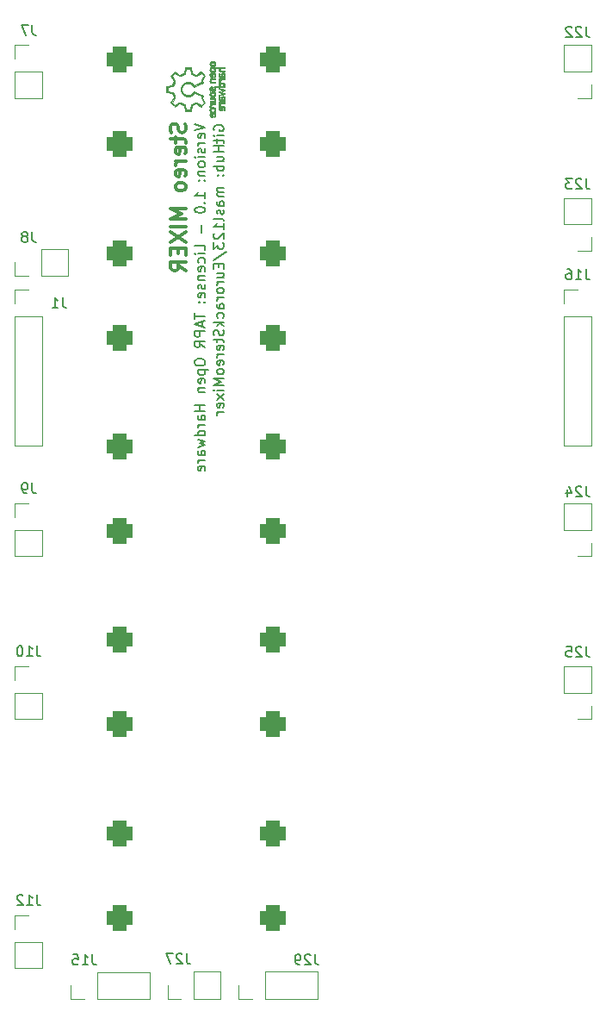
<source format=gbo>
G04 #@! TF.GenerationSoftware,KiCad,Pcbnew,(6.0.4)*
G04 #@! TF.CreationDate,2023-11-12T14:02:13+01:00*
G04 #@! TF.ProjectId,Mixer_FRONT,4d697865-725f-4465-924f-4e542e6b6963,rev?*
G04 #@! TF.SameCoordinates,Original*
G04 #@! TF.FileFunction,Legend,Bot*
G04 #@! TF.FilePolarity,Positive*
%FSLAX46Y46*%
G04 Gerber Fmt 4.6, Leading zero omitted, Abs format (unit mm)*
G04 Created by KiCad (PCBNEW (6.0.4)) date 2023-11-12 14:02:13*
%MOMM*%
%LPD*%
G01*
G04 APERTURE LIST*
G04 Aperture macros list*
%AMRoundRect*
0 Rectangle with rounded corners*
0 $1 Rounding radius*
0 $2 $3 $4 $5 $6 $7 $8 $9 X,Y pos of 4 corners*
0 Add a 4 corners polygon primitive as box body*
4,1,4,$2,$3,$4,$5,$6,$7,$8,$9,$2,$3,0*
0 Add four circle primitives for the rounded corners*
1,1,$1+$1,$2,$3*
1,1,$1+$1,$4,$5*
1,1,$1+$1,$6,$7*
1,1,$1+$1,$8,$9*
0 Add four rect primitives between the rounded corners*
20,1,$1+$1,$2,$3,$4,$5,0*
20,1,$1+$1,$4,$5,$6,$7,0*
20,1,$1+$1,$6,$7,$8,$9,0*
20,1,$1+$1,$8,$9,$2,$3,0*%
G04 Aperture macros list end*
%ADD10C,0.024000*%
%ADD11C,0.300000*%
%ADD12C,0.200000*%
%ADD13C,0.150000*%
%ADD14C,0.120000*%
%ADD15O,3.240000X2.720000*%
%ADD16R,1.800000X1.800000*%
%ADD17C,1.800000*%
%ADD18O,3.100000X2.300000*%
%ADD19RoundRect,0.650000X-0.650000X-0.650000X0.650000X-0.650000X0.650000X0.650000X-0.650000X0.650000X0*%
%ADD20C,3.200000*%
%ADD21C,1.600000*%
%ADD22O,1.600000X1.600000*%
%ADD23R,1.700000X1.700000*%
%ADD24O,1.700000X1.700000*%
G04 APERTURE END LIST*
D10*
G36*
X44075723Y-60253270D02*
G01*
X44096052Y-60252909D01*
X44117458Y-60253303D01*
X44137845Y-60254465D01*
X44157237Y-60256368D01*
X44175654Y-60258983D01*
X44193120Y-60262282D01*
X44209657Y-60266235D01*
X44225286Y-60270815D01*
X44240031Y-60275994D01*
X44253912Y-60281743D01*
X44266953Y-60288033D01*
X44279176Y-60294836D01*
X44290602Y-60302124D01*
X44301255Y-60309868D01*
X44311156Y-60318040D01*
X44320327Y-60326611D01*
X44328791Y-60335554D01*
X44336570Y-60344839D01*
X44343686Y-60354439D01*
X44350162Y-60364324D01*
X44356019Y-60374467D01*
X44361279Y-60384839D01*
X44365966Y-60395412D01*
X44373707Y-60417045D01*
X44379418Y-60439141D01*
X44383277Y-60461470D01*
X44385462Y-60483807D01*
X44386151Y-60505924D01*
X44385832Y-60520217D01*
X44384864Y-60534412D01*
X44383231Y-60548489D01*
X44380915Y-60562427D01*
X44377902Y-60576208D01*
X44374173Y-60589811D01*
X44369713Y-60603216D01*
X44364506Y-60616403D01*
X44358534Y-60629352D01*
X44351781Y-60642044D01*
X44344232Y-60654458D01*
X44335868Y-60666574D01*
X44326675Y-60678373D01*
X44316635Y-60689834D01*
X44305732Y-60700938D01*
X44293949Y-60711664D01*
X44223147Y-60628448D01*
X44229511Y-60621966D01*
X44235524Y-60615194D01*
X44241179Y-60608157D01*
X44246466Y-60600879D01*
X44251378Y-60593384D01*
X44255906Y-60585697D01*
X44260043Y-60577842D01*
X44263779Y-60569845D01*
X44267106Y-60561729D01*
X44270017Y-60553520D01*
X44272503Y-60545242D01*
X44274555Y-60536918D01*
X44276165Y-60528575D01*
X44277326Y-60520236D01*
X44278029Y-60511927D01*
X44278265Y-60503670D01*
X44278126Y-60496352D01*
X44277711Y-60489167D01*
X44277020Y-60482119D01*
X44276052Y-60475218D01*
X44274809Y-60468468D01*
X44273289Y-60461876D01*
X44271494Y-60455449D01*
X44269424Y-60449194D01*
X44267079Y-60443117D01*
X44264458Y-60437225D01*
X44261563Y-60431524D01*
X44258394Y-60426021D01*
X44254950Y-60420722D01*
X44251232Y-60415635D01*
X44247240Y-60410764D01*
X44242974Y-60406118D01*
X44238435Y-60401703D01*
X44233623Y-60397525D01*
X44228538Y-60393590D01*
X44223179Y-60389906D01*
X44217549Y-60386480D01*
X44211645Y-60383316D01*
X44205470Y-60380423D01*
X44199022Y-60377806D01*
X44192303Y-60375473D01*
X44185312Y-60373429D01*
X44178050Y-60371682D01*
X44170517Y-60370237D01*
X44162712Y-60369103D01*
X44154637Y-60368284D01*
X44146292Y-60367788D01*
X44137676Y-60367621D01*
X44137676Y-60722936D01*
X44043220Y-60722936D01*
X44029565Y-60722619D01*
X44016234Y-60721679D01*
X44003234Y-60720134D01*
X43990573Y-60717999D01*
X43978256Y-60715293D01*
X43966293Y-60712032D01*
X43954689Y-60708233D01*
X43943452Y-60703913D01*
X43932589Y-60699089D01*
X43922108Y-60693778D01*
X43912015Y-60687996D01*
X43902318Y-60681761D01*
X43893023Y-60675089D01*
X43884139Y-60667998D01*
X43875673Y-60660504D01*
X43867630Y-60652625D01*
X43860020Y-60644377D01*
X43852848Y-60635777D01*
X43846122Y-60626843D01*
X43839850Y-60617590D01*
X43834038Y-60608036D01*
X43828694Y-60598199D01*
X43823825Y-60588094D01*
X43819437Y-60577739D01*
X43815539Y-60567150D01*
X43812137Y-60556346D01*
X43809239Y-60545342D01*
X43806852Y-60534155D01*
X43804983Y-60522803D01*
X43803639Y-60511302D01*
X43802827Y-60499669D01*
X43802555Y-60487922D01*
X43802555Y-60487921D01*
X43910537Y-60487921D01*
X43910672Y-60494193D01*
X43911076Y-60500354D01*
X43911747Y-60506399D01*
X43912686Y-60512322D01*
X43913890Y-60518120D01*
X43915360Y-60523786D01*
X43917093Y-60529316D01*
X43919089Y-60534704D01*
X43921347Y-60539946D01*
X43923866Y-60545036D01*
X43926645Y-60549968D01*
X43929683Y-60554739D01*
X43932978Y-60559343D01*
X43936531Y-60563774D01*
X43940339Y-60568028D01*
X43944402Y-60572099D01*
X43948719Y-60575982D01*
X43953289Y-60579673D01*
X43958111Y-60583166D01*
X43963183Y-60586455D01*
X43968506Y-60589537D01*
X43974077Y-60592405D01*
X43979896Y-60595054D01*
X43985962Y-60597480D01*
X43992273Y-60599677D01*
X43998830Y-60601641D01*
X44005630Y-60603365D01*
X44012673Y-60604845D01*
X44019957Y-60606076D01*
X44027483Y-60607053D01*
X44035248Y-60607770D01*
X44043252Y-60608223D01*
X44043252Y-60367621D01*
X44035248Y-60367970D01*
X44027483Y-60368597D01*
X44019957Y-60369496D01*
X44012672Y-60370661D01*
X44005629Y-60372086D01*
X43998829Y-60373767D01*
X43992273Y-60375696D01*
X43985961Y-60377868D01*
X43979896Y-60380277D01*
X43974077Y-60382918D01*
X43968506Y-60385785D01*
X43963183Y-60388872D01*
X43958111Y-60392173D01*
X43953289Y-60395683D01*
X43948719Y-60399395D01*
X43944402Y-60403304D01*
X43940339Y-60407404D01*
X43936531Y-60411690D01*
X43932978Y-60416155D01*
X43929683Y-60420794D01*
X43926645Y-60425602D01*
X43923866Y-60430571D01*
X43921347Y-60435697D01*
X43919089Y-60440974D01*
X43917093Y-60446396D01*
X43915360Y-60451956D01*
X43913890Y-60457651D01*
X43912686Y-60463473D01*
X43911747Y-60469416D01*
X43911076Y-60475476D01*
X43910672Y-60481647D01*
X43910537Y-60487921D01*
X43802555Y-60487921D01*
X43803417Y-60467111D01*
X43806081Y-60446165D01*
X43808124Y-60435705D01*
X43810660Y-60425287D01*
X43813703Y-60414938D01*
X43817267Y-60404682D01*
X43821366Y-60394545D01*
X43826015Y-60384553D01*
X43831228Y-60374731D01*
X43837019Y-60365105D01*
X43843402Y-60355699D01*
X43850391Y-60346541D01*
X43858001Y-60337654D01*
X43866245Y-60329065D01*
X43875139Y-60320799D01*
X43884695Y-60312881D01*
X43894929Y-60305338D01*
X43905854Y-60298194D01*
X43917485Y-60291475D01*
X43929835Y-60285207D01*
X43942920Y-60279414D01*
X43956753Y-60274123D01*
X43971348Y-60269359D01*
X43986720Y-60265148D01*
X44002882Y-60261514D01*
X44019849Y-60258484D01*
X44037636Y-60256083D01*
X44043252Y-60255556D01*
X44056256Y-60254337D01*
X44075723Y-60253270D01*
G37*
X44075723Y-60253270D02*
X44096052Y-60252909D01*
X44117458Y-60253303D01*
X44137845Y-60254465D01*
X44157237Y-60256368D01*
X44175654Y-60258983D01*
X44193120Y-60262282D01*
X44209657Y-60266235D01*
X44225286Y-60270815D01*
X44240031Y-60275994D01*
X44253912Y-60281743D01*
X44266953Y-60288033D01*
X44279176Y-60294836D01*
X44290602Y-60302124D01*
X44301255Y-60309868D01*
X44311156Y-60318040D01*
X44320327Y-60326611D01*
X44328791Y-60335554D01*
X44336570Y-60344839D01*
X44343686Y-60354439D01*
X44350162Y-60364324D01*
X44356019Y-60374467D01*
X44361279Y-60384839D01*
X44365966Y-60395412D01*
X44373707Y-60417045D01*
X44379418Y-60439141D01*
X44383277Y-60461470D01*
X44385462Y-60483807D01*
X44386151Y-60505924D01*
X44385832Y-60520217D01*
X44384864Y-60534412D01*
X44383231Y-60548489D01*
X44380915Y-60562427D01*
X44377902Y-60576208D01*
X44374173Y-60589811D01*
X44369713Y-60603216D01*
X44364506Y-60616403D01*
X44358534Y-60629352D01*
X44351781Y-60642044D01*
X44344232Y-60654458D01*
X44335868Y-60666574D01*
X44326675Y-60678373D01*
X44316635Y-60689834D01*
X44305732Y-60700938D01*
X44293949Y-60711664D01*
X44223147Y-60628448D01*
X44229511Y-60621966D01*
X44235524Y-60615194D01*
X44241179Y-60608157D01*
X44246466Y-60600879D01*
X44251378Y-60593384D01*
X44255906Y-60585697D01*
X44260043Y-60577842D01*
X44263779Y-60569845D01*
X44267106Y-60561729D01*
X44270017Y-60553520D01*
X44272503Y-60545242D01*
X44274555Y-60536918D01*
X44276165Y-60528575D01*
X44277326Y-60520236D01*
X44278029Y-60511927D01*
X44278265Y-60503670D01*
X44278126Y-60496352D01*
X44277711Y-60489167D01*
X44277020Y-60482119D01*
X44276052Y-60475218D01*
X44274809Y-60468468D01*
X44273289Y-60461876D01*
X44271494Y-60455449D01*
X44269424Y-60449194D01*
X44267079Y-60443117D01*
X44264458Y-60437225D01*
X44261563Y-60431524D01*
X44258394Y-60426021D01*
X44254950Y-60420722D01*
X44251232Y-60415635D01*
X44247240Y-60410764D01*
X44242974Y-60406118D01*
X44238435Y-60401703D01*
X44233623Y-60397525D01*
X44228538Y-60393590D01*
X44223179Y-60389906D01*
X44217549Y-60386480D01*
X44211645Y-60383316D01*
X44205470Y-60380423D01*
X44199022Y-60377806D01*
X44192303Y-60375473D01*
X44185312Y-60373429D01*
X44178050Y-60371682D01*
X44170517Y-60370237D01*
X44162712Y-60369103D01*
X44154637Y-60368284D01*
X44146292Y-60367788D01*
X44137676Y-60367621D01*
X44137676Y-60722936D01*
X44043220Y-60722936D01*
X44029565Y-60722619D01*
X44016234Y-60721679D01*
X44003234Y-60720134D01*
X43990573Y-60717999D01*
X43978256Y-60715293D01*
X43966293Y-60712032D01*
X43954689Y-60708233D01*
X43943452Y-60703913D01*
X43932589Y-60699089D01*
X43922108Y-60693778D01*
X43912015Y-60687996D01*
X43902318Y-60681761D01*
X43893023Y-60675089D01*
X43884139Y-60667998D01*
X43875673Y-60660504D01*
X43867630Y-60652625D01*
X43860020Y-60644377D01*
X43852848Y-60635777D01*
X43846122Y-60626843D01*
X43839850Y-60617590D01*
X43834038Y-60608036D01*
X43828694Y-60598199D01*
X43823825Y-60588094D01*
X43819437Y-60577739D01*
X43815539Y-60567150D01*
X43812137Y-60556346D01*
X43809239Y-60545342D01*
X43806852Y-60534155D01*
X43804983Y-60522803D01*
X43803639Y-60511302D01*
X43802827Y-60499669D01*
X43802555Y-60487922D01*
X43802555Y-60487921D01*
X43910537Y-60487921D01*
X43910672Y-60494193D01*
X43911076Y-60500354D01*
X43911747Y-60506399D01*
X43912686Y-60512322D01*
X43913890Y-60518120D01*
X43915360Y-60523786D01*
X43917093Y-60529316D01*
X43919089Y-60534704D01*
X43921347Y-60539946D01*
X43923866Y-60545036D01*
X43926645Y-60549968D01*
X43929683Y-60554739D01*
X43932978Y-60559343D01*
X43936531Y-60563774D01*
X43940339Y-60568028D01*
X43944402Y-60572099D01*
X43948719Y-60575982D01*
X43953289Y-60579673D01*
X43958111Y-60583166D01*
X43963183Y-60586455D01*
X43968506Y-60589537D01*
X43974077Y-60592405D01*
X43979896Y-60595054D01*
X43985962Y-60597480D01*
X43992273Y-60599677D01*
X43998830Y-60601641D01*
X44005630Y-60603365D01*
X44012673Y-60604845D01*
X44019957Y-60606076D01*
X44027483Y-60607053D01*
X44035248Y-60607770D01*
X44043252Y-60608223D01*
X44043252Y-60367621D01*
X44035248Y-60367970D01*
X44027483Y-60368597D01*
X44019957Y-60369496D01*
X44012672Y-60370661D01*
X44005629Y-60372086D01*
X43998829Y-60373767D01*
X43992273Y-60375696D01*
X43985961Y-60377868D01*
X43979896Y-60380277D01*
X43974077Y-60382918D01*
X43968506Y-60385785D01*
X43963183Y-60388872D01*
X43958111Y-60392173D01*
X43953289Y-60395683D01*
X43948719Y-60399395D01*
X43944402Y-60403304D01*
X43940339Y-60407404D01*
X43936531Y-60411690D01*
X43932978Y-60416155D01*
X43929683Y-60420794D01*
X43926645Y-60425602D01*
X43923866Y-60430571D01*
X43921347Y-60435697D01*
X43919089Y-60440974D01*
X43917093Y-60446396D01*
X43915360Y-60451956D01*
X43913890Y-60457651D01*
X43912686Y-60463473D01*
X43911747Y-60469416D01*
X43911076Y-60475476D01*
X43910672Y-60481647D01*
X43910537Y-60487921D01*
X43802555Y-60487921D01*
X43803417Y-60467111D01*
X43806081Y-60446165D01*
X43808124Y-60435705D01*
X43810660Y-60425287D01*
X43813703Y-60414938D01*
X43817267Y-60404682D01*
X43821366Y-60394545D01*
X43826015Y-60384553D01*
X43831228Y-60374731D01*
X43837019Y-60365105D01*
X43843402Y-60355699D01*
X43850391Y-60346541D01*
X43858001Y-60337654D01*
X43866245Y-60329065D01*
X43875139Y-60320799D01*
X43884695Y-60312881D01*
X43894929Y-60305338D01*
X43905854Y-60298194D01*
X43917485Y-60291475D01*
X43929835Y-60285207D01*
X43942920Y-60279414D01*
X43956753Y-60274123D01*
X43971348Y-60269359D01*
X43986720Y-60265148D01*
X44002882Y-60261514D01*
X44019849Y-60258484D01*
X44037636Y-60256083D01*
X44043252Y-60255556D01*
X44056256Y-60254337D01*
X44075723Y-60253270D01*
G36*
X45279883Y-55936559D02*
G01*
X44940316Y-55936559D01*
X44933135Y-55936700D01*
X44926147Y-55937118D01*
X44919355Y-55937808D01*
X44912761Y-55938763D01*
X44906368Y-55939979D01*
X44900177Y-55941449D01*
X44894191Y-55943167D01*
X44888413Y-55945129D01*
X44882843Y-55947327D01*
X44877486Y-55949757D01*
X44872342Y-55952413D01*
X44867415Y-55955288D01*
X44862706Y-55958378D01*
X44858218Y-55961675D01*
X44853953Y-55965176D01*
X44849912Y-55968873D01*
X44846100Y-55972761D01*
X44842517Y-55976835D01*
X44839165Y-55981088D01*
X44836049Y-55985515D01*
X44833168Y-55990109D01*
X44830526Y-55994867D01*
X44828125Y-55999780D01*
X44825968Y-56004845D01*
X44824055Y-56010054D01*
X44822391Y-56015403D01*
X44820976Y-56020885D01*
X44819813Y-56026495D01*
X44818905Y-56032227D01*
X44818254Y-56038075D01*
X44817861Y-56044034D01*
X44817730Y-56050097D01*
X44817861Y-56056060D01*
X44818254Y-56061924D01*
X44818905Y-56067684D01*
X44819813Y-56073334D01*
X44820976Y-56078868D01*
X44822391Y-56084280D01*
X44824055Y-56089563D01*
X44825967Y-56094713D01*
X44828125Y-56099722D01*
X44830526Y-56104585D01*
X44833168Y-56109297D01*
X44836048Y-56113850D01*
X44839165Y-56118240D01*
X44842516Y-56122460D01*
X44846100Y-56126503D01*
X44849912Y-56130365D01*
X44853952Y-56134039D01*
X44858218Y-56137520D01*
X44862706Y-56140801D01*
X44867415Y-56143876D01*
X44872342Y-56146739D01*
X44877486Y-56149384D01*
X44882843Y-56151806D01*
X44888412Y-56153999D01*
X44894191Y-56155956D01*
X44900177Y-56157671D01*
X44906367Y-56159139D01*
X44912761Y-56160353D01*
X44919355Y-56161308D01*
X44926147Y-56161997D01*
X44933135Y-56162415D01*
X44940316Y-56162556D01*
X45279882Y-56162556D01*
X45279882Y-56277237D01*
X44900914Y-56277237D01*
X44888972Y-56276944D01*
X44877386Y-56276079D01*
X44866160Y-56274662D01*
X44855293Y-56272715D01*
X44844788Y-56270259D01*
X44834645Y-56267313D01*
X44824867Y-56263899D01*
X44815455Y-56260038D01*
X44806410Y-56255751D01*
X44797734Y-56251057D01*
X44789428Y-56245979D01*
X44781493Y-56240536D01*
X44773932Y-56234750D01*
X44766744Y-56228641D01*
X44759933Y-56222230D01*
X44753499Y-56215539D01*
X44747444Y-56208587D01*
X44741769Y-56201395D01*
X44736475Y-56193985D01*
X44731565Y-56186377D01*
X44727040Y-56178592D01*
X44722900Y-56170651D01*
X44719147Y-56162574D01*
X44715784Y-56154382D01*
X44712811Y-56146097D01*
X44710229Y-56137738D01*
X44708041Y-56129327D01*
X44706248Y-56120884D01*
X44704850Y-56112430D01*
X44703850Y-56103987D01*
X44703249Y-56095574D01*
X44703048Y-56087213D01*
X44703312Y-56075937D01*
X44704103Y-56064878D01*
X44705422Y-56054043D01*
X44707268Y-56043439D01*
X44709641Y-56033071D01*
X44712542Y-56022947D01*
X44715969Y-56013074D01*
X44719923Y-56003457D01*
X44724404Y-55994103D01*
X44729412Y-55985020D01*
X44734947Y-55976213D01*
X44741008Y-55967689D01*
X44747596Y-55959455D01*
X44754710Y-55951518D01*
X44762350Y-55943884D01*
X44770517Y-55936559D01*
X44318714Y-55936972D01*
X44326143Y-55945027D01*
X44333236Y-55953173D01*
X44339973Y-55961425D01*
X44346334Y-55969796D01*
X44352301Y-55978298D01*
X44357852Y-55986945D01*
X44362968Y-55995750D01*
X44367629Y-56004727D01*
X44371817Y-56013888D01*
X44375509Y-56023247D01*
X44378689Y-56032816D01*
X44381334Y-56042610D01*
X44383426Y-56052642D01*
X44384945Y-56062924D01*
X44385870Y-56073469D01*
X44386183Y-56084292D01*
X44386092Y-56090770D01*
X44385819Y-56097136D01*
X44385369Y-56103391D01*
X44384746Y-56109535D01*
X44383954Y-56115568D01*
X44382995Y-56121491D01*
X44381874Y-56127303D01*
X44380594Y-56133005D01*
X44379160Y-56138596D01*
X44377574Y-56144078D01*
X44375841Y-56149449D01*
X44373964Y-56154712D01*
X44371947Y-56159864D01*
X44369794Y-56164908D01*
X44365093Y-56174668D01*
X44359892Y-56183994D01*
X44354219Y-56192887D01*
X44348105Y-56201348D01*
X44341580Y-56209379D01*
X44334672Y-56216982D01*
X44327411Y-56224157D01*
X44319828Y-56230906D01*
X44311952Y-56237232D01*
X44304386Y-56242871D01*
X44296742Y-56248004D01*
X44288866Y-56252649D01*
X44280603Y-56256826D01*
X44271798Y-56260556D01*
X44262296Y-56263857D01*
X44251944Y-56266751D01*
X44240586Y-56269256D01*
X44228068Y-56271392D01*
X44214235Y-56273179D01*
X44198933Y-56274637D01*
X44182007Y-56275786D01*
X44142665Y-56277234D01*
X44094972Y-56277681D01*
X44069799Y-56277573D01*
X44046894Y-56277234D01*
X44026103Y-56276645D01*
X44007267Y-56275786D01*
X43990231Y-56274637D01*
X43974838Y-56273179D01*
X43960932Y-56271392D01*
X43948355Y-56269256D01*
X43936951Y-56266751D01*
X43931640Y-56265354D01*
X43926564Y-56263857D01*
X43921702Y-56262259D01*
X43917036Y-56260556D01*
X43912546Y-56258746D01*
X43908212Y-56256826D01*
X43899935Y-56252649D01*
X43892048Y-56248004D01*
X43884395Y-56242871D01*
X43876818Y-56237232D01*
X43868942Y-56230906D01*
X43861359Y-56224157D01*
X43854098Y-56216982D01*
X43847191Y-56209379D01*
X43840665Y-56201348D01*
X43834551Y-56192887D01*
X43828878Y-56183994D01*
X43823677Y-56174668D01*
X43818976Y-56164908D01*
X43814806Y-56154712D01*
X43811196Y-56144078D01*
X43808176Y-56133005D01*
X43805775Y-56121491D01*
X43804024Y-56109535D01*
X43802951Y-56097136D01*
X43802587Y-56084292D01*
X43802899Y-56073395D01*
X43803823Y-56062648D01*
X43805337Y-56052065D01*
X43805864Y-56049431D01*
X43917268Y-56049431D01*
X43917525Y-56059254D01*
X43918287Y-56068496D01*
X43919536Y-56077173D01*
X43921257Y-56085304D01*
X43923433Y-56092906D01*
X43926049Y-56099997D01*
X43929087Y-56106595D01*
X43932532Y-56112717D01*
X43936367Y-56118382D01*
X43940576Y-56123606D01*
X43945144Y-56128407D01*
X43950052Y-56132804D01*
X43955286Y-56136813D01*
X43960830Y-56140454D01*
X43966666Y-56143742D01*
X43972778Y-56146697D01*
X43979151Y-56149335D01*
X43985769Y-56151675D01*
X43999670Y-56155530D01*
X44014353Y-56158403D01*
X44029688Y-56160436D01*
X44045544Y-56161770D01*
X44061791Y-56162548D01*
X44094940Y-56163000D01*
X44111375Y-56162911D01*
X44127705Y-56162548D01*
X44143798Y-56161770D01*
X44159524Y-56160436D01*
X44174749Y-56158403D01*
X44182133Y-56157080D01*
X44189343Y-56155530D01*
X44196362Y-56153734D01*
X44203173Y-56151675D01*
X44209760Y-56149335D01*
X44216107Y-56146697D01*
X44222196Y-56143742D01*
X44228013Y-56140454D01*
X44233539Y-56136813D01*
X44238759Y-56132804D01*
X44243657Y-56128407D01*
X44248215Y-56123606D01*
X44252417Y-56118382D01*
X44256247Y-56112717D01*
X44259688Y-56106595D01*
X44262723Y-56099997D01*
X44265337Y-56092906D01*
X44267513Y-56085304D01*
X44269233Y-56077173D01*
X44270483Y-56068496D01*
X44271245Y-56059254D01*
X44271502Y-56049431D01*
X44271229Y-56039708D01*
X44270422Y-56030561D01*
X44269100Y-56021972D01*
X44267283Y-56013924D01*
X44264992Y-56006399D01*
X44262244Y-55999379D01*
X44259061Y-55992848D01*
X44255461Y-55986786D01*
X44251464Y-55981178D01*
X44247089Y-55976006D01*
X44242357Y-55971251D01*
X44237286Y-55966898D01*
X44231897Y-55962927D01*
X44226208Y-55959321D01*
X44220240Y-55956064D01*
X44214011Y-55953137D01*
X44207542Y-55950523D01*
X44200852Y-55948205D01*
X44186888Y-55944384D01*
X44172274Y-55941536D01*
X44157167Y-55939520D01*
X44141724Y-55938195D01*
X44126100Y-55937422D01*
X44094940Y-55936972D01*
X44079231Y-55937062D01*
X44063414Y-55937424D01*
X44047642Y-55938198D01*
X44032072Y-55939524D01*
X44016858Y-55941542D01*
X44009432Y-55942855D01*
X44002154Y-55944393D01*
X43995042Y-55946174D01*
X43988116Y-55948215D01*
X43981395Y-55950534D01*
X43974898Y-55953149D01*
X43968645Y-55956076D01*
X43962655Y-55959334D01*
X43956948Y-55962940D01*
X43951543Y-55966911D01*
X43946458Y-55971266D01*
X43941715Y-55976020D01*
X43937331Y-55981192D01*
X43933327Y-55986800D01*
X43929721Y-55992860D01*
X43926533Y-55999391D01*
X43923783Y-56006409D01*
X43921489Y-56013933D01*
X43919671Y-56021980D01*
X43918349Y-56030567D01*
X43917541Y-56039711D01*
X43917268Y-56049431D01*
X43805864Y-56049431D01*
X43807419Y-56041664D01*
X43810047Y-56031461D01*
X43813202Y-56021472D01*
X43816860Y-56011714D01*
X43821002Y-56002203D01*
X43825604Y-55992955D01*
X43830647Y-55983987D01*
X43836108Y-55975315D01*
X43841966Y-55966956D01*
X43848201Y-55958926D01*
X43854789Y-55951241D01*
X43861711Y-55943917D01*
X43868944Y-55936972D01*
X43809349Y-55936972D01*
X43809349Y-55821847D01*
X45279883Y-55821847D01*
X45279883Y-55936559D01*
G37*
X45279883Y-55936559D02*
X44940316Y-55936559D01*
X44933135Y-55936700D01*
X44926147Y-55937118D01*
X44919355Y-55937808D01*
X44912761Y-55938763D01*
X44906368Y-55939979D01*
X44900177Y-55941449D01*
X44894191Y-55943167D01*
X44888413Y-55945129D01*
X44882843Y-55947327D01*
X44877486Y-55949757D01*
X44872342Y-55952413D01*
X44867415Y-55955288D01*
X44862706Y-55958378D01*
X44858218Y-55961675D01*
X44853953Y-55965176D01*
X44849912Y-55968873D01*
X44846100Y-55972761D01*
X44842517Y-55976835D01*
X44839165Y-55981088D01*
X44836049Y-55985515D01*
X44833168Y-55990109D01*
X44830526Y-55994867D01*
X44828125Y-55999780D01*
X44825968Y-56004845D01*
X44824055Y-56010054D01*
X44822391Y-56015403D01*
X44820976Y-56020885D01*
X44819813Y-56026495D01*
X44818905Y-56032227D01*
X44818254Y-56038075D01*
X44817861Y-56044034D01*
X44817730Y-56050097D01*
X44817861Y-56056060D01*
X44818254Y-56061924D01*
X44818905Y-56067684D01*
X44819813Y-56073334D01*
X44820976Y-56078868D01*
X44822391Y-56084280D01*
X44824055Y-56089563D01*
X44825967Y-56094713D01*
X44828125Y-56099722D01*
X44830526Y-56104585D01*
X44833168Y-56109297D01*
X44836048Y-56113850D01*
X44839165Y-56118240D01*
X44842516Y-56122460D01*
X44846100Y-56126503D01*
X44849912Y-56130365D01*
X44853952Y-56134039D01*
X44858218Y-56137520D01*
X44862706Y-56140801D01*
X44867415Y-56143876D01*
X44872342Y-56146739D01*
X44877486Y-56149384D01*
X44882843Y-56151806D01*
X44888412Y-56153999D01*
X44894191Y-56155956D01*
X44900177Y-56157671D01*
X44906367Y-56159139D01*
X44912761Y-56160353D01*
X44919355Y-56161308D01*
X44926147Y-56161997D01*
X44933135Y-56162415D01*
X44940316Y-56162556D01*
X45279882Y-56162556D01*
X45279882Y-56277237D01*
X44900914Y-56277237D01*
X44888972Y-56276944D01*
X44877386Y-56276079D01*
X44866160Y-56274662D01*
X44855293Y-56272715D01*
X44844788Y-56270259D01*
X44834645Y-56267313D01*
X44824867Y-56263899D01*
X44815455Y-56260038D01*
X44806410Y-56255751D01*
X44797734Y-56251057D01*
X44789428Y-56245979D01*
X44781493Y-56240536D01*
X44773932Y-56234750D01*
X44766744Y-56228641D01*
X44759933Y-56222230D01*
X44753499Y-56215539D01*
X44747444Y-56208587D01*
X44741769Y-56201395D01*
X44736475Y-56193985D01*
X44731565Y-56186377D01*
X44727040Y-56178592D01*
X44722900Y-56170651D01*
X44719147Y-56162574D01*
X44715784Y-56154382D01*
X44712811Y-56146097D01*
X44710229Y-56137738D01*
X44708041Y-56129327D01*
X44706248Y-56120884D01*
X44704850Y-56112430D01*
X44703850Y-56103987D01*
X44703249Y-56095574D01*
X44703048Y-56087213D01*
X44703312Y-56075937D01*
X44704103Y-56064878D01*
X44705422Y-56054043D01*
X44707268Y-56043439D01*
X44709641Y-56033071D01*
X44712542Y-56022947D01*
X44715969Y-56013074D01*
X44719923Y-56003457D01*
X44724404Y-55994103D01*
X44729412Y-55985020D01*
X44734947Y-55976213D01*
X44741008Y-55967689D01*
X44747596Y-55959455D01*
X44754710Y-55951518D01*
X44762350Y-55943884D01*
X44770517Y-55936559D01*
X44318714Y-55936972D01*
X44326143Y-55945027D01*
X44333236Y-55953173D01*
X44339973Y-55961425D01*
X44346334Y-55969796D01*
X44352301Y-55978298D01*
X44357852Y-55986945D01*
X44362968Y-55995750D01*
X44367629Y-56004727D01*
X44371817Y-56013888D01*
X44375509Y-56023247D01*
X44378689Y-56032816D01*
X44381334Y-56042610D01*
X44383426Y-56052642D01*
X44384945Y-56062924D01*
X44385870Y-56073469D01*
X44386183Y-56084292D01*
X44386092Y-56090770D01*
X44385819Y-56097136D01*
X44385369Y-56103391D01*
X44384746Y-56109535D01*
X44383954Y-56115568D01*
X44382995Y-56121491D01*
X44381874Y-56127303D01*
X44380594Y-56133005D01*
X44379160Y-56138596D01*
X44377574Y-56144078D01*
X44375841Y-56149449D01*
X44373964Y-56154712D01*
X44371947Y-56159864D01*
X44369794Y-56164908D01*
X44365093Y-56174668D01*
X44359892Y-56183994D01*
X44354219Y-56192887D01*
X44348105Y-56201348D01*
X44341580Y-56209379D01*
X44334672Y-56216982D01*
X44327411Y-56224157D01*
X44319828Y-56230906D01*
X44311952Y-56237232D01*
X44304386Y-56242871D01*
X44296742Y-56248004D01*
X44288866Y-56252649D01*
X44280603Y-56256826D01*
X44271798Y-56260556D01*
X44262296Y-56263857D01*
X44251944Y-56266751D01*
X44240586Y-56269256D01*
X44228068Y-56271392D01*
X44214235Y-56273179D01*
X44198933Y-56274637D01*
X44182007Y-56275786D01*
X44142665Y-56277234D01*
X44094972Y-56277681D01*
X44069799Y-56277573D01*
X44046894Y-56277234D01*
X44026103Y-56276645D01*
X44007267Y-56275786D01*
X43990231Y-56274637D01*
X43974838Y-56273179D01*
X43960932Y-56271392D01*
X43948355Y-56269256D01*
X43936951Y-56266751D01*
X43931640Y-56265354D01*
X43926564Y-56263857D01*
X43921702Y-56262259D01*
X43917036Y-56260556D01*
X43912546Y-56258746D01*
X43908212Y-56256826D01*
X43899935Y-56252649D01*
X43892048Y-56248004D01*
X43884395Y-56242871D01*
X43876818Y-56237232D01*
X43868942Y-56230906D01*
X43861359Y-56224157D01*
X43854098Y-56216982D01*
X43847191Y-56209379D01*
X43840665Y-56201348D01*
X43834551Y-56192887D01*
X43828878Y-56183994D01*
X43823677Y-56174668D01*
X43818976Y-56164908D01*
X43814806Y-56154712D01*
X43811196Y-56144078D01*
X43808176Y-56133005D01*
X43805775Y-56121491D01*
X43804024Y-56109535D01*
X43802951Y-56097136D01*
X43802587Y-56084292D01*
X43802899Y-56073395D01*
X43803823Y-56062648D01*
X43805337Y-56052065D01*
X43805864Y-56049431D01*
X43917268Y-56049431D01*
X43917525Y-56059254D01*
X43918287Y-56068496D01*
X43919536Y-56077173D01*
X43921257Y-56085304D01*
X43923433Y-56092906D01*
X43926049Y-56099997D01*
X43929087Y-56106595D01*
X43932532Y-56112717D01*
X43936367Y-56118382D01*
X43940576Y-56123606D01*
X43945144Y-56128407D01*
X43950052Y-56132804D01*
X43955286Y-56136813D01*
X43960830Y-56140454D01*
X43966666Y-56143742D01*
X43972778Y-56146697D01*
X43979151Y-56149335D01*
X43985769Y-56151675D01*
X43999670Y-56155530D01*
X44014353Y-56158403D01*
X44029688Y-56160436D01*
X44045544Y-56161770D01*
X44061791Y-56162548D01*
X44094940Y-56163000D01*
X44111375Y-56162911D01*
X44127705Y-56162548D01*
X44143798Y-56161770D01*
X44159524Y-56160436D01*
X44174749Y-56158403D01*
X44182133Y-56157080D01*
X44189343Y-56155530D01*
X44196362Y-56153734D01*
X44203173Y-56151675D01*
X44209760Y-56149335D01*
X44216107Y-56146697D01*
X44222196Y-56143742D01*
X44228013Y-56140454D01*
X44233539Y-56136813D01*
X44238759Y-56132804D01*
X44243657Y-56128407D01*
X44248215Y-56123606D01*
X44252417Y-56118382D01*
X44256247Y-56112717D01*
X44259688Y-56106595D01*
X44262723Y-56099997D01*
X44265337Y-56092906D01*
X44267513Y-56085304D01*
X44269233Y-56077173D01*
X44270483Y-56068496D01*
X44271245Y-56059254D01*
X44271502Y-56049431D01*
X44271229Y-56039708D01*
X44270422Y-56030561D01*
X44269100Y-56021972D01*
X44267283Y-56013924D01*
X44264992Y-56006399D01*
X44262244Y-55999379D01*
X44259061Y-55992848D01*
X44255461Y-55986786D01*
X44251464Y-55981178D01*
X44247089Y-55976006D01*
X44242357Y-55971251D01*
X44237286Y-55966898D01*
X44231897Y-55962927D01*
X44226208Y-55959321D01*
X44220240Y-55956064D01*
X44214011Y-55953137D01*
X44207542Y-55950523D01*
X44200852Y-55948205D01*
X44186888Y-55944384D01*
X44172274Y-55941536D01*
X44157167Y-55939520D01*
X44141724Y-55938195D01*
X44126100Y-55937422D01*
X44094940Y-55936972D01*
X44079231Y-55937062D01*
X44063414Y-55937424D01*
X44047642Y-55938198D01*
X44032072Y-55939524D01*
X44016858Y-55941542D01*
X44009432Y-55942855D01*
X44002154Y-55944393D01*
X43995042Y-55946174D01*
X43988116Y-55948215D01*
X43981395Y-55950534D01*
X43974898Y-55953149D01*
X43968645Y-55956076D01*
X43962655Y-55959334D01*
X43956948Y-55962940D01*
X43951543Y-55966911D01*
X43946458Y-55971266D01*
X43941715Y-55976020D01*
X43937331Y-55981192D01*
X43933327Y-55986800D01*
X43929721Y-55992860D01*
X43926533Y-55999391D01*
X43923783Y-56006409D01*
X43921489Y-56013933D01*
X43919671Y-56021980D01*
X43918349Y-56030567D01*
X43917541Y-56039711D01*
X43917268Y-56049431D01*
X43805864Y-56049431D01*
X43807419Y-56041664D01*
X43810047Y-56031461D01*
X43813202Y-56021472D01*
X43816860Y-56011714D01*
X43821002Y-56002203D01*
X43825604Y-55992955D01*
X43830647Y-55983987D01*
X43836108Y-55975315D01*
X43841966Y-55966956D01*
X43848201Y-55958926D01*
X43854789Y-55951241D01*
X43861711Y-55943917D01*
X43868944Y-55936972D01*
X43809349Y-55936972D01*
X43809349Y-55821847D01*
X45279883Y-55821847D01*
X45279883Y-55936559D01*
G36*
X45121546Y-58662863D02*
G01*
X45130605Y-58663511D01*
X45139507Y-58664585D01*
X45148242Y-58666084D01*
X45156801Y-58668001D01*
X45165174Y-58670334D01*
X45173352Y-58673078D01*
X45181325Y-58676230D01*
X45189084Y-58679785D01*
X45196619Y-58683740D01*
X45203921Y-58688091D01*
X45210981Y-58692834D01*
X45217788Y-58697964D01*
X45224334Y-58703479D01*
X45230609Y-58709374D01*
X45236604Y-58715645D01*
X45242308Y-58722288D01*
X45247714Y-58729299D01*
X45252810Y-58736675D01*
X45257588Y-58744411D01*
X45262038Y-58752504D01*
X45266151Y-58760950D01*
X45269917Y-58769744D01*
X45273327Y-58778884D01*
X45276371Y-58788364D01*
X45279040Y-58798181D01*
X45281325Y-58808331D01*
X45283215Y-58818810D01*
X45284702Y-58829615D01*
X45285775Y-58840741D01*
X45286426Y-58852184D01*
X45286646Y-58863941D01*
X45286434Y-58878043D01*
X45285796Y-58891283D01*
X45284728Y-58903694D01*
X45283222Y-58915309D01*
X45281275Y-58926161D01*
X45278882Y-58936282D01*
X45276037Y-58945706D01*
X45272735Y-58954464D01*
X45268972Y-58962591D01*
X45264742Y-58970118D01*
X45260040Y-58977078D01*
X45254861Y-58983505D01*
X45249199Y-58989431D01*
X45243051Y-58994888D01*
X45236411Y-58999911D01*
X45229273Y-59004530D01*
X45229273Y-59006753D01*
X45279883Y-59006753D01*
X45279883Y-59121497D01*
X44890818Y-59121497D01*
X44877916Y-59121215D01*
X44865552Y-59120376D01*
X44853717Y-59118990D01*
X44842404Y-59117066D01*
X44831604Y-59114613D01*
X44821308Y-59111643D01*
X44811508Y-59108163D01*
X44802195Y-59104185D01*
X44793362Y-59099718D01*
X44784999Y-59094771D01*
X44777099Y-59089354D01*
X44769653Y-59083477D01*
X44762651Y-59077149D01*
X44756087Y-59070381D01*
X44749952Y-59063181D01*
X44744237Y-59055560D01*
X44738933Y-59047528D01*
X44734032Y-59039093D01*
X44729527Y-59030266D01*
X44725408Y-59021057D01*
X44721666Y-59011474D01*
X44720076Y-59006784D01*
X45038074Y-59006784D01*
X45079698Y-59006784D01*
X45087801Y-59006688D01*
X45095455Y-59006395D01*
X45102672Y-59005900D01*
X45109466Y-59005197D01*
X45115848Y-59004280D01*
X45121832Y-59003145D01*
X45127429Y-59001786D01*
X45132653Y-59000196D01*
X45137516Y-58998371D01*
X45142031Y-58996305D01*
X45146210Y-58993992D01*
X45150065Y-58991427D01*
X45153610Y-58988605D01*
X45156857Y-58985519D01*
X45159818Y-58982164D01*
X45162507Y-58978535D01*
X45164935Y-58974625D01*
X45167115Y-58970431D01*
X45169060Y-58965945D01*
X45170783Y-58961162D01*
X45172295Y-58956077D01*
X45173610Y-58950685D01*
X45174740Y-58944979D01*
X45175698Y-58938954D01*
X45177146Y-58925926D01*
X45178056Y-58911555D01*
X45178529Y-58895798D01*
X45178664Y-58878609D01*
X45178275Y-58864615D01*
X45177139Y-58851701D01*
X45175297Y-58839844D01*
X45172793Y-58829019D01*
X45171307Y-58823986D01*
X45169670Y-58819202D01*
X45167890Y-58814663D01*
X45165971Y-58810367D01*
X45163918Y-58806310D01*
X45161738Y-58802490D01*
X45159434Y-58798904D01*
X45157014Y-58795547D01*
X45154482Y-58792418D01*
X45151843Y-58789513D01*
X45149103Y-58786829D01*
X45146267Y-58784364D01*
X45143341Y-58782113D01*
X45140330Y-58780074D01*
X45137238Y-58778243D01*
X45134073Y-58776619D01*
X45127541Y-58773975D01*
X45120776Y-58772116D01*
X45113820Y-58771019D01*
X45106718Y-58770659D01*
X45102859Y-58770752D01*
X45099088Y-58771029D01*
X45095406Y-58771493D01*
X45091818Y-58772144D01*
X45088324Y-58772983D01*
X45084926Y-58774011D01*
X45081628Y-58775228D01*
X45078432Y-58776635D01*
X45075339Y-58778233D01*
X45072353Y-58780023D01*
X45069474Y-58782006D01*
X45066707Y-58784183D01*
X45064052Y-58786554D01*
X45061512Y-58789120D01*
X45059090Y-58791882D01*
X45056787Y-58794841D01*
X45054606Y-58797997D01*
X45052550Y-58801353D01*
X45050620Y-58804907D01*
X45048818Y-58808662D01*
X45047148Y-58812617D01*
X45045611Y-58816774D01*
X45044210Y-58821134D01*
X45042947Y-58825697D01*
X45041823Y-58830465D01*
X45040842Y-58835437D01*
X45040006Y-58840616D01*
X45039317Y-58846001D01*
X45038777Y-58851593D01*
X45038388Y-58857394D01*
X45038153Y-58863404D01*
X45038074Y-58869624D01*
X45038074Y-59006784D01*
X44720076Y-59006784D01*
X44718295Y-59001529D01*
X44715284Y-58991229D01*
X44712626Y-58980586D01*
X44710313Y-58969609D01*
X44708335Y-58958308D01*
X44705353Y-58934770D01*
X44703614Y-58910052D01*
X44703049Y-58884229D01*
X44703316Y-58868471D01*
X44704132Y-58853234D01*
X44705521Y-58838512D01*
X44707506Y-58824302D01*
X44710109Y-58810598D01*
X44713356Y-58797396D01*
X44717268Y-58784690D01*
X44721869Y-58772477D01*
X44727181Y-58760751D01*
X44733230Y-58749508D01*
X44740037Y-58738743D01*
X44747626Y-58728451D01*
X44756020Y-58718627D01*
X44765242Y-58709267D01*
X44775316Y-58700366D01*
X44786266Y-58691920D01*
X44854846Y-58781899D01*
X44851851Y-58783819D01*
X44848979Y-58785789D01*
X44846228Y-58787813D01*
X44843597Y-58789897D01*
X44841083Y-58792044D01*
X44838685Y-58794259D01*
X44836401Y-58796545D01*
X44834229Y-58798908D01*
X44832166Y-58801352D01*
X44830213Y-58803880D01*
X44828365Y-58806498D01*
X44826623Y-58809209D01*
X44824983Y-58812019D01*
X44823444Y-58814931D01*
X44822005Y-58817949D01*
X44820663Y-58821078D01*
X44819416Y-58824323D01*
X44818263Y-58827688D01*
X44817202Y-58831176D01*
X44816231Y-58834793D01*
X44815348Y-58838543D01*
X44814552Y-58842429D01*
X44813840Y-58846457D01*
X44813211Y-58850631D01*
X44812193Y-58859433D01*
X44811485Y-58868869D01*
X44811070Y-58878975D01*
X44810935Y-58889786D01*
X44811164Y-58904630D01*
X44811865Y-58918385D01*
X44813061Y-58931069D01*
X44814775Y-58942700D01*
X44817029Y-58953296D01*
X44819848Y-58962876D01*
X44823253Y-58971458D01*
X44825182Y-58975379D01*
X44827267Y-58979059D01*
X44829510Y-58982497D01*
X44831913Y-58985697D01*
X44834481Y-58988662D01*
X44837215Y-58991392D01*
X44840118Y-58993891D01*
X44843194Y-58996161D01*
X44846445Y-58998204D01*
X44849874Y-59000023D01*
X44853483Y-59001618D01*
X44857277Y-59002994D01*
X44861257Y-59004152D01*
X44865426Y-59005094D01*
X44869788Y-59005823D01*
X44874345Y-59006341D01*
X44884056Y-59006753D01*
X44943650Y-59006753D01*
X44943650Y-58848193D01*
X44943876Y-58836881D01*
X44944544Y-58825918D01*
X44945644Y-58815305D01*
X44947164Y-58805043D01*
X44949091Y-58795131D01*
X44951414Y-58785572D01*
X44954122Y-58776365D01*
X44957202Y-58767512D01*
X44960644Y-58759012D01*
X44964434Y-58750866D01*
X44968561Y-58743076D01*
X44973014Y-58735641D01*
X44977781Y-58728563D01*
X44982850Y-58721842D01*
X44988209Y-58715478D01*
X44993847Y-58709473D01*
X44999752Y-58703827D01*
X45005911Y-58698540D01*
X45012314Y-58693614D01*
X45018948Y-58689048D01*
X45025802Y-58684844D01*
X45032864Y-58681002D01*
X45040122Y-58677523D01*
X45047565Y-58674408D01*
X45055181Y-58671656D01*
X45062957Y-58669270D01*
X45070883Y-58667248D01*
X45078946Y-58665593D01*
X45087135Y-58664305D01*
X45095438Y-58663384D01*
X45103843Y-58662830D01*
X45106718Y-58662768D01*
X45112338Y-58662646D01*
X45121546Y-58662863D01*
G37*
X45121546Y-58662863D02*
X45130605Y-58663511D01*
X45139507Y-58664585D01*
X45148242Y-58666084D01*
X45156801Y-58668001D01*
X45165174Y-58670334D01*
X45173352Y-58673078D01*
X45181325Y-58676230D01*
X45189084Y-58679785D01*
X45196619Y-58683740D01*
X45203921Y-58688091D01*
X45210981Y-58692834D01*
X45217788Y-58697964D01*
X45224334Y-58703479D01*
X45230609Y-58709374D01*
X45236604Y-58715645D01*
X45242308Y-58722288D01*
X45247714Y-58729299D01*
X45252810Y-58736675D01*
X45257588Y-58744411D01*
X45262038Y-58752504D01*
X45266151Y-58760950D01*
X45269917Y-58769744D01*
X45273327Y-58778884D01*
X45276371Y-58788364D01*
X45279040Y-58798181D01*
X45281325Y-58808331D01*
X45283215Y-58818810D01*
X45284702Y-58829615D01*
X45285775Y-58840741D01*
X45286426Y-58852184D01*
X45286646Y-58863941D01*
X45286434Y-58878043D01*
X45285796Y-58891283D01*
X45284728Y-58903694D01*
X45283222Y-58915309D01*
X45281275Y-58926161D01*
X45278882Y-58936282D01*
X45276037Y-58945706D01*
X45272735Y-58954464D01*
X45268972Y-58962591D01*
X45264742Y-58970118D01*
X45260040Y-58977078D01*
X45254861Y-58983505D01*
X45249199Y-58989431D01*
X45243051Y-58994888D01*
X45236411Y-58999911D01*
X45229273Y-59004530D01*
X45229273Y-59006753D01*
X45279883Y-59006753D01*
X45279883Y-59121497D01*
X44890818Y-59121497D01*
X44877916Y-59121215D01*
X44865552Y-59120376D01*
X44853717Y-59118990D01*
X44842404Y-59117066D01*
X44831604Y-59114613D01*
X44821308Y-59111643D01*
X44811508Y-59108163D01*
X44802195Y-59104185D01*
X44793362Y-59099718D01*
X44784999Y-59094771D01*
X44777099Y-59089354D01*
X44769653Y-59083477D01*
X44762651Y-59077149D01*
X44756087Y-59070381D01*
X44749952Y-59063181D01*
X44744237Y-59055560D01*
X44738933Y-59047528D01*
X44734032Y-59039093D01*
X44729527Y-59030266D01*
X44725408Y-59021057D01*
X44721666Y-59011474D01*
X44720076Y-59006784D01*
X45038074Y-59006784D01*
X45079698Y-59006784D01*
X45087801Y-59006688D01*
X45095455Y-59006395D01*
X45102672Y-59005900D01*
X45109466Y-59005197D01*
X45115848Y-59004280D01*
X45121832Y-59003145D01*
X45127429Y-59001786D01*
X45132653Y-59000196D01*
X45137516Y-58998371D01*
X45142031Y-58996305D01*
X45146210Y-58993992D01*
X45150065Y-58991427D01*
X45153610Y-58988605D01*
X45156857Y-58985519D01*
X45159818Y-58982164D01*
X45162507Y-58978535D01*
X45164935Y-58974625D01*
X45167115Y-58970431D01*
X45169060Y-58965945D01*
X45170783Y-58961162D01*
X45172295Y-58956077D01*
X45173610Y-58950685D01*
X45174740Y-58944979D01*
X45175698Y-58938954D01*
X45177146Y-58925926D01*
X45178056Y-58911555D01*
X45178529Y-58895798D01*
X45178664Y-58878609D01*
X45178275Y-58864615D01*
X45177139Y-58851701D01*
X45175297Y-58839844D01*
X45172793Y-58829019D01*
X45171307Y-58823986D01*
X45169670Y-58819202D01*
X45167890Y-58814663D01*
X45165971Y-58810367D01*
X45163918Y-58806310D01*
X45161738Y-58802490D01*
X45159434Y-58798904D01*
X45157014Y-58795547D01*
X45154482Y-58792418D01*
X45151843Y-58789513D01*
X45149103Y-58786829D01*
X45146267Y-58784364D01*
X45143341Y-58782113D01*
X45140330Y-58780074D01*
X45137238Y-58778243D01*
X45134073Y-58776619D01*
X45127541Y-58773975D01*
X45120776Y-58772116D01*
X45113820Y-58771019D01*
X45106718Y-58770659D01*
X45102859Y-58770752D01*
X45099088Y-58771029D01*
X45095406Y-58771493D01*
X45091818Y-58772144D01*
X45088324Y-58772983D01*
X45084926Y-58774011D01*
X45081628Y-58775228D01*
X45078432Y-58776635D01*
X45075339Y-58778233D01*
X45072353Y-58780023D01*
X45069474Y-58782006D01*
X45066707Y-58784183D01*
X45064052Y-58786554D01*
X45061512Y-58789120D01*
X45059090Y-58791882D01*
X45056787Y-58794841D01*
X45054606Y-58797997D01*
X45052550Y-58801353D01*
X45050620Y-58804907D01*
X45048818Y-58808662D01*
X45047148Y-58812617D01*
X45045611Y-58816774D01*
X45044210Y-58821134D01*
X45042947Y-58825697D01*
X45041823Y-58830465D01*
X45040842Y-58835437D01*
X45040006Y-58840616D01*
X45039317Y-58846001D01*
X45038777Y-58851593D01*
X45038388Y-58857394D01*
X45038153Y-58863404D01*
X45038074Y-58869624D01*
X45038074Y-59006784D01*
X44720076Y-59006784D01*
X44718295Y-59001529D01*
X44715284Y-58991229D01*
X44712626Y-58980586D01*
X44710313Y-58969609D01*
X44708335Y-58958308D01*
X44705353Y-58934770D01*
X44703614Y-58910052D01*
X44703049Y-58884229D01*
X44703316Y-58868471D01*
X44704132Y-58853234D01*
X44705521Y-58838512D01*
X44707506Y-58824302D01*
X44710109Y-58810598D01*
X44713356Y-58797396D01*
X44717268Y-58784690D01*
X44721869Y-58772477D01*
X44727181Y-58760751D01*
X44733230Y-58749508D01*
X44740037Y-58738743D01*
X44747626Y-58728451D01*
X44756020Y-58718627D01*
X44765242Y-58709267D01*
X44775316Y-58700366D01*
X44786266Y-58691920D01*
X44854846Y-58781899D01*
X44851851Y-58783819D01*
X44848979Y-58785789D01*
X44846228Y-58787813D01*
X44843597Y-58789897D01*
X44841083Y-58792044D01*
X44838685Y-58794259D01*
X44836401Y-58796545D01*
X44834229Y-58798908D01*
X44832166Y-58801352D01*
X44830213Y-58803880D01*
X44828365Y-58806498D01*
X44826623Y-58809209D01*
X44824983Y-58812019D01*
X44823444Y-58814931D01*
X44822005Y-58817949D01*
X44820663Y-58821078D01*
X44819416Y-58824323D01*
X44818263Y-58827688D01*
X44817202Y-58831176D01*
X44816231Y-58834793D01*
X44815348Y-58838543D01*
X44814552Y-58842429D01*
X44813840Y-58846457D01*
X44813211Y-58850631D01*
X44812193Y-58859433D01*
X44811485Y-58868869D01*
X44811070Y-58878975D01*
X44810935Y-58889786D01*
X44811164Y-58904630D01*
X44811865Y-58918385D01*
X44813061Y-58931069D01*
X44814775Y-58942700D01*
X44817029Y-58953296D01*
X44819848Y-58962876D01*
X44823253Y-58971458D01*
X44825182Y-58975379D01*
X44827267Y-58979059D01*
X44829510Y-58982497D01*
X44831913Y-58985697D01*
X44834481Y-58988662D01*
X44837215Y-58991392D01*
X44840118Y-58993891D01*
X44843194Y-58996161D01*
X44846445Y-58998204D01*
X44849874Y-59000023D01*
X44853483Y-59001618D01*
X44857277Y-59002994D01*
X44861257Y-59004152D01*
X44865426Y-59005094D01*
X44869788Y-59005823D01*
X44874345Y-59006341D01*
X44884056Y-59006753D01*
X44943650Y-59006753D01*
X44943650Y-58848193D01*
X44943876Y-58836881D01*
X44944544Y-58825918D01*
X44945644Y-58815305D01*
X44947164Y-58805043D01*
X44949091Y-58795131D01*
X44951414Y-58785572D01*
X44954122Y-58776365D01*
X44957202Y-58767512D01*
X44960644Y-58759012D01*
X44964434Y-58750866D01*
X44968561Y-58743076D01*
X44973014Y-58735641D01*
X44977781Y-58728563D01*
X44982850Y-58721842D01*
X44988209Y-58715478D01*
X44993847Y-58709473D01*
X44999752Y-58703827D01*
X45005911Y-58698540D01*
X45012314Y-58693614D01*
X45018948Y-58689048D01*
X45025802Y-58684844D01*
X45032864Y-58681002D01*
X45040122Y-58677523D01*
X45047565Y-58674408D01*
X45055181Y-58671656D01*
X45062957Y-58669270D01*
X45070883Y-58667248D01*
X45078946Y-58665593D01*
X45087135Y-58664305D01*
X45095438Y-58663384D01*
X45103843Y-58662830D01*
X45106718Y-58662768D01*
X45112338Y-58662646D01*
X45121546Y-58662863D01*
G36*
X44200228Y-58808735D02*
G01*
X44211813Y-58809601D01*
X44223040Y-58811018D01*
X44233907Y-58812967D01*
X44244412Y-58815427D01*
X44254555Y-58818376D01*
X44264333Y-58821795D01*
X44273745Y-58825663D01*
X44282790Y-58829959D01*
X44291466Y-58834663D01*
X44299772Y-58839754D01*
X44307707Y-58845212D01*
X44315268Y-58851015D01*
X44322456Y-58857144D01*
X44329267Y-58863578D01*
X44335701Y-58870295D01*
X44341756Y-58877276D01*
X44347431Y-58884500D01*
X44352724Y-58891947D01*
X44357634Y-58899595D01*
X44362160Y-58907424D01*
X44366300Y-58915414D01*
X44370052Y-58923544D01*
X44373416Y-58931793D01*
X44376389Y-58940140D01*
X44378970Y-58948566D01*
X44382952Y-58965570D01*
X44385349Y-58982639D01*
X44385951Y-58991147D01*
X44386151Y-58999609D01*
X44385887Y-59010678D01*
X44385096Y-59021554D01*
X44383777Y-59032225D01*
X44381931Y-59042679D01*
X44379558Y-59052904D01*
X44376658Y-59062888D01*
X44373231Y-59072620D01*
X44369276Y-59082088D01*
X44364795Y-59091279D01*
X44359787Y-59100183D01*
X44354253Y-59108787D01*
X44348191Y-59117079D01*
X44341604Y-59125048D01*
X44334490Y-59132682D01*
X44326849Y-59139969D01*
X44318683Y-59146897D01*
X44318683Y-59149120D01*
X44379452Y-59149120D01*
X44379452Y-59263769D01*
X43809317Y-59263769D01*
X43809317Y-59149120D01*
X44148884Y-59149120D01*
X44156060Y-59148979D01*
X44163043Y-59148561D01*
X44169831Y-59147872D01*
X44176421Y-59146917D01*
X44182811Y-59145702D01*
X44189000Y-59144235D01*
X44194984Y-59142519D01*
X44200761Y-59140562D01*
X44206329Y-59138370D01*
X44211686Y-59135947D01*
X44216830Y-59133301D01*
X44221757Y-59130438D01*
X44226467Y-59127362D01*
X44230956Y-59124081D01*
X44235223Y-59120600D01*
X44239264Y-59116925D01*
X44243078Y-59113062D01*
X44246663Y-59109018D01*
X44250016Y-59104797D01*
X44253135Y-59100406D01*
X44256018Y-59095852D01*
X44258661Y-59091139D01*
X44261064Y-59086274D01*
X44263224Y-59081263D01*
X44265138Y-59076112D01*
X44266804Y-59070826D01*
X44268221Y-59065413D01*
X44269384Y-59059877D01*
X44270294Y-59054225D01*
X44270946Y-59048462D01*
X44271339Y-59042595D01*
X44271470Y-59036630D01*
X44271339Y-59030569D01*
X44270946Y-59024613D01*
X44270294Y-59018767D01*
X44269384Y-59013036D01*
X44268221Y-59007428D01*
X44266804Y-59001947D01*
X44265138Y-58996599D01*
X44263224Y-58991390D01*
X44261064Y-58986326D01*
X44258661Y-58981413D01*
X44256018Y-58976656D01*
X44253135Y-58972061D01*
X44250016Y-58967634D01*
X44246663Y-58963380D01*
X44243078Y-58959306D01*
X44239264Y-58955417D01*
X44235223Y-58951719D01*
X44230956Y-58948218D01*
X44226467Y-58944919D01*
X44221757Y-58941829D01*
X44216830Y-58938953D01*
X44211686Y-58936296D01*
X44206329Y-58933865D01*
X44200761Y-58931666D01*
X44194984Y-58929703D01*
X44189000Y-58927984D01*
X44182811Y-58926513D01*
X44176421Y-58925297D01*
X44169831Y-58924341D01*
X44163043Y-58923651D01*
X44156060Y-58923232D01*
X44148884Y-58923092D01*
X43809317Y-58923092D01*
X43809317Y-58808442D01*
X44188286Y-58808442D01*
X44200228Y-58808735D01*
G37*
X44200228Y-58808735D02*
X44211813Y-58809601D01*
X44223040Y-58811018D01*
X44233907Y-58812967D01*
X44244412Y-58815427D01*
X44254555Y-58818376D01*
X44264333Y-58821795D01*
X44273745Y-58825663D01*
X44282790Y-58829959D01*
X44291466Y-58834663D01*
X44299772Y-58839754D01*
X44307707Y-58845212D01*
X44315268Y-58851015D01*
X44322456Y-58857144D01*
X44329267Y-58863578D01*
X44335701Y-58870295D01*
X44341756Y-58877276D01*
X44347431Y-58884500D01*
X44352724Y-58891947D01*
X44357634Y-58899595D01*
X44362160Y-58907424D01*
X44366300Y-58915414D01*
X44370052Y-58923544D01*
X44373416Y-58931793D01*
X44376389Y-58940140D01*
X44378970Y-58948566D01*
X44382952Y-58965570D01*
X44385349Y-58982639D01*
X44385951Y-58991147D01*
X44386151Y-58999609D01*
X44385887Y-59010678D01*
X44385096Y-59021554D01*
X44383777Y-59032225D01*
X44381931Y-59042679D01*
X44379558Y-59052904D01*
X44376658Y-59062888D01*
X44373231Y-59072620D01*
X44369276Y-59082088D01*
X44364795Y-59091279D01*
X44359787Y-59100183D01*
X44354253Y-59108787D01*
X44348191Y-59117079D01*
X44341604Y-59125048D01*
X44334490Y-59132682D01*
X44326849Y-59139969D01*
X44318683Y-59146897D01*
X44318683Y-59149120D01*
X44379452Y-59149120D01*
X44379452Y-59263769D01*
X43809317Y-59263769D01*
X43809317Y-59149120D01*
X44148884Y-59149120D01*
X44156060Y-59148979D01*
X44163043Y-59148561D01*
X44169831Y-59147872D01*
X44176421Y-59146917D01*
X44182811Y-59145702D01*
X44189000Y-59144235D01*
X44194984Y-59142519D01*
X44200761Y-59140562D01*
X44206329Y-59138370D01*
X44211686Y-59135947D01*
X44216830Y-59133301D01*
X44221757Y-59130438D01*
X44226467Y-59127362D01*
X44230956Y-59124081D01*
X44235223Y-59120600D01*
X44239264Y-59116925D01*
X44243078Y-59113062D01*
X44246663Y-59109018D01*
X44250016Y-59104797D01*
X44253135Y-59100406D01*
X44256018Y-59095852D01*
X44258661Y-59091139D01*
X44261064Y-59086274D01*
X44263224Y-59081263D01*
X44265138Y-59076112D01*
X44266804Y-59070826D01*
X44268221Y-59065413D01*
X44269384Y-59059877D01*
X44270294Y-59054225D01*
X44270946Y-59048462D01*
X44271339Y-59042595D01*
X44271470Y-59036630D01*
X44271339Y-59030569D01*
X44270946Y-59024613D01*
X44270294Y-59018767D01*
X44269384Y-59013036D01*
X44268221Y-59007428D01*
X44266804Y-59001947D01*
X44265138Y-58996599D01*
X44263224Y-58991390D01*
X44261064Y-58986326D01*
X44258661Y-58981413D01*
X44256018Y-58976656D01*
X44253135Y-58972061D01*
X44250016Y-58967634D01*
X44246663Y-58963380D01*
X44243078Y-58959306D01*
X44239264Y-58955417D01*
X44235223Y-58951719D01*
X44230956Y-58948218D01*
X44226467Y-58944919D01*
X44221757Y-58941829D01*
X44216830Y-58938953D01*
X44211686Y-58936296D01*
X44206329Y-58933865D01*
X44200761Y-58931666D01*
X44194984Y-58929703D01*
X44189000Y-58927984D01*
X44182811Y-58926513D01*
X44176421Y-58925297D01*
X44169831Y-58924341D01*
X44163043Y-58923651D01*
X44156060Y-58923232D01*
X44148884Y-58923092D01*
X43809317Y-58923092D01*
X43809317Y-58808442D01*
X44188286Y-58808442D01*
X44200228Y-58808735D01*
G36*
X44136774Y-58241359D02*
G01*
X44155843Y-58242452D01*
X44173462Y-58244001D01*
X44189744Y-58246019D01*
X44204802Y-58248517D01*
X44218751Y-58251505D01*
X44231704Y-58254996D01*
X44243774Y-58259001D01*
X44255076Y-58263531D01*
X44265722Y-58268598D01*
X44275826Y-58274212D01*
X44285502Y-58280386D01*
X44294863Y-58287131D01*
X44304023Y-58294458D01*
X44313095Y-58302379D01*
X44319661Y-58308538D01*
X44326244Y-58315218D01*
X44332783Y-58322442D01*
X44339218Y-58330230D01*
X44345487Y-58338604D01*
X44351531Y-58347585D01*
X44357288Y-58357194D01*
X44362697Y-58367454D01*
X44365252Y-58372835D01*
X44367697Y-58378386D01*
X44370025Y-58384110D01*
X44372228Y-58390010D01*
X44374299Y-58396089D01*
X44376229Y-58402349D01*
X44378012Y-58408793D01*
X44379639Y-58415424D01*
X44381103Y-58422244D01*
X44382397Y-58429256D01*
X44383513Y-58436463D01*
X44384442Y-58443867D01*
X44385179Y-58451472D01*
X44385714Y-58459279D01*
X44386041Y-58467291D01*
X44386152Y-58475512D01*
X44385714Y-58491756D01*
X44384442Y-58507177D01*
X44382397Y-58521796D01*
X44379639Y-58535636D01*
X44376229Y-58548717D01*
X44372228Y-58561061D01*
X44367697Y-58572690D01*
X44362696Y-58583624D01*
X44357287Y-58593887D01*
X44351531Y-58603499D01*
X44345487Y-58612481D01*
X44339217Y-58620856D01*
X44332783Y-58628644D01*
X44326243Y-58635868D01*
X44319661Y-58642549D01*
X44313095Y-58648708D01*
X44304023Y-58656628D01*
X44294862Y-58663953D01*
X44285499Y-58670695D01*
X44275821Y-58676865D01*
X44265715Y-58682475D01*
X44255068Y-58687536D01*
X44243764Y-58692060D01*
X44231692Y-58696059D01*
X44218738Y-58699544D01*
X44204789Y-58702527D01*
X44189730Y-58705019D01*
X44173448Y-58707032D01*
X44155831Y-58708578D01*
X44136765Y-58709667D01*
X44116135Y-58710313D01*
X44093830Y-58710525D01*
X44071709Y-58710313D01*
X44051243Y-58709667D01*
X44032320Y-58708578D01*
X44014827Y-58707032D01*
X43998652Y-58705019D01*
X43983683Y-58702527D01*
X43969808Y-58699544D01*
X43956915Y-58696059D01*
X43944893Y-58692060D01*
X43933628Y-58687536D01*
X43923008Y-58682475D01*
X43912923Y-58676865D01*
X43903259Y-58670695D01*
X43893904Y-58663953D01*
X43884747Y-58656628D01*
X43875675Y-58648708D01*
X43869109Y-58642549D01*
X43862524Y-58635868D01*
X43855982Y-58628644D01*
X43849543Y-58620856D01*
X43843269Y-58612481D01*
X43837220Y-58603499D01*
X43831457Y-58593887D01*
X43826042Y-58583624D01*
X43823484Y-58578242D01*
X43821036Y-58572690D01*
X43818705Y-58566963D01*
X43816499Y-58561061D01*
X43814426Y-58554980D01*
X43812492Y-58548717D01*
X43810707Y-58542270D01*
X43809078Y-58535636D01*
X43807611Y-58528812D01*
X43806316Y-58521796D01*
X43805198Y-58514585D01*
X43804267Y-58507177D01*
X43803530Y-58499568D01*
X43802993Y-58491756D01*
X43802666Y-58483738D01*
X43802555Y-58475512D01*
X43802555Y-58475511D01*
X43917268Y-58475511D01*
X43917475Y-58482850D01*
X43918086Y-58490085D01*
X43919082Y-58497195D01*
X43920445Y-58504156D01*
X43922157Y-58510946D01*
X43924201Y-58517541D01*
X43926558Y-58523918D01*
X43929210Y-58530054D01*
X43932139Y-58535926D01*
X43935327Y-58541512D01*
X43938756Y-58546788D01*
X43942409Y-58551731D01*
X43946267Y-58556318D01*
X43950312Y-58560526D01*
X43954526Y-58564332D01*
X43958892Y-58567713D01*
X43964502Y-58571556D01*
X43970030Y-58575065D01*
X43975576Y-58578253D01*
X43981239Y-58581132D01*
X43987121Y-58583713D01*
X43993322Y-58586008D01*
X43999941Y-58588029D01*
X44007081Y-58589788D01*
X44014840Y-58591295D01*
X44023319Y-58592564D01*
X44032619Y-58593605D01*
X44042840Y-58594431D01*
X44054083Y-58595053D01*
X44066447Y-58595483D01*
X44080033Y-58595732D01*
X44094941Y-58595812D01*
X44123066Y-58595483D01*
X44135279Y-58595053D01*
X44146390Y-58594431D01*
X44156500Y-58593605D01*
X44165706Y-58592564D01*
X44174108Y-58591295D01*
X44181805Y-58589788D01*
X44188896Y-58588029D01*
X44195480Y-58586008D01*
X44201655Y-58583713D01*
X44207522Y-58581132D01*
X44213179Y-58578253D01*
X44218724Y-58575065D01*
X44224258Y-58571556D01*
X44229878Y-58567713D01*
X44232076Y-58566077D01*
X44234239Y-58564332D01*
X44238449Y-58560526D01*
X44242492Y-58556318D01*
X44246348Y-58551731D01*
X44250000Y-58546788D01*
X44253429Y-58541512D01*
X44256619Y-58535926D01*
X44259549Y-58530054D01*
X44262203Y-58523918D01*
X44264561Y-58517541D01*
X44266607Y-58510946D01*
X44268321Y-58504156D01*
X44269686Y-58497195D01*
X44270683Y-58490085D01*
X44271295Y-58482850D01*
X44271503Y-58475511D01*
X44271295Y-58468184D01*
X44270685Y-58460956D01*
X44269689Y-58453852D01*
X44268325Y-58446894D01*
X44266613Y-58440107D01*
X44264570Y-58433513D01*
X44262213Y-58427137D01*
X44259561Y-58421001D01*
X44256632Y-58415128D01*
X44253444Y-58409543D01*
X44250014Y-58404268D01*
X44246361Y-58399328D01*
X44242503Y-58394745D01*
X44238458Y-58390542D01*
X44234244Y-58386744D01*
X44229878Y-58383373D01*
X44224258Y-58379530D01*
X44218722Y-58376019D01*
X44213171Y-58372827D01*
X44207505Y-58369945D01*
X44201621Y-58367359D01*
X44195421Y-58365058D01*
X44188803Y-58363031D01*
X44181666Y-58361267D01*
X44173910Y-58359753D01*
X44165435Y-58358479D01*
X44156139Y-58357432D01*
X44145922Y-58356602D01*
X44134683Y-58355976D01*
X44122322Y-58355543D01*
X44108738Y-58355292D01*
X44093830Y-58355211D01*
X44065702Y-58355543D01*
X44053486Y-58355976D01*
X44042371Y-58356602D01*
X44032258Y-58357432D01*
X44023048Y-58358479D01*
X44014642Y-58359753D01*
X44006942Y-58361267D01*
X43999848Y-58363031D01*
X43993263Y-58365058D01*
X43987087Y-58367359D01*
X43981222Y-58369945D01*
X43975568Y-58372827D01*
X43970028Y-58376019D01*
X43964502Y-58379530D01*
X43958892Y-58383373D01*
X43956694Y-58385003D01*
X43954532Y-58386744D01*
X43950321Y-58390542D01*
X43946279Y-58394745D01*
X43942423Y-58399328D01*
X43938771Y-58404268D01*
X43935341Y-58409543D01*
X43932152Y-58415128D01*
X43929222Y-58421001D01*
X43926568Y-58427137D01*
X43924209Y-58433513D01*
X43922164Y-58440107D01*
X43920450Y-58446894D01*
X43919085Y-58453852D01*
X43918087Y-58460956D01*
X43917475Y-58468184D01*
X43917268Y-58475511D01*
X43802555Y-58475511D01*
X43802993Y-58459279D01*
X43804267Y-58443868D01*
X43806316Y-58429257D01*
X43809078Y-58415424D01*
X43812493Y-58402349D01*
X43816499Y-58390010D01*
X43821036Y-58378386D01*
X43826042Y-58367455D01*
X43831457Y-58357195D01*
X43837220Y-58347585D01*
X43843269Y-58338604D01*
X43849543Y-58330230D01*
X43855982Y-58322442D01*
X43862524Y-58315219D01*
X43869109Y-58308538D01*
X43875675Y-58302379D01*
X43884752Y-58294458D01*
X43893913Y-58287131D01*
X43903271Y-58280386D01*
X43912936Y-58274212D01*
X43923022Y-58268598D01*
X43933642Y-58263531D01*
X43944906Y-58259001D01*
X43956927Y-58254996D01*
X43969818Y-58251505D01*
X43983691Y-58248517D01*
X43998658Y-58246019D01*
X44014831Y-58244001D01*
X44032322Y-58242452D01*
X44051245Y-58241359D01*
X44071710Y-58240711D01*
X44093830Y-58240498D01*
X44116141Y-58240711D01*
X44136774Y-58241359D01*
G37*
X44136774Y-58241359D02*
X44155843Y-58242452D01*
X44173462Y-58244001D01*
X44189744Y-58246019D01*
X44204802Y-58248517D01*
X44218751Y-58251505D01*
X44231704Y-58254996D01*
X44243774Y-58259001D01*
X44255076Y-58263531D01*
X44265722Y-58268598D01*
X44275826Y-58274212D01*
X44285502Y-58280386D01*
X44294863Y-58287131D01*
X44304023Y-58294458D01*
X44313095Y-58302379D01*
X44319661Y-58308538D01*
X44326244Y-58315218D01*
X44332783Y-58322442D01*
X44339218Y-58330230D01*
X44345487Y-58338604D01*
X44351531Y-58347585D01*
X44357288Y-58357194D01*
X44362697Y-58367454D01*
X44365252Y-58372835D01*
X44367697Y-58378386D01*
X44370025Y-58384110D01*
X44372228Y-58390010D01*
X44374299Y-58396089D01*
X44376229Y-58402349D01*
X44378012Y-58408793D01*
X44379639Y-58415424D01*
X44381103Y-58422244D01*
X44382397Y-58429256D01*
X44383513Y-58436463D01*
X44384442Y-58443867D01*
X44385179Y-58451472D01*
X44385714Y-58459279D01*
X44386041Y-58467291D01*
X44386152Y-58475512D01*
X44385714Y-58491756D01*
X44384442Y-58507177D01*
X44382397Y-58521796D01*
X44379639Y-58535636D01*
X44376229Y-58548717D01*
X44372228Y-58561061D01*
X44367697Y-58572690D01*
X44362696Y-58583624D01*
X44357287Y-58593887D01*
X44351531Y-58603499D01*
X44345487Y-58612481D01*
X44339217Y-58620856D01*
X44332783Y-58628644D01*
X44326243Y-58635868D01*
X44319661Y-58642549D01*
X44313095Y-58648708D01*
X44304023Y-58656628D01*
X44294862Y-58663953D01*
X44285499Y-58670695D01*
X44275821Y-58676865D01*
X44265715Y-58682475D01*
X44255068Y-58687536D01*
X44243764Y-58692060D01*
X44231692Y-58696059D01*
X44218738Y-58699544D01*
X44204789Y-58702527D01*
X44189730Y-58705019D01*
X44173448Y-58707032D01*
X44155831Y-58708578D01*
X44136765Y-58709667D01*
X44116135Y-58710313D01*
X44093830Y-58710525D01*
X44071709Y-58710313D01*
X44051243Y-58709667D01*
X44032320Y-58708578D01*
X44014827Y-58707032D01*
X43998652Y-58705019D01*
X43983683Y-58702527D01*
X43969808Y-58699544D01*
X43956915Y-58696059D01*
X43944893Y-58692060D01*
X43933628Y-58687536D01*
X43923008Y-58682475D01*
X43912923Y-58676865D01*
X43903259Y-58670695D01*
X43893904Y-58663953D01*
X43884747Y-58656628D01*
X43875675Y-58648708D01*
X43869109Y-58642549D01*
X43862524Y-58635868D01*
X43855982Y-58628644D01*
X43849543Y-58620856D01*
X43843269Y-58612481D01*
X43837220Y-58603499D01*
X43831457Y-58593887D01*
X43826042Y-58583624D01*
X43823484Y-58578242D01*
X43821036Y-58572690D01*
X43818705Y-58566963D01*
X43816499Y-58561061D01*
X43814426Y-58554980D01*
X43812492Y-58548717D01*
X43810707Y-58542270D01*
X43809078Y-58535636D01*
X43807611Y-58528812D01*
X43806316Y-58521796D01*
X43805198Y-58514585D01*
X43804267Y-58507177D01*
X43803530Y-58499568D01*
X43802993Y-58491756D01*
X43802666Y-58483738D01*
X43802555Y-58475512D01*
X43802555Y-58475511D01*
X43917268Y-58475511D01*
X43917475Y-58482850D01*
X43918086Y-58490085D01*
X43919082Y-58497195D01*
X43920445Y-58504156D01*
X43922157Y-58510946D01*
X43924201Y-58517541D01*
X43926558Y-58523918D01*
X43929210Y-58530054D01*
X43932139Y-58535926D01*
X43935327Y-58541512D01*
X43938756Y-58546788D01*
X43942409Y-58551731D01*
X43946267Y-58556318D01*
X43950312Y-58560526D01*
X43954526Y-58564332D01*
X43958892Y-58567713D01*
X43964502Y-58571556D01*
X43970030Y-58575065D01*
X43975576Y-58578253D01*
X43981239Y-58581132D01*
X43987121Y-58583713D01*
X43993322Y-58586008D01*
X43999941Y-58588029D01*
X44007081Y-58589788D01*
X44014840Y-58591295D01*
X44023319Y-58592564D01*
X44032619Y-58593605D01*
X44042840Y-58594431D01*
X44054083Y-58595053D01*
X44066447Y-58595483D01*
X44080033Y-58595732D01*
X44094941Y-58595812D01*
X44123066Y-58595483D01*
X44135279Y-58595053D01*
X44146390Y-58594431D01*
X44156500Y-58593605D01*
X44165706Y-58592564D01*
X44174108Y-58591295D01*
X44181805Y-58589788D01*
X44188896Y-58588029D01*
X44195480Y-58586008D01*
X44201655Y-58583713D01*
X44207522Y-58581132D01*
X44213179Y-58578253D01*
X44218724Y-58575065D01*
X44224258Y-58571556D01*
X44229878Y-58567713D01*
X44232076Y-58566077D01*
X44234239Y-58564332D01*
X44238449Y-58560526D01*
X44242492Y-58556318D01*
X44246348Y-58551731D01*
X44250000Y-58546788D01*
X44253429Y-58541512D01*
X44256619Y-58535926D01*
X44259549Y-58530054D01*
X44262203Y-58523918D01*
X44264561Y-58517541D01*
X44266607Y-58510946D01*
X44268321Y-58504156D01*
X44269686Y-58497195D01*
X44270683Y-58490085D01*
X44271295Y-58482850D01*
X44271503Y-58475511D01*
X44271295Y-58468184D01*
X44270685Y-58460956D01*
X44269689Y-58453852D01*
X44268325Y-58446894D01*
X44266613Y-58440107D01*
X44264570Y-58433513D01*
X44262213Y-58427137D01*
X44259561Y-58421001D01*
X44256632Y-58415128D01*
X44253444Y-58409543D01*
X44250014Y-58404268D01*
X44246361Y-58399328D01*
X44242503Y-58394745D01*
X44238458Y-58390542D01*
X44234244Y-58386744D01*
X44229878Y-58383373D01*
X44224258Y-58379530D01*
X44218722Y-58376019D01*
X44213171Y-58372827D01*
X44207505Y-58369945D01*
X44201621Y-58367359D01*
X44195421Y-58365058D01*
X44188803Y-58363031D01*
X44181666Y-58361267D01*
X44173910Y-58359753D01*
X44165435Y-58358479D01*
X44156139Y-58357432D01*
X44145922Y-58356602D01*
X44134683Y-58355976D01*
X44122322Y-58355543D01*
X44108738Y-58355292D01*
X44093830Y-58355211D01*
X44065702Y-58355543D01*
X44053486Y-58355976D01*
X44042371Y-58356602D01*
X44032258Y-58357432D01*
X44023048Y-58358479D01*
X44014642Y-58359753D01*
X44006942Y-58361267D01*
X43999848Y-58363031D01*
X43993263Y-58365058D01*
X43987087Y-58367359D01*
X43981222Y-58369945D01*
X43975568Y-58372827D01*
X43970028Y-58376019D01*
X43964502Y-58379530D01*
X43958892Y-58383373D01*
X43956694Y-58385003D01*
X43954532Y-58386744D01*
X43950321Y-58390542D01*
X43946279Y-58394745D01*
X43942423Y-58399328D01*
X43938771Y-58404268D01*
X43935341Y-58409543D01*
X43932152Y-58415128D01*
X43929222Y-58421001D01*
X43926568Y-58427137D01*
X43924209Y-58433513D01*
X43922164Y-58440107D01*
X43920450Y-58446894D01*
X43919085Y-58453852D01*
X43918087Y-58460956D01*
X43917475Y-58468184D01*
X43917268Y-58475511D01*
X43802555Y-58475511D01*
X43802993Y-58459279D01*
X43804267Y-58443868D01*
X43806316Y-58429257D01*
X43809078Y-58415424D01*
X43812493Y-58402349D01*
X43816499Y-58390010D01*
X43821036Y-58378386D01*
X43826042Y-58367455D01*
X43831457Y-58357195D01*
X43837220Y-58347585D01*
X43843269Y-58338604D01*
X43849543Y-58330230D01*
X43855982Y-58322442D01*
X43862524Y-58315219D01*
X43869109Y-58308538D01*
X43875675Y-58302379D01*
X43884752Y-58294458D01*
X43893913Y-58287131D01*
X43903271Y-58280386D01*
X43912936Y-58274212D01*
X43923022Y-58268598D01*
X43933642Y-58263531D01*
X43944906Y-58259001D01*
X43956927Y-58254996D01*
X43969818Y-58251505D01*
X43983691Y-58248517D01*
X43998658Y-58246019D01*
X44014831Y-58244001D01*
X44032322Y-58242452D01*
X44051245Y-58241359D01*
X44071710Y-58240711D01*
X44093830Y-58240498D01*
X44116141Y-58240711D01*
X44136774Y-58241359D01*
G36*
X44379389Y-59504275D02*
G01*
X44036458Y-59504275D01*
X44028794Y-59504435D01*
X44021405Y-59504907D01*
X44014289Y-59505682D01*
X44007444Y-59506751D01*
X44000867Y-59508102D01*
X43994557Y-59509727D01*
X43988511Y-59511615D01*
X43982727Y-59513757D01*
X43977204Y-59516142D01*
X43971939Y-59518761D01*
X43966930Y-59521604D01*
X43962175Y-59524662D01*
X43957673Y-59527923D01*
X43953420Y-59531379D01*
X43949415Y-59535020D01*
X43945657Y-59538835D01*
X43942141Y-59542815D01*
X43938868Y-59546950D01*
X43935834Y-59551230D01*
X43933038Y-59555646D01*
X43930478Y-59560186D01*
X43928151Y-59564843D01*
X43926055Y-59569605D01*
X43924189Y-59574462D01*
X43921136Y-59584426D01*
X43918976Y-59594654D01*
X43917692Y-59605069D01*
X43917268Y-59615591D01*
X43917361Y-59620964D01*
X43917646Y-59626126D01*
X43918128Y-59631101D01*
X43918814Y-59635918D01*
X43919712Y-59640601D01*
X43920826Y-59645178D01*
X43922164Y-59649675D01*
X43923733Y-59654119D01*
X43925539Y-59658536D01*
X43927589Y-59662953D01*
X43929888Y-59667396D01*
X43932444Y-59671892D01*
X43935264Y-59676467D01*
X43938353Y-59681148D01*
X43941718Y-59685961D01*
X43945367Y-59690933D01*
X43846402Y-59774150D01*
X43841462Y-59767563D01*
X43836770Y-59760894D01*
X43832334Y-59754135D01*
X43828165Y-59747280D01*
X43824274Y-59740322D01*
X43820669Y-59733254D01*
X43817360Y-59726068D01*
X43814358Y-59718759D01*
X43811672Y-59711317D01*
X43809313Y-59703738D01*
X43807289Y-59696013D01*
X43805611Y-59688135D01*
X43804289Y-59680098D01*
X43803332Y-59671895D01*
X43802751Y-59663518D01*
X43802555Y-59654961D01*
X43802819Y-59643685D01*
X43803610Y-59632628D01*
X43804929Y-59621800D01*
X43806775Y-59611212D01*
X43809148Y-59600873D01*
X43812049Y-59590794D01*
X43815476Y-59580984D01*
X43819430Y-59571454D01*
X43823912Y-59562214D01*
X43828920Y-59553274D01*
X43834454Y-59544644D01*
X43840515Y-59536335D01*
X43847103Y-59528355D01*
X43854217Y-59520716D01*
X43861858Y-59513427D01*
X43870024Y-59506498D01*
X43870024Y-59504275D01*
X43809318Y-59504275D01*
X43809318Y-59389562D01*
X44379389Y-59389562D01*
X44379389Y-59504275D01*
G37*
X44379389Y-59504275D02*
X44036458Y-59504275D01*
X44028794Y-59504435D01*
X44021405Y-59504907D01*
X44014289Y-59505682D01*
X44007444Y-59506751D01*
X44000867Y-59508102D01*
X43994557Y-59509727D01*
X43988511Y-59511615D01*
X43982727Y-59513757D01*
X43977204Y-59516142D01*
X43971939Y-59518761D01*
X43966930Y-59521604D01*
X43962175Y-59524662D01*
X43957673Y-59527923D01*
X43953420Y-59531379D01*
X43949415Y-59535020D01*
X43945657Y-59538835D01*
X43942141Y-59542815D01*
X43938868Y-59546950D01*
X43935834Y-59551230D01*
X43933038Y-59555646D01*
X43930478Y-59560186D01*
X43928151Y-59564843D01*
X43926055Y-59569605D01*
X43924189Y-59574462D01*
X43921136Y-59584426D01*
X43918976Y-59594654D01*
X43917692Y-59605069D01*
X43917268Y-59615591D01*
X43917361Y-59620964D01*
X43917646Y-59626126D01*
X43918128Y-59631101D01*
X43918814Y-59635918D01*
X43919712Y-59640601D01*
X43920826Y-59645178D01*
X43922164Y-59649675D01*
X43923733Y-59654119D01*
X43925539Y-59658536D01*
X43927589Y-59662953D01*
X43929888Y-59667396D01*
X43932444Y-59671892D01*
X43935264Y-59676467D01*
X43938353Y-59681148D01*
X43941718Y-59685961D01*
X43945367Y-59690933D01*
X43846402Y-59774150D01*
X43841462Y-59767563D01*
X43836770Y-59760894D01*
X43832334Y-59754135D01*
X43828165Y-59747280D01*
X43824274Y-59740322D01*
X43820669Y-59733254D01*
X43817360Y-59726068D01*
X43814358Y-59718759D01*
X43811672Y-59711317D01*
X43809313Y-59703738D01*
X43807289Y-59696013D01*
X43805611Y-59688135D01*
X43804289Y-59680098D01*
X43803332Y-59671895D01*
X43802751Y-59663518D01*
X43802555Y-59654961D01*
X43802819Y-59643685D01*
X43803610Y-59632628D01*
X43804929Y-59621800D01*
X43806775Y-59611212D01*
X43809148Y-59600873D01*
X43812049Y-59590794D01*
X43815476Y-59580984D01*
X43819430Y-59571454D01*
X43823912Y-59562214D01*
X43828920Y-59553274D01*
X43834454Y-59544644D01*
X43840515Y-59536335D01*
X43847103Y-59528355D01*
X43854217Y-59520716D01*
X43861858Y-59513427D01*
X43870024Y-59506498D01*
X43870024Y-59504275D01*
X43809318Y-59504275D01*
X43809318Y-59389562D01*
X44379389Y-59389562D01*
X44379389Y-59504275D01*
G36*
X41935281Y-55863247D02*
G01*
X41936490Y-55863337D01*
X41937693Y-55863485D01*
X41938890Y-55863689D01*
X41940076Y-55863949D01*
X41941252Y-55864262D01*
X41942414Y-55864627D01*
X41943562Y-55865043D01*
X41945806Y-55866021D01*
X41947969Y-55867183D01*
X41950037Y-55868519D01*
X41951994Y-55870015D01*
X41953827Y-55871661D01*
X41955521Y-55873444D01*
X41957061Y-55875353D01*
X41957768Y-55876350D01*
X41958432Y-55877375D01*
X41959050Y-55878425D01*
X41959621Y-55879499D01*
X41960142Y-55880595D01*
X41960612Y-55881713D01*
X41961029Y-55882850D01*
X41961391Y-55884005D01*
X41961697Y-55885176D01*
X41961944Y-55886363D01*
X42056686Y-56395474D01*
X42056932Y-56396670D01*
X42057233Y-56397869D01*
X42057995Y-56400269D01*
X42058958Y-56402659D01*
X42060109Y-56405023D01*
X42061433Y-56407346D01*
X42062917Y-56409611D01*
X42064546Y-56411804D01*
X42066306Y-56413909D01*
X42068185Y-56415910D01*
X42070166Y-56417791D01*
X42072238Y-56419537D01*
X42074385Y-56421133D01*
X42076594Y-56422563D01*
X42078850Y-56423811D01*
X42081141Y-56424862D01*
X42082295Y-56425309D01*
X42083451Y-56425700D01*
X42480485Y-56584640D01*
X42482744Y-56585624D01*
X42485135Y-56586445D01*
X42487640Y-56587104D01*
X42490236Y-56587603D01*
X42492903Y-56587943D01*
X42495621Y-56588126D01*
X42498369Y-56588153D01*
X42501127Y-56588026D01*
X42503872Y-56587746D01*
X42506585Y-56587314D01*
X42509246Y-56586732D01*
X42511833Y-56586002D01*
X42514325Y-56585125D01*
X42516703Y-56584102D01*
X42518944Y-56582934D01*
X42521030Y-56581624D01*
X42942448Y-56292445D01*
X42943464Y-56291786D01*
X42944510Y-56291179D01*
X42945585Y-56290622D01*
X42946685Y-56290117D01*
X42947809Y-56289662D01*
X42948954Y-56289258D01*
X42951298Y-56288600D01*
X42953699Y-56288141D01*
X42956139Y-56287880D01*
X42958597Y-56287815D01*
X42961057Y-56287945D01*
X42963499Y-56288267D01*
X42965906Y-56288780D01*
X42968257Y-56289483D01*
X42970536Y-56290373D01*
X42972723Y-56291450D01*
X42973776Y-56292057D01*
X42974799Y-56292711D01*
X42975790Y-56293410D01*
X42976747Y-56294154D01*
X42977667Y-56294944D01*
X42978547Y-56295779D01*
X43358373Y-56675668D01*
X43359205Y-56676545D01*
X43359992Y-56677462D01*
X43360734Y-56678416D01*
X43361430Y-56679404D01*
X43362082Y-56680424D01*
X43362687Y-56681475D01*
X43363247Y-56682553D01*
X43363760Y-56683656D01*
X43364227Y-56684783D01*
X43364648Y-56685930D01*
X43365349Y-56688277D01*
X43365861Y-56690679D01*
X43366183Y-56693118D01*
X43366313Y-56695575D01*
X43366249Y-56698032D01*
X43365990Y-56700471D01*
X43365787Y-56701677D01*
X43365534Y-56702872D01*
X43365232Y-56704053D01*
X43364880Y-56705217D01*
X43364477Y-56706364D01*
X43364024Y-56707489D01*
X43363521Y-56708591D01*
X43362967Y-56709668D01*
X43362363Y-56710717D01*
X43361707Y-56711736D01*
X43077576Y-57125692D01*
X43076286Y-57127774D01*
X43075154Y-57130003D01*
X43074180Y-57132361D01*
X43073366Y-57134827D01*
X43072712Y-57137380D01*
X43072219Y-57139999D01*
X43071886Y-57142665D01*
X43071714Y-57145357D01*
X43071704Y-57148055D01*
X43071857Y-57150738D01*
X43072172Y-57153385D01*
X43072651Y-57155977D01*
X43073294Y-57158493D01*
X43074101Y-57160912D01*
X43075073Y-57163215D01*
X43076211Y-57165380D01*
X43173683Y-57347942D01*
X43174205Y-57349031D01*
X43174664Y-57350129D01*
X43175060Y-57351235D01*
X43175395Y-57352346D01*
X43175669Y-57353461D01*
X43175882Y-57354578D01*
X43176036Y-57355695D01*
X43176131Y-57356809D01*
X43176168Y-57357920D01*
X43176148Y-57359025D01*
X43176071Y-57360121D01*
X43175938Y-57361208D01*
X43175750Y-57362284D01*
X43175508Y-57363345D01*
X43175211Y-57364392D01*
X43174862Y-57365421D01*
X43174460Y-57366430D01*
X43174006Y-57367418D01*
X43173502Y-57368383D01*
X43172947Y-57369323D01*
X43172343Y-57370236D01*
X43171690Y-57371120D01*
X43170989Y-57371973D01*
X43170241Y-57372794D01*
X43169446Y-57373579D01*
X43168605Y-57374328D01*
X43167718Y-57375039D01*
X43166788Y-57375709D01*
X43165813Y-57376336D01*
X43164796Y-57376920D01*
X43163736Y-57377457D01*
X43162634Y-57377946D01*
X42253092Y-57754374D01*
X42251960Y-57754812D01*
X42250811Y-57755193D01*
X42249648Y-57755516D01*
X42248471Y-57755783D01*
X42247284Y-57755995D01*
X42246088Y-57756152D01*
X42243680Y-57756304D01*
X42241263Y-57756245D01*
X42238855Y-57755982D01*
X42236474Y-57755519D01*
X42234137Y-57754862D01*
X42231860Y-57754017D01*
X42229662Y-57752991D01*
X42227560Y-57751787D01*
X42225570Y-57750413D01*
X42223711Y-57748875D01*
X42222835Y-57748045D01*
X42221999Y-57747176D01*
X42221204Y-57746269D01*
X42220452Y-57745324D01*
X42219746Y-57744343D01*
X42219087Y-57743325D01*
X42191116Y-57697637D01*
X42189021Y-57694339D01*
X42186631Y-57690823D01*
X42183996Y-57687153D01*
X42181170Y-57683393D01*
X42178204Y-57679608D01*
X42175149Y-57675861D01*
X42172059Y-57672219D01*
X42168986Y-57668744D01*
X42148284Y-57638504D01*
X42125807Y-57609644D01*
X42101632Y-57582241D01*
X42075839Y-57556375D01*
X42048506Y-57532125D01*
X42019711Y-57509569D01*
X41989531Y-57488787D01*
X41958047Y-57469858D01*
X41925335Y-57452860D01*
X41908544Y-57445110D01*
X41891475Y-57437872D01*
X41874138Y-57431157D01*
X41856544Y-57424974D01*
X41838702Y-57419332D01*
X41820621Y-57414243D01*
X41802312Y-57409716D01*
X41783784Y-57405760D01*
X41765048Y-57402386D01*
X41746112Y-57399603D01*
X41726987Y-57397421D01*
X41707683Y-57395851D01*
X41688208Y-57394901D01*
X41668574Y-57394583D01*
X41638003Y-57395356D01*
X41607833Y-57397650D01*
X41578101Y-57401428D01*
X41548846Y-57406653D01*
X41520104Y-57413287D01*
X41491912Y-57421293D01*
X41464309Y-57430634D01*
X41437331Y-57441271D01*
X41411016Y-57453169D01*
X41385400Y-57466289D01*
X41360522Y-57480595D01*
X41336419Y-57496048D01*
X41313127Y-57512612D01*
X41290685Y-57530248D01*
X41269130Y-57548921D01*
X41248498Y-57568592D01*
X41228827Y-57589225D01*
X41210156Y-57610781D01*
X41192520Y-57633224D01*
X41175957Y-57656515D01*
X41160505Y-57680619D01*
X41146200Y-57705497D01*
X41133081Y-57731112D01*
X41121184Y-57757427D01*
X41110548Y-57784404D01*
X41101208Y-57812007D01*
X41093203Y-57840197D01*
X41086569Y-57868937D01*
X41081345Y-57898191D01*
X41077567Y-57927920D01*
X41075273Y-57958088D01*
X41074500Y-57988657D01*
X41075273Y-58019225D01*
X41077567Y-58049393D01*
X41081345Y-58079122D01*
X41086569Y-58108375D01*
X41093203Y-58137115D01*
X41101208Y-58165304D01*
X41110548Y-58192905D01*
X41121184Y-58219882D01*
X41133081Y-58246195D01*
X41146200Y-58271809D01*
X41160505Y-58296686D01*
X41175957Y-58320788D01*
X41192520Y-58344078D01*
X41210156Y-58366520D01*
X41228827Y-58388074D01*
X41248498Y-58408705D01*
X41269130Y-58428375D01*
X41290685Y-58447046D01*
X41313127Y-58464682D01*
X41336419Y-58481244D01*
X41360522Y-58496696D01*
X41385400Y-58511000D01*
X41411016Y-58524119D01*
X41437331Y-58536015D01*
X41464309Y-58546652D01*
X41491912Y-58555992D01*
X41520104Y-58563997D01*
X41548846Y-58570630D01*
X41578101Y-58575854D01*
X41607833Y-58579632D01*
X41638003Y-58581926D01*
X41668574Y-58582699D01*
X41707683Y-58581431D01*
X41746112Y-58577680D01*
X41783784Y-58571524D01*
X41820621Y-58563043D01*
X41856544Y-58552315D01*
X41891475Y-58539418D01*
X41925335Y-58524432D01*
X41958047Y-58507436D01*
X41989531Y-58488508D01*
X42019711Y-58467726D01*
X42048506Y-58445171D01*
X42075839Y-58420920D01*
X42101632Y-58395053D01*
X42125807Y-58367647D01*
X42148284Y-58338783D01*
X42168986Y-58308538D01*
X42172059Y-58305083D01*
X42175149Y-58301453D01*
X42178204Y-58297714D01*
X42181170Y-58293933D01*
X42183996Y-58290176D01*
X42186631Y-58286508D01*
X42189021Y-58282997D01*
X42191116Y-58279709D01*
X42219087Y-58234021D01*
X42219746Y-58233008D01*
X42220452Y-58232032D01*
X42221204Y-58231092D01*
X42221999Y-58230189D01*
X42222835Y-58229324D01*
X42223711Y-58228497D01*
X42224623Y-58227710D01*
X42225570Y-58226963D01*
X42226550Y-58226257D01*
X42227560Y-58225592D01*
X42228598Y-58224970D01*
X42229662Y-58224391D01*
X42230750Y-58223856D01*
X42231860Y-58223365D01*
X42232990Y-58222919D01*
X42234137Y-58222519D01*
X42235299Y-58222166D01*
X42236474Y-58221860D01*
X42237660Y-58221603D01*
X42238855Y-58221394D01*
X42240057Y-58221235D01*
X42241263Y-58221127D01*
X42242471Y-58221069D01*
X42243680Y-58221064D01*
X42244886Y-58221110D01*
X42246088Y-58221211D01*
X42247284Y-58221365D01*
X42248471Y-58221574D01*
X42249648Y-58221838D01*
X42250811Y-58222159D01*
X42251960Y-58222536D01*
X42253092Y-58222972D01*
X43162666Y-58599368D01*
X43163767Y-58599857D01*
X43164827Y-58600394D01*
X43165844Y-58600977D01*
X43166818Y-58601604D01*
X43167748Y-58602273D01*
X43168633Y-58602983D01*
X43169474Y-58603731D01*
X43170268Y-58604516D01*
X43171015Y-58605335D01*
X43171715Y-58606187D01*
X43172367Y-58607070D01*
X43172970Y-58607982D01*
X43173524Y-58608921D01*
X43174028Y-58609885D01*
X43174480Y-58610873D01*
X43174881Y-58611881D01*
X43175230Y-58612910D01*
X43175526Y-58613955D01*
X43175768Y-58615017D01*
X43175956Y-58616092D01*
X43176089Y-58617178D01*
X43176166Y-58618275D01*
X43176186Y-58619380D01*
X43176149Y-58620491D01*
X43176055Y-58621606D01*
X43175902Y-58622724D01*
X43175689Y-58623842D01*
X43175417Y-58624958D01*
X43175084Y-58626072D01*
X43174690Y-58627179D01*
X43174234Y-58628280D01*
X43173714Y-58629372D01*
X43076242Y-58811934D01*
X43075104Y-58814104D01*
X43074131Y-58816411D01*
X43073323Y-58818833D01*
X43072678Y-58821350D01*
X43072197Y-58823943D01*
X43071880Y-58826590D01*
X43071725Y-58829272D01*
X43071733Y-58831968D01*
X43071904Y-58834659D01*
X43072236Y-58837323D01*
X43072730Y-58839941D01*
X43073384Y-58842492D01*
X43074200Y-58844955D01*
X43075176Y-58847312D01*
X43076312Y-58849541D01*
X43077607Y-58851622D01*
X43361738Y-59265610D01*
X43362394Y-59266626D01*
X43362999Y-59267673D01*
X43363553Y-59268747D01*
X43364056Y-59269848D01*
X43364509Y-59270971D01*
X43364911Y-59272116D01*
X43365566Y-59274460D01*
X43366022Y-59276860D01*
X43366281Y-59279297D01*
X43366345Y-59281754D01*
X43366215Y-59284211D01*
X43365893Y-59286650D01*
X43365380Y-59289052D01*
X43364680Y-59291399D01*
X43363792Y-59293671D01*
X43362719Y-59295851D01*
X43362113Y-59296900D01*
X43361462Y-59297919D01*
X43360765Y-59298905D01*
X43360023Y-59299857D01*
X43359236Y-59300771D01*
X43358404Y-59301646D01*
X42978579Y-59681535D01*
X42977698Y-59682373D01*
X42976779Y-59683165D01*
X42975822Y-59683912D01*
X42974831Y-59684613D01*
X42973808Y-59685269D01*
X42972754Y-59685878D01*
X42971674Y-59686442D01*
X42970567Y-59686958D01*
X42969439Y-59687428D01*
X42968289Y-59687851D01*
X42965937Y-59688556D01*
X42963531Y-59689070D01*
X42961089Y-59689393D01*
X42958629Y-59689522D01*
X42956170Y-59689456D01*
X42953731Y-59689193D01*
X42952525Y-59688988D01*
X42951330Y-59688732D01*
X42950150Y-59688426D01*
X42948986Y-59688071D01*
X42947841Y-59687664D01*
X42946717Y-59687207D01*
X42945617Y-59686699D01*
X42944542Y-59686141D01*
X42943495Y-59685530D01*
X42942479Y-59684869D01*
X42521061Y-59395658D01*
X42518976Y-59394359D01*
X42516734Y-59393200D01*
X42514357Y-59392184D01*
X42511864Y-59391312D01*
X42509277Y-59390585D01*
X42506617Y-59390006D01*
X42503904Y-59389576D01*
X42501158Y-59389296D01*
X42498401Y-59389169D01*
X42495653Y-59389195D01*
X42492935Y-59389377D01*
X42490267Y-59389715D01*
X42487671Y-59390213D01*
X42485167Y-59390871D01*
X42482775Y-59391690D01*
X42480517Y-59392674D01*
X42083483Y-59551614D01*
X42082326Y-59552008D01*
X42081173Y-59552456D01*
X42078882Y-59553509D01*
X42076625Y-59554757D01*
X42074416Y-59556184D01*
X42072269Y-59557777D01*
X42070198Y-59559518D01*
X42068216Y-59561394D01*
X42066338Y-59563389D01*
X42064577Y-59565488D01*
X42062948Y-59567675D01*
X42061465Y-59569936D01*
X42060141Y-59572255D01*
X42058990Y-59574617D01*
X42058027Y-59577007D01*
X42057620Y-59578207D01*
X42057264Y-59579409D01*
X42056963Y-59580610D01*
X42056718Y-59581809D01*
X41961976Y-60090920D01*
X41961728Y-60092104D01*
X41961423Y-60093273D01*
X41961061Y-60094426D01*
X41960644Y-60095561D01*
X41960174Y-60096677D01*
X41959652Y-60097772D01*
X41959082Y-60098845D01*
X41958464Y-60099894D01*
X41957800Y-60100918D01*
X41957092Y-60101916D01*
X41956342Y-60102885D01*
X41955552Y-60103824D01*
X41954724Y-60104733D01*
X41953859Y-60105608D01*
X41952959Y-60106449D01*
X41952026Y-60107255D01*
X41951062Y-60108024D01*
X41950069Y-60108753D01*
X41949048Y-60109443D01*
X41948001Y-60110091D01*
X41946930Y-60110695D01*
X41945838Y-60111255D01*
X41944725Y-60111769D01*
X41943594Y-60112235D01*
X41942446Y-60112652D01*
X41941283Y-60113018D01*
X41940108Y-60113332D01*
X41938921Y-60113592D01*
X41937725Y-60113797D01*
X41936521Y-60113945D01*
X41935312Y-60114035D01*
X41934099Y-60114065D01*
X41396921Y-60114129D01*
X41395705Y-60114102D01*
X41394494Y-60114015D01*
X41393289Y-60113869D01*
X41392092Y-60113667D01*
X41390906Y-60113410D01*
X41389730Y-60113099D01*
X41388568Y-60112736D01*
X41387421Y-60112322D01*
X41386291Y-60111858D01*
X41385180Y-60111347D01*
X41383020Y-60110188D01*
X41380956Y-60108856D01*
X41379002Y-60107362D01*
X41377172Y-60105719D01*
X41375480Y-60103939D01*
X41373939Y-60102034D01*
X41372565Y-60100016D01*
X41371945Y-60098967D01*
X41371372Y-60097896D01*
X41370847Y-60096801D01*
X41370372Y-60095686D01*
X41369950Y-60094552D01*
X41369581Y-60093399D01*
X41369268Y-60092230D01*
X41369013Y-60091047D01*
X41271953Y-59569109D01*
X41271397Y-59566716D01*
X41270630Y-59564311D01*
X41269667Y-59561909D01*
X41268520Y-59559527D01*
X41267203Y-59557180D01*
X41265730Y-59554883D01*
X41264114Y-59552654D01*
X41262369Y-59550507D01*
X41260508Y-59548459D01*
X41258545Y-59546526D01*
X41256493Y-59544722D01*
X41254366Y-59543065D01*
X41252178Y-59541570D01*
X41249941Y-59540253D01*
X41247670Y-59539129D01*
X41245378Y-59538216D01*
X40872125Y-59378227D01*
X40869891Y-59377191D01*
X40867523Y-59376320D01*
X40865041Y-59375614D01*
X40862467Y-59375070D01*
X40859820Y-59374688D01*
X40857122Y-59374466D01*
X40854392Y-59374402D01*
X40851651Y-59374497D01*
X40848919Y-59374747D01*
X40846217Y-59375153D01*
X40843565Y-59375712D01*
X40840983Y-59376424D01*
X40838493Y-59377286D01*
X40836114Y-59378299D01*
X40833866Y-59379459D01*
X40831771Y-59380767D01*
X40388541Y-59684869D01*
X40387525Y-59685525D01*
X40386479Y-59686131D01*
X40385405Y-59686685D01*
X40384305Y-59687190D01*
X40383182Y-59687644D01*
X40382038Y-59688048D01*
X40379695Y-59688706D01*
X40377297Y-59689166D01*
X40374860Y-59689429D01*
X40372404Y-59689496D01*
X40369948Y-59689370D01*
X40367508Y-59689051D01*
X40365105Y-59688540D01*
X40362756Y-59687839D01*
X40360480Y-59686950D01*
X40358295Y-59685874D01*
X40357242Y-59685266D01*
X40356220Y-59684611D01*
X40355229Y-59683911D01*
X40354273Y-59683165D01*
X40353354Y-59682373D01*
X40352473Y-59681536D01*
X39972648Y-59301710D01*
X39971810Y-59300830D01*
X39971018Y-59299911D01*
X39970271Y-59298955D01*
X39969569Y-59297965D01*
X39968914Y-59296943D01*
X39968305Y-59295891D01*
X39967741Y-59294813D01*
X39967225Y-59293709D01*
X39966755Y-59292582D01*
X39966332Y-59291435D01*
X39965627Y-59289089D01*
X39965113Y-59286688D01*
X39964790Y-59284252D01*
X39964661Y-59281798D01*
X39964727Y-59279345D01*
X39964989Y-59276911D01*
X39965195Y-59275707D01*
X39965451Y-59274515D01*
X39965756Y-59273336D01*
X39966112Y-59272175D01*
X39966518Y-59271031D01*
X39966975Y-59269909D01*
X39967483Y-59268809D01*
X39968042Y-59267736D01*
X39968652Y-59266690D01*
X39969314Y-59265674D01*
X40278813Y-58814665D01*
X40280117Y-58812579D01*
X40281279Y-58810335D01*
X40282296Y-58807955D01*
X40283167Y-58805459D01*
X40283892Y-58802868D01*
X40284467Y-58800204D01*
X40284893Y-58797487D01*
X40285167Y-58794738D01*
X40285288Y-58791978D01*
X40285255Y-58789229D01*
X40285066Y-58786510D01*
X40284720Y-58783844D01*
X40284215Y-58781251D01*
X40283550Y-58778752D01*
X40282724Y-58776368D01*
X40281734Y-58774120D01*
X40133620Y-58412298D01*
X40133211Y-58411147D01*
X40132748Y-58410000D01*
X40132231Y-58408858D01*
X40131663Y-58407723D01*
X40130384Y-58405480D01*
X40128924Y-58403286D01*
X40127300Y-58401153D01*
X40125527Y-58399096D01*
X40123622Y-58397127D01*
X40121599Y-58395260D01*
X40119475Y-58393509D01*
X40117265Y-58391887D01*
X40114984Y-58390408D01*
X40112649Y-58389085D01*
X40110275Y-58387932D01*
X40107878Y-58386962D01*
X40105473Y-58386190D01*
X40104273Y-58385882D01*
X40103077Y-58385628D01*
X39563232Y-58285139D01*
X39562045Y-58284889D01*
X39560874Y-58284581D01*
X39559719Y-58284217D01*
X39558582Y-58283799D01*
X39557464Y-58283328D01*
X39556368Y-58282807D01*
X39555294Y-58282236D01*
X39554244Y-58281618D01*
X39553219Y-58280955D01*
X39552222Y-58280249D01*
X39551253Y-58279500D01*
X39550313Y-58278712D01*
X39549405Y-58277885D01*
X39548530Y-58277022D01*
X39547689Y-58276124D01*
X39546884Y-58275193D01*
X39546117Y-58274231D01*
X39545388Y-58273240D01*
X39544699Y-58272222D01*
X39544052Y-58271177D01*
X39543449Y-58270109D01*
X39542890Y-58269019D01*
X39542377Y-58267908D01*
X39541912Y-58266779D01*
X39541496Y-58265633D01*
X39541131Y-58264472D01*
X39540818Y-58263298D01*
X39540558Y-58262113D01*
X39540354Y-58260918D01*
X39540206Y-58259715D01*
X39540116Y-58258507D01*
X39540086Y-58257294D01*
X39540086Y-58185793D01*
X39667086Y-58185793D01*
X40136669Y-58273169D01*
X40142760Y-58274530D01*
X40148578Y-58276037D01*
X40154136Y-58277685D01*
X40159451Y-58279467D01*
X40164535Y-58281376D01*
X40169403Y-58283407D01*
X40174070Y-58285554D01*
X40178551Y-58287810D01*
X40182859Y-58290169D01*
X40187009Y-58292624D01*
X40191016Y-58295171D01*
X40194895Y-58297801D01*
X40198658Y-58300511D01*
X40202322Y-58303292D01*
X40209408Y-58309046D01*
X40212544Y-58311922D01*
X40215639Y-58314867D01*
X40218688Y-58317891D01*
X40221690Y-58321009D01*
X40224638Y-58324230D01*
X40227530Y-58327568D01*
X40230362Y-58331034D01*
X40233129Y-58334641D01*
X40235828Y-58338399D01*
X40238456Y-58342322D01*
X40241007Y-58346421D01*
X40243479Y-58350708D01*
X40245867Y-58355195D01*
X40248168Y-58359893D01*
X40250378Y-58364816D01*
X40252492Y-58369975D01*
X40400098Y-58730528D01*
X40401818Y-58734727D01*
X40403375Y-58738853D01*
X40404777Y-58742907D01*
X40406031Y-58746896D01*
X40407145Y-58750822D01*
X40408127Y-58754690D01*
X40408983Y-58758505D01*
X40409722Y-58762270D01*
X40410352Y-58765989D01*
X40410879Y-58769667D01*
X40411658Y-58776917D01*
X40412118Y-58784052D01*
X40412322Y-58791106D01*
X40411850Y-58801644D01*
X40411436Y-58806902D01*
X40410877Y-58812164D01*
X40410155Y-58817440D01*
X40409250Y-58822741D01*
X40408143Y-58828076D01*
X40406813Y-58833453D01*
X40405243Y-58838884D01*
X40403412Y-58844377D01*
X40401302Y-58849941D01*
X40398892Y-58855588D01*
X40396163Y-58861326D01*
X40393097Y-58867164D01*
X40389674Y-58873113D01*
X40385874Y-58879181D01*
X40116698Y-59271357D01*
X40395558Y-59550154D01*
X40779828Y-59286470D01*
X40785721Y-59282684D01*
X40791531Y-59279269D01*
X40797264Y-59276205D01*
X40802926Y-59273474D01*
X40808523Y-59271058D01*
X40814060Y-59268939D01*
X40819543Y-59267097D01*
X40824977Y-59265515D01*
X40830368Y-59264174D01*
X40835721Y-59263056D01*
X40841042Y-59262142D01*
X40846337Y-59261413D01*
X40851611Y-59260853D01*
X40856869Y-59260441D01*
X40867363Y-59259991D01*
X40874827Y-59260198D01*
X40878580Y-59260414D01*
X40882351Y-59260713D01*
X40886142Y-59261102D01*
X40889955Y-59261586D01*
X40893794Y-59262173D01*
X40897661Y-59262868D01*
X40901558Y-59263678D01*
X40905488Y-59264610D01*
X40909454Y-59265669D01*
X40913458Y-59266862D01*
X40917503Y-59268196D01*
X40921592Y-59269676D01*
X40925727Y-59271310D01*
X40929911Y-59273104D01*
X41303164Y-59433060D01*
X41303164Y-59433092D01*
X41308108Y-59435243D01*
X41312827Y-59437479D01*
X41317334Y-59439798D01*
X41321640Y-59442195D01*
X41325755Y-59444668D01*
X41329692Y-59447213D01*
X41333462Y-59449827D01*
X41337077Y-59452507D01*
X41340547Y-59455249D01*
X41343885Y-59458051D01*
X41347102Y-59460908D01*
X41350210Y-59463819D01*
X41353219Y-59466779D01*
X41356142Y-59469785D01*
X41361774Y-59475922D01*
X41364635Y-59479422D01*
X41367439Y-59482990D01*
X41370179Y-59486640D01*
X41372849Y-59490386D01*
X41375442Y-59494243D01*
X41377953Y-59498225D01*
X41380373Y-59502346D01*
X41382697Y-59506621D01*
X41384919Y-59511063D01*
X41387032Y-59515688D01*
X41389028Y-59520509D01*
X41390903Y-59525540D01*
X41392649Y-59530797D01*
X41394259Y-59536292D01*
X41395728Y-59542042D01*
X41397048Y-59548059D01*
X41481059Y-59999798D01*
X41875330Y-59999798D01*
X41956991Y-59560949D01*
X41958308Y-59554850D01*
X41959789Y-59549012D01*
X41961427Y-59543422D01*
X41963215Y-59538066D01*
X41965143Y-59532933D01*
X41967206Y-59528010D01*
X41969395Y-59523283D01*
X41971703Y-59518741D01*
X41974122Y-59514370D01*
X41976645Y-59510158D01*
X41979264Y-59506093D01*
X41981972Y-59502160D01*
X41984760Y-59498348D01*
X41987622Y-59494645D01*
X41993535Y-59487511D01*
X41996466Y-59484372D01*
X41999466Y-59481280D01*
X42002547Y-59478239D01*
X42005720Y-59475252D01*
X42008995Y-59472324D01*
X42012384Y-59469458D01*
X42015897Y-59466659D01*
X42019547Y-59463929D01*
X42023342Y-59461272D01*
X42027296Y-59458693D01*
X42031418Y-59456196D01*
X42035719Y-59453783D01*
X42040211Y-59451460D01*
X42044905Y-59449229D01*
X42049811Y-59447095D01*
X42054940Y-59445061D01*
X42449116Y-59287232D01*
X42453455Y-59285436D01*
X42457711Y-59283818D01*
X42461886Y-59282368D01*
X42465983Y-59281078D01*
X42470007Y-59279938D01*
X42473959Y-59278941D01*
X42477842Y-59278077D01*
X42481660Y-59277337D01*
X42485415Y-59276714D01*
X42489111Y-59276197D01*
X42496336Y-59275449D01*
X42503359Y-59275023D01*
X42510203Y-59274849D01*
X42515526Y-59275024D01*
X42520833Y-59275311D01*
X42526132Y-59275730D01*
X42531434Y-59276297D01*
X42536746Y-59277033D01*
X42542078Y-59277955D01*
X42547440Y-59279082D01*
X42552840Y-59280433D01*
X42558287Y-59282026D01*
X42563790Y-59283880D01*
X42569358Y-59286013D01*
X42575002Y-59288444D01*
X42580728Y-59291192D01*
X42586547Y-59294275D01*
X42592468Y-59297711D01*
X42598500Y-59301519D01*
X42960958Y-59550249D01*
X43239755Y-59271420D01*
X42996042Y-58916328D01*
X42992364Y-58910538D01*
X42989035Y-58904821D01*
X42986040Y-58899173D01*
X42983362Y-58893591D01*
X42980984Y-58888071D01*
X42978891Y-58882610D01*
X42977067Y-58877205D01*
X42975495Y-58871851D01*
X42974160Y-58866544D01*
X42973044Y-58861283D01*
X42972133Y-58856062D01*
X42971409Y-58850878D01*
X42970857Y-58845728D01*
X42970461Y-58840608D01*
X42970204Y-58835515D01*
X42970070Y-58830445D01*
X42970344Y-58821875D01*
X42970629Y-58817562D01*
X42971026Y-58813224D01*
X42971545Y-58808860D01*
X42972196Y-58804466D01*
X42972988Y-58800039D01*
X42973932Y-58795575D01*
X42975036Y-58791072D01*
X42976312Y-58786527D01*
X42977768Y-58781935D01*
X42979415Y-58777295D01*
X42981262Y-58772603D01*
X42983320Y-58767855D01*
X42985597Y-58763049D01*
X42988104Y-58758182D01*
X42988104Y-58758150D01*
X43037348Y-58665980D01*
X42289731Y-58356608D01*
X42287711Y-58359368D01*
X42285674Y-58362083D01*
X42283617Y-58364758D01*
X42281539Y-58367403D01*
X42279438Y-58370023D01*
X42277310Y-58372627D01*
X42272967Y-58377817D01*
X42248240Y-58413041D01*
X42221449Y-58446656D01*
X42192686Y-58478569D01*
X42162043Y-58508690D01*
X42129613Y-58536928D01*
X42095486Y-58563190D01*
X42059756Y-58587384D01*
X42022515Y-58609421D01*
X41983855Y-58629207D01*
X41943868Y-58646652D01*
X41902646Y-58661665D01*
X41881601Y-58668230D01*
X41860281Y-58674153D01*
X41838700Y-58679421D01*
X41816867Y-58684025D01*
X41794794Y-58687951D01*
X41772494Y-58691189D01*
X41749977Y-58693728D01*
X41727255Y-58695555D01*
X41704339Y-58696660D01*
X41681242Y-58697031D01*
X41644784Y-58696104D01*
X41608805Y-58693364D01*
X41573350Y-58688856D01*
X41538463Y-58682624D01*
X41504189Y-58674712D01*
X41470573Y-58665166D01*
X41437658Y-58654029D01*
X41405489Y-58641346D01*
X41374110Y-58627161D01*
X41343567Y-58611520D01*
X41313903Y-58594465D01*
X41285163Y-58576042D01*
X41257391Y-58556295D01*
X41230632Y-58535269D01*
X41204930Y-58513008D01*
X41180331Y-58489557D01*
X41156877Y-58464959D01*
X41134614Y-58439260D01*
X41113586Y-58412503D01*
X41093837Y-58384734D01*
X41075412Y-58355997D01*
X41058356Y-58326335D01*
X41042713Y-58295795D01*
X41028527Y-58264419D01*
X41015843Y-58232253D01*
X41004705Y-58199341D01*
X40995157Y-58165727D01*
X40987245Y-58131456D01*
X40981012Y-58096572D01*
X40976504Y-58061120D01*
X40973764Y-58025144D01*
X40972836Y-57988689D01*
X40973764Y-57952236D01*
X40976504Y-57916263D01*
X40981012Y-57880813D01*
X40987245Y-57845931D01*
X40995157Y-57811661D01*
X41004705Y-57778048D01*
X41015843Y-57745137D01*
X41028527Y-57712971D01*
X41042713Y-57681595D01*
X41058356Y-57651054D01*
X41075412Y-57621392D01*
X41093837Y-57592654D01*
X41113585Y-57564883D01*
X41134614Y-57538125D01*
X41156877Y-57512424D01*
X41180330Y-57487825D01*
X41204930Y-57464371D01*
X41230632Y-57442107D01*
X41257391Y-57421078D01*
X41285163Y-57401328D01*
X41313903Y-57382902D01*
X41343567Y-57365844D01*
X41374110Y-57350198D01*
X41405489Y-57336009D01*
X41437658Y-57323322D01*
X41470573Y-57312180D01*
X41504189Y-57302629D01*
X41538463Y-57294712D01*
X41573350Y-57288475D01*
X41608805Y-57283961D01*
X41644784Y-57281216D01*
X41681242Y-57280283D01*
X41727255Y-57281769D01*
X41772492Y-57286144D01*
X41816864Y-57293316D01*
X41860277Y-57303193D01*
X41902638Y-57315685D01*
X41943858Y-57330701D01*
X41983842Y-57348148D01*
X42022499Y-57367937D01*
X42059737Y-57389974D01*
X42095464Y-57414170D01*
X42129588Y-57440434D01*
X42162017Y-57468672D01*
X42192658Y-57498796D01*
X42221419Y-57530713D01*
X42248209Y-57564331D01*
X42272935Y-57599561D01*
X42277256Y-57604710D01*
X42279375Y-57607301D01*
X42281472Y-57609915D01*
X42283550Y-57612561D01*
X42285611Y-57615246D01*
X42287660Y-57617979D01*
X42289699Y-57620770D01*
X43037348Y-57311430D01*
X42988104Y-57219260D01*
X42985565Y-57214321D01*
X42983263Y-57209445D01*
X42981189Y-57204630D01*
X42979330Y-57199876D01*
X42977677Y-57195179D01*
X42976220Y-57190538D01*
X42974947Y-57185951D01*
X42973848Y-57181417D01*
X42972913Y-57176935D01*
X42972131Y-57172501D01*
X42971492Y-57168115D01*
X42970986Y-57163775D01*
X42970600Y-57159479D01*
X42970326Y-57155225D01*
X42970070Y-57146838D01*
X42970209Y-57141714D01*
X42970472Y-57136579D01*
X42970875Y-57131427D01*
X42971433Y-57126255D01*
X42972163Y-57121058D01*
X42973081Y-57115830D01*
X42974204Y-57110567D01*
X42975547Y-57105265D01*
X42977126Y-57099919D01*
X42978959Y-57094523D01*
X42981060Y-57089074D01*
X42983446Y-57083566D01*
X42986134Y-57077996D01*
X42989140Y-57072358D01*
X42992479Y-57066647D01*
X42996168Y-57060859D01*
X43239754Y-56705989D01*
X42960957Y-56427097D01*
X42598373Y-56675858D01*
X42592354Y-56679634D01*
X42586448Y-56683045D01*
X42580644Y-56686109D01*
X42574934Y-56688842D01*
X42569308Y-56691265D01*
X42563755Y-56693393D01*
X42558268Y-56695246D01*
X42552835Y-56696841D01*
X42547448Y-56698196D01*
X42542096Y-56699329D01*
X42536771Y-56700257D01*
X42531462Y-56701000D01*
X42526161Y-56701574D01*
X42520857Y-56701997D01*
X42510203Y-56702465D01*
X42503212Y-56702261D01*
X42496083Y-56701799D01*
X42492461Y-56701452D01*
X42488797Y-56701017D01*
X42485087Y-56700487D01*
X42481330Y-56699853D01*
X42477523Y-56699109D01*
X42473663Y-56698246D01*
X42469747Y-56697257D01*
X42465773Y-56696134D01*
X42461738Y-56694869D01*
X42457640Y-56693454D01*
X42453476Y-56691882D01*
X42449243Y-56690146D01*
X42054209Y-56532062D01*
X42049111Y-56530017D01*
X42044239Y-56527872D01*
X42039582Y-56525633D01*
X42035128Y-56523301D01*
X42030866Y-56520883D01*
X42026784Y-56518382D01*
X42022872Y-56515802D01*
X42019118Y-56513147D01*
X42015510Y-56510422D01*
X42012038Y-56507630D01*
X42008689Y-56504775D01*
X42005453Y-56501862D01*
X42002318Y-56498895D01*
X41999274Y-56495877D01*
X41993408Y-56489708D01*
X41990434Y-56486168D01*
X41987520Y-56482550D01*
X41984671Y-56478842D01*
X41981895Y-56475029D01*
X41979200Y-56471097D01*
X41976593Y-56467032D01*
X41974081Y-56462821D01*
X41971671Y-56458450D01*
X41969371Y-56453905D01*
X41967188Y-56449172D01*
X41965130Y-56444236D01*
X41963203Y-56439086D01*
X41961415Y-56433705D01*
X41959774Y-56428081D01*
X41958286Y-56422200D01*
X41956959Y-56416048D01*
X41875361Y-55977549D01*
X41481058Y-55977517D01*
X41396953Y-56429129D01*
X41395644Y-56435131D01*
X41394185Y-56440872D01*
X41392582Y-56446364D01*
X41390843Y-56451623D01*
X41388974Y-56456660D01*
X41386981Y-56461491D01*
X41384871Y-56466129D01*
X41382650Y-56470586D01*
X41380324Y-56474878D01*
X41377902Y-56479018D01*
X41375388Y-56483019D01*
X41372789Y-56486895D01*
X41370113Y-56490660D01*
X41367364Y-56494327D01*
X41361679Y-56501424D01*
X41358894Y-56504507D01*
X41356045Y-56507551D01*
X41353121Y-56510552D01*
X41350110Y-56513508D01*
X41347000Y-56516414D01*
X41343781Y-56519268D01*
X41340441Y-56522066D01*
X41336969Y-56524804D01*
X41333353Y-56527479D01*
X41329583Y-56530088D01*
X41325646Y-56532627D01*
X41321531Y-56535093D01*
X41317227Y-56537483D01*
X41312723Y-56539793D01*
X41308007Y-56542019D01*
X41303068Y-56544159D01*
X41303100Y-56544223D01*
X40931942Y-56703290D01*
X40927573Y-56705213D01*
X40923262Y-56706962D01*
X40919005Y-56708545D01*
X40914801Y-56709969D01*
X40910645Y-56711240D01*
X40906536Y-56712366D01*
X40902469Y-56713355D01*
X40898442Y-56714212D01*
X40894452Y-56714946D01*
X40890496Y-56715564D01*
X40886571Y-56716073D01*
X40882673Y-56716479D01*
X40874949Y-56717015D01*
X40867299Y-56717229D01*
X40862096Y-56717066D01*
X40856899Y-56716791D01*
X40851700Y-56716387D01*
X40846490Y-56715835D01*
X40841262Y-56715119D01*
X40836007Y-56714219D01*
X40830718Y-56713119D01*
X40825386Y-56711799D01*
X40820002Y-56710243D01*
X40814560Y-56708433D01*
X40809051Y-56706350D01*
X40803466Y-56703977D01*
X40797797Y-56701296D01*
X40792037Y-56698289D01*
X40786177Y-56694938D01*
X40780209Y-56691225D01*
X40395494Y-56427192D01*
X40116666Y-56706021D01*
X40385747Y-57098070D01*
X40389553Y-57104141D01*
X40392983Y-57110086D01*
X40396056Y-57115915D01*
X40398792Y-57121641D01*
X40401208Y-57127272D01*
X40403324Y-57132821D01*
X40405160Y-57138298D01*
X40406734Y-57143714D01*
X40408065Y-57149080D01*
X40409173Y-57154406D01*
X40410077Y-57159704D01*
X40410795Y-57164984D01*
X40411347Y-57170258D01*
X40411751Y-57175535D01*
X40412195Y-57186144D01*
X40412021Y-57193176D01*
X40411578Y-57200333D01*
X40411236Y-57203967D01*
X40410804Y-57207641D01*
X40410274Y-57211359D01*
X40409639Y-57215124D01*
X40408891Y-57218938D01*
X40408022Y-57222806D01*
X40407024Y-57226730D01*
X40405891Y-57230712D01*
X40404614Y-57234757D01*
X40403185Y-57238867D01*
X40401598Y-57243045D01*
X40399844Y-57247295D01*
X40252302Y-57607784D01*
X40250193Y-57612898D01*
X40247989Y-57617781D01*
X40245692Y-57622446D01*
X40243309Y-57626902D01*
X40240842Y-57631162D01*
X40238296Y-57635238D01*
X40235675Y-57639140D01*
X40232982Y-57642880D01*
X40230223Y-57646469D01*
X40227401Y-57649919D01*
X40224520Y-57653241D01*
X40221584Y-57656447D01*
X40218598Y-57659547D01*
X40215565Y-57662554D01*
X40209376Y-57668331D01*
X40205857Y-57671244D01*
X40202268Y-57674096D01*
X40198595Y-57676881D01*
X40194826Y-57679592D01*
X40190946Y-57682224D01*
X40186941Y-57684769D01*
X40182800Y-57687222D01*
X40178507Y-57689576D01*
X40174050Y-57691825D01*
X40169415Y-57693962D01*
X40164589Y-57695981D01*
X40159557Y-57697875D01*
X40154308Y-57699639D01*
X40148826Y-57701266D01*
X40143099Y-57702749D01*
X40137113Y-57704082D01*
X39667086Y-57791522D01*
X39667086Y-58185793D01*
X39540086Y-58185793D01*
X39540086Y-57720084D01*
X39540116Y-57718874D01*
X39540206Y-57717668D01*
X39540354Y-57716468D01*
X39540558Y-57715275D01*
X39540818Y-57714092D01*
X39541131Y-57712920D01*
X39541496Y-57711761D01*
X39541912Y-57710617D01*
X39542377Y-57709490D01*
X39542890Y-57708380D01*
X39544052Y-57706225D01*
X39545388Y-57704164D01*
X39546884Y-57702213D01*
X39548530Y-57700385D01*
X39550313Y-57698696D01*
X39552222Y-57697160D01*
X39553219Y-57696454D01*
X39554244Y-57695791D01*
X39555294Y-57695173D01*
X39556368Y-57694603D01*
X39557464Y-57694081D01*
X39558582Y-57693611D01*
X39559719Y-57693192D01*
X39560874Y-57692829D01*
X39562045Y-57692521D01*
X39563232Y-57692271D01*
X40103077Y-57591814D01*
X40105473Y-57591252D01*
X40107878Y-57590480D01*
X40110275Y-57589512D01*
X40112649Y-57588361D01*
X40114984Y-57587040D01*
X40117265Y-57585563D01*
X40119475Y-57583943D01*
X40121599Y-57582194D01*
X40123622Y-57580328D01*
X40125527Y-57578360D01*
X40127300Y-57576302D01*
X40128924Y-57574169D01*
X40130384Y-57571973D01*
X40131663Y-57569728D01*
X40132748Y-57567447D01*
X40133620Y-57565144D01*
X40281734Y-57203289D01*
X40282724Y-57201036D01*
X40283550Y-57198647D01*
X40284215Y-57196144D01*
X40284720Y-57193547D01*
X40285066Y-57190879D01*
X40285255Y-57188158D01*
X40285288Y-57185408D01*
X40285167Y-57182648D01*
X40284893Y-57179899D01*
X40284467Y-57177183D01*
X40283892Y-57174521D01*
X40283167Y-57171933D01*
X40282296Y-57169440D01*
X40281279Y-57167064D01*
X40280118Y-57164825D01*
X40278813Y-57162745D01*
X39969314Y-56711768D01*
X39968653Y-56710749D01*
X39968042Y-56709700D01*
X39967483Y-56708623D01*
X39966975Y-56707521D01*
X39966518Y-56706396D01*
X39966112Y-56705249D01*
X39965451Y-56702904D01*
X39964989Y-56700503D01*
X39964727Y-56698064D01*
X39964661Y-56695607D01*
X39964790Y-56693150D01*
X39965113Y-56690711D01*
X39965627Y-56688309D01*
X39966332Y-56685962D01*
X39967225Y-56683688D01*
X39968305Y-56681507D01*
X39968914Y-56680456D01*
X39969570Y-56679436D01*
X39970271Y-56678448D01*
X39971018Y-56677494D01*
X39971810Y-56676577D01*
X39972648Y-56675700D01*
X40352473Y-56295842D01*
X40353354Y-56295008D01*
X40354273Y-56294218D01*
X40355229Y-56293473D01*
X40356220Y-56292773D01*
X40357242Y-56292119D01*
X40358295Y-56291511D01*
X40359375Y-56290949D01*
X40360480Y-56290433D01*
X40361607Y-56289963D01*
X40362756Y-56289540D01*
X40365105Y-56288835D01*
X40367508Y-56288320D01*
X40369948Y-56287996D01*
X40372404Y-56287865D01*
X40374860Y-56287929D01*
X40377297Y-56288190D01*
X40378502Y-56288395D01*
X40379695Y-56288650D01*
X40380875Y-56288954D01*
X40382038Y-56289309D01*
X40383182Y-56289715D01*
X40384305Y-56290171D01*
X40385405Y-56290678D01*
X40386479Y-56291237D01*
X40387525Y-56291847D01*
X40388541Y-56292509D01*
X40831771Y-56596642D01*
X40833866Y-56597939D01*
X40836114Y-56599090D01*
X40838493Y-56600094D01*
X40840983Y-56600950D01*
X40843565Y-56601655D01*
X40846217Y-56602210D01*
X40848919Y-56602612D01*
X40851651Y-56602861D01*
X40854392Y-56602954D01*
X40857122Y-56602891D01*
X40859820Y-56602670D01*
X40862467Y-56602290D01*
X40865041Y-56601749D01*
X40867523Y-56601047D01*
X40869891Y-56600181D01*
X40872125Y-56599150D01*
X41245378Y-56439130D01*
X41246526Y-56438703D01*
X41247670Y-56438222D01*
X41249941Y-56437105D01*
X41252178Y-56435793D01*
X41254366Y-56434303D01*
X41256493Y-56432651D01*
X41258545Y-56430851D01*
X41260508Y-56428921D01*
X41262369Y-56426875D01*
X41264114Y-56424729D01*
X41265730Y-56422499D01*
X41267203Y-56420201D01*
X41268520Y-56417851D01*
X41269667Y-56415463D01*
X41270630Y-56413055D01*
X41271397Y-56410641D01*
X41271702Y-56409437D01*
X41271953Y-56408237D01*
X41369013Y-55886331D01*
X41369268Y-55885142D01*
X41369581Y-55883968D01*
X41369950Y-55882811D01*
X41370372Y-55881672D01*
X41370847Y-55880553D01*
X41371371Y-55879455D01*
X41371945Y-55878380D01*
X41372565Y-55877330D01*
X41373230Y-55876305D01*
X41373938Y-55875307D01*
X41374688Y-55874338D01*
X41375478Y-55873399D01*
X41376306Y-55872491D01*
X41377169Y-55871616D01*
X41378067Y-55870776D01*
X41378998Y-55869972D01*
X41379960Y-55869205D01*
X41380951Y-55868477D01*
X41381969Y-55867789D01*
X41383013Y-55867143D01*
X41384080Y-55866541D01*
X41385170Y-55865983D01*
X41386280Y-55865471D01*
X41387408Y-55865007D01*
X41388553Y-55864592D01*
X41389713Y-55864227D01*
X41390887Y-55863915D01*
X41392071Y-55863656D01*
X41393266Y-55863452D01*
X41394468Y-55863305D01*
X41395676Y-55863215D01*
X41396889Y-55863185D01*
X41481058Y-55863190D01*
X41934068Y-55863217D01*
X41935281Y-55863247D01*
G37*
X41935281Y-55863247D02*
X41936490Y-55863337D01*
X41937693Y-55863485D01*
X41938890Y-55863689D01*
X41940076Y-55863949D01*
X41941252Y-55864262D01*
X41942414Y-55864627D01*
X41943562Y-55865043D01*
X41945806Y-55866021D01*
X41947969Y-55867183D01*
X41950037Y-55868519D01*
X41951994Y-55870015D01*
X41953827Y-55871661D01*
X41955521Y-55873444D01*
X41957061Y-55875353D01*
X41957768Y-55876350D01*
X41958432Y-55877375D01*
X41959050Y-55878425D01*
X41959621Y-55879499D01*
X41960142Y-55880595D01*
X41960612Y-55881713D01*
X41961029Y-55882850D01*
X41961391Y-55884005D01*
X41961697Y-55885176D01*
X41961944Y-55886363D01*
X42056686Y-56395474D01*
X42056932Y-56396670D01*
X42057233Y-56397869D01*
X42057995Y-56400269D01*
X42058958Y-56402659D01*
X42060109Y-56405023D01*
X42061433Y-56407346D01*
X42062917Y-56409611D01*
X42064546Y-56411804D01*
X42066306Y-56413909D01*
X42068185Y-56415910D01*
X42070166Y-56417791D01*
X42072238Y-56419537D01*
X42074385Y-56421133D01*
X42076594Y-56422563D01*
X42078850Y-56423811D01*
X42081141Y-56424862D01*
X42082295Y-56425309D01*
X42083451Y-56425700D01*
X42480485Y-56584640D01*
X42482744Y-56585624D01*
X42485135Y-56586445D01*
X42487640Y-56587104D01*
X42490236Y-56587603D01*
X42492903Y-56587943D01*
X42495621Y-56588126D01*
X42498369Y-56588153D01*
X42501127Y-56588026D01*
X42503872Y-56587746D01*
X42506585Y-56587314D01*
X42509246Y-56586732D01*
X42511833Y-56586002D01*
X42514325Y-56585125D01*
X42516703Y-56584102D01*
X42518944Y-56582934D01*
X42521030Y-56581624D01*
X42942448Y-56292445D01*
X42943464Y-56291786D01*
X42944510Y-56291179D01*
X42945585Y-56290622D01*
X42946685Y-56290117D01*
X42947809Y-56289662D01*
X42948954Y-56289258D01*
X42951298Y-56288600D01*
X42953699Y-56288141D01*
X42956139Y-56287880D01*
X42958597Y-56287815D01*
X42961057Y-56287945D01*
X42963499Y-56288267D01*
X42965906Y-56288780D01*
X42968257Y-56289483D01*
X42970536Y-56290373D01*
X42972723Y-56291450D01*
X42973776Y-56292057D01*
X42974799Y-56292711D01*
X42975790Y-56293410D01*
X42976747Y-56294154D01*
X42977667Y-56294944D01*
X42978547Y-56295779D01*
X43358373Y-56675668D01*
X43359205Y-56676545D01*
X43359992Y-56677462D01*
X43360734Y-56678416D01*
X43361430Y-56679404D01*
X43362082Y-56680424D01*
X43362687Y-56681475D01*
X43363247Y-56682553D01*
X43363760Y-56683656D01*
X43364227Y-56684783D01*
X43364648Y-56685930D01*
X43365349Y-56688277D01*
X43365861Y-56690679D01*
X43366183Y-56693118D01*
X43366313Y-56695575D01*
X43366249Y-56698032D01*
X43365990Y-56700471D01*
X43365787Y-56701677D01*
X43365534Y-56702872D01*
X43365232Y-56704053D01*
X43364880Y-56705217D01*
X43364477Y-56706364D01*
X43364024Y-56707489D01*
X43363521Y-56708591D01*
X43362967Y-56709668D01*
X43362363Y-56710717D01*
X43361707Y-56711736D01*
X43077576Y-57125692D01*
X43076286Y-57127774D01*
X43075154Y-57130003D01*
X43074180Y-57132361D01*
X43073366Y-57134827D01*
X43072712Y-57137380D01*
X43072219Y-57139999D01*
X43071886Y-57142665D01*
X43071714Y-57145357D01*
X43071704Y-57148055D01*
X43071857Y-57150738D01*
X43072172Y-57153385D01*
X43072651Y-57155977D01*
X43073294Y-57158493D01*
X43074101Y-57160912D01*
X43075073Y-57163215D01*
X43076211Y-57165380D01*
X43173683Y-57347942D01*
X43174205Y-57349031D01*
X43174664Y-57350129D01*
X43175060Y-57351235D01*
X43175395Y-57352346D01*
X43175669Y-57353461D01*
X43175882Y-57354578D01*
X43176036Y-57355695D01*
X43176131Y-57356809D01*
X43176168Y-57357920D01*
X43176148Y-57359025D01*
X43176071Y-57360121D01*
X43175938Y-57361208D01*
X43175750Y-57362284D01*
X43175508Y-57363345D01*
X43175211Y-57364392D01*
X43174862Y-57365421D01*
X43174460Y-57366430D01*
X43174006Y-57367418D01*
X43173502Y-57368383D01*
X43172947Y-57369323D01*
X43172343Y-57370236D01*
X43171690Y-57371120D01*
X43170989Y-57371973D01*
X43170241Y-57372794D01*
X43169446Y-57373579D01*
X43168605Y-57374328D01*
X43167718Y-57375039D01*
X43166788Y-57375709D01*
X43165813Y-57376336D01*
X43164796Y-57376920D01*
X43163736Y-57377457D01*
X43162634Y-57377946D01*
X42253092Y-57754374D01*
X42251960Y-57754812D01*
X42250811Y-57755193D01*
X42249648Y-57755516D01*
X42248471Y-57755783D01*
X42247284Y-57755995D01*
X42246088Y-57756152D01*
X42243680Y-57756304D01*
X42241263Y-57756245D01*
X42238855Y-57755982D01*
X42236474Y-57755519D01*
X42234137Y-57754862D01*
X42231860Y-57754017D01*
X42229662Y-57752991D01*
X42227560Y-57751787D01*
X42225570Y-57750413D01*
X42223711Y-57748875D01*
X42222835Y-57748045D01*
X42221999Y-57747176D01*
X42221204Y-57746269D01*
X42220452Y-57745324D01*
X42219746Y-57744343D01*
X42219087Y-57743325D01*
X42191116Y-57697637D01*
X42189021Y-57694339D01*
X42186631Y-57690823D01*
X42183996Y-57687153D01*
X42181170Y-57683393D01*
X42178204Y-57679608D01*
X42175149Y-57675861D01*
X42172059Y-57672219D01*
X42168986Y-57668744D01*
X42148284Y-57638504D01*
X42125807Y-57609644D01*
X42101632Y-57582241D01*
X42075839Y-57556375D01*
X42048506Y-57532125D01*
X42019711Y-57509569D01*
X41989531Y-57488787D01*
X41958047Y-57469858D01*
X41925335Y-57452860D01*
X41908544Y-57445110D01*
X41891475Y-57437872D01*
X41874138Y-57431157D01*
X41856544Y-57424974D01*
X41838702Y-57419332D01*
X41820621Y-57414243D01*
X41802312Y-57409716D01*
X41783784Y-57405760D01*
X41765048Y-57402386D01*
X41746112Y-57399603D01*
X41726987Y-57397421D01*
X41707683Y-57395851D01*
X41688208Y-57394901D01*
X41668574Y-57394583D01*
X41638003Y-57395356D01*
X41607833Y-57397650D01*
X41578101Y-57401428D01*
X41548846Y-57406653D01*
X41520104Y-57413287D01*
X41491912Y-57421293D01*
X41464309Y-57430634D01*
X41437331Y-57441271D01*
X41411016Y-57453169D01*
X41385400Y-57466289D01*
X41360522Y-57480595D01*
X41336419Y-57496048D01*
X41313127Y-57512612D01*
X41290685Y-57530248D01*
X41269130Y-57548921D01*
X41248498Y-57568592D01*
X41228827Y-57589225D01*
X41210156Y-57610781D01*
X41192520Y-57633224D01*
X41175957Y-57656515D01*
X41160505Y-57680619D01*
X41146200Y-57705497D01*
X41133081Y-57731112D01*
X41121184Y-57757427D01*
X41110548Y-57784404D01*
X41101208Y-57812007D01*
X41093203Y-57840197D01*
X41086569Y-57868937D01*
X41081345Y-57898191D01*
X41077567Y-57927920D01*
X41075273Y-57958088D01*
X41074500Y-57988657D01*
X41075273Y-58019225D01*
X41077567Y-58049393D01*
X41081345Y-58079122D01*
X41086569Y-58108375D01*
X41093203Y-58137115D01*
X41101208Y-58165304D01*
X41110548Y-58192905D01*
X41121184Y-58219882D01*
X41133081Y-58246195D01*
X41146200Y-58271809D01*
X41160505Y-58296686D01*
X41175957Y-58320788D01*
X41192520Y-58344078D01*
X41210156Y-58366520D01*
X41228827Y-58388074D01*
X41248498Y-58408705D01*
X41269130Y-58428375D01*
X41290685Y-58447046D01*
X41313127Y-58464682D01*
X41336419Y-58481244D01*
X41360522Y-58496696D01*
X41385400Y-58511000D01*
X41411016Y-58524119D01*
X41437331Y-58536015D01*
X41464309Y-58546652D01*
X41491912Y-58555992D01*
X41520104Y-58563997D01*
X41548846Y-58570630D01*
X41578101Y-58575854D01*
X41607833Y-58579632D01*
X41638003Y-58581926D01*
X41668574Y-58582699D01*
X41707683Y-58581431D01*
X41746112Y-58577680D01*
X41783784Y-58571524D01*
X41820621Y-58563043D01*
X41856544Y-58552315D01*
X41891475Y-58539418D01*
X41925335Y-58524432D01*
X41958047Y-58507436D01*
X41989531Y-58488508D01*
X42019711Y-58467726D01*
X42048506Y-58445171D01*
X42075839Y-58420920D01*
X42101632Y-58395053D01*
X42125807Y-58367647D01*
X42148284Y-58338783D01*
X42168986Y-58308538D01*
X42172059Y-58305083D01*
X42175149Y-58301453D01*
X42178204Y-58297714D01*
X42181170Y-58293933D01*
X42183996Y-58290176D01*
X42186631Y-58286508D01*
X42189021Y-58282997D01*
X42191116Y-58279709D01*
X42219087Y-58234021D01*
X42219746Y-58233008D01*
X42220452Y-58232032D01*
X42221204Y-58231092D01*
X42221999Y-58230189D01*
X42222835Y-58229324D01*
X42223711Y-58228497D01*
X42224623Y-58227710D01*
X42225570Y-58226963D01*
X42226550Y-58226257D01*
X42227560Y-58225592D01*
X42228598Y-58224970D01*
X42229662Y-58224391D01*
X42230750Y-58223856D01*
X42231860Y-58223365D01*
X42232990Y-58222919D01*
X42234137Y-58222519D01*
X42235299Y-58222166D01*
X42236474Y-58221860D01*
X42237660Y-58221603D01*
X42238855Y-58221394D01*
X42240057Y-58221235D01*
X42241263Y-58221127D01*
X42242471Y-58221069D01*
X42243680Y-58221064D01*
X42244886Y-58221110D01*
X42246088Y-58221211D01*
X42247284Y-58221365D01*
X42248471Y-58221574D01*
X42249648Y-58221838D01*
X42250811Y-58222159D01*
X42251960Y-58222536D01*
X42253092Y-58222972D01*
X43162666Y-58599368D01*
X43163767Y-58599857D01*
X43164827Y-58600394D01*
X43165844Y-58600977D01*
X43166818Y-58601604D01*
X43167748Y-58602273D01*
X43168633Y-58602983D01*
X43169474Y-58603731D01*
X43170268Y-58604516D01*
X43171015Y-58605335D01*
X43171715Y-58606187D01*
X43172367Y-58607070D01*
X43172970Y-58607982D01*
X43173524Y-58608921D01*
X43174028Y-58609885D01*
X43174480Y-58610873D01*
X43174881Y-58611881D01*
X43175230Y-58612910D01*
X43175526Y-58613955D01*
X43175768Y-58615017D01*
X43175956Y-58616092D01*
X43176089Y-58617178D01*
X43176166Y-58618275D01*
X43176186Y-58619380D01*
X43176149Y-58620491D01*
X43176055Y-58621606D01*
X43175902Y-58622724D01*
X43175689Y-58623842D01*
X43175417Y-58624958D01*
X43175084Y-58626072D01*
X43174690Y-58627179D01*
X43174234Y-58628280D01*
X43173714Y-58629372D01*
X43076242Y-58811934D01*
X43075104Y-58814104D01*
X43074131Y-58816411D01*
X43073323Y-58818833D01*
X43072678Y-58821350D01*
X43072197Y-58823943D01*
X43071880Y-58826590D01*
X43071725Y-58829272D01*
X43071733Y-58831968D01*
X43071904Y-58834659D01*
X43072236Y-58837323D01*
X43072730Y-58839941D01*
X43073384Y-58842492D01*
X43074200Y-58844955D01*
X43075176Y-58847312D01*
X43076312Y-58849541D01*
X43077607Y-58851622D01*
X43361738Y-59265610D01*
X43362394Y-59266626D01*
X43362999Y-59267673D01*
X43363553Y-59268747D01*
X43364056Y-59269848D01*
X43364509Y-59270971D01*
X43364911Y-59272116D01*
X43365566Y-59274460D01*
X43366022Y-59276860D01*
X43366281Y-59279297D01*
X43366345Y-59281754D01*
X43366215Y-59284211D01*
X43365893Y-59286650D01*
X43365380Y-59289052D01*
X43364680Y-59291399D01*
X43363792Y-59293671D01*
X43362719Y-59295851D01*
X43362113Y-59296900D01*
X43361462Y-59297919D01*
X43360765Y-59298905D01*
X43360023Y-59299857D01*
X43359236Y-59300771D01*
X43358404Y-59301646D01*
X42978579Y-59681535D01*
X42977698Y-59682373D01*
X42976779Y-59683165D01*
X42975822Y-59683912D01*
X42974831Y-59684613D01*
X42973808Y-59685269D01*
X42972754Y-59685878D01*
X42971674Y-59686442D01*
X42970567Y-59686958D01*
X42969439Y-59687428D01*
X42968289Y-59687851D01*
X42965937Y-59688556D01*
X42963531Y-59689070D01*
X42961089Y-59689393D01*
X42958629Y-59689522D01*
X42956170Y-59689456D01*
X42953731Y-59689193D01*
X42952525Y-59688988D01*
X42951330Y-59688732D01*
X42950150Y-59688426D01*
X42948986Y-59688071D01*
X42947841Y-59687664D01*
X42946717Y-59687207D01*
X42945617Y-59686699D01*
X42944542Y-59686141D01*
X42943495Y-59685530D01*
X42942479Y-59684869D01*
X42521061Y-59395658D01*
X42518976Y-59394359D01*
X42516734Y-59393200D01*
X42514357Y-59392184D01*
X42511864Y-59391312D01*
X42509277Y-59390585D01*
X42506617Y-59390006D01*
X42503904Y-59389576D01*
X42501158Y-59389296D01*
X42498401Y-59389169D01*
X42495653Y-59389195D01*
X42492935Y-59389377D01*
X42490267Y-59389715D01*
X42487671Y-59390213D01*
X42485167Y-59390871D01*
X42482775Y-59391690D01*
X42480517Y-59392674D01*
X42083483Y-59551614D01*
X42082326Y-59552008D01*
X42081173Y-59552456D01*
X42078882Y-59553509D01*
X42076625Y-59554757D01*
X42074416Y-59556184D01*
X42072269Y-59557777D01*
X42070198Y-59559518D01*
X42068216Y-59561394D01*
X42066338Y-59563389D01*
X42064577Y-59565488D01*
X42062948Y-59567675D01*
X42061465Y-59569936D01*
X42060141Y-59572255D01*
X42058990Y-59574617D01*
X42058027Y-59577007D01*
X42057620Y-59578207D01*
X42057264Y-59579409D01*
X42056963Y-59580610D01*
X42056718Y-59581809D01*
X41961976Y-60090920D01*
X41961728Y-60092104D01*
X41961423Y-60093273D01*
X41961061Y-60094426D01*
X41960644Y-60095561D01*
X41960174Y-60096677D01*
X41959652Y-60097772D01*
X41959082Y-60098845D01*
X41958464Y-60099894D01*
X41957800Y-60100918D01*
X41957092Y-60101916D01*
X41956342Y-60102885D01*
X41955552Y-60103824D01*
X41954724Y-60104733D01*
X41953859Y-60105608D01*
X41952959Y-60106449D01*
X41952026Y-60107255D01*
X41951062Y-60108024D01*
X41950069Y-60108753D01*
X41949048Y-60109443D01*
X41948001Y-60110091D01*
X41946930Y-60110695D01*
X41945838Y-60111255D01*
X41944725Y-60111769D01*
X41943594Y-60112235D01*
X41942446Y-60112652D01*
X41941283Y-60113018D01*
X41940108Y-60113332D01*
X41938921Y-60113592D01*
X41937725Y-60113797D01*
X41936521Y-60113945D01*
X41935312Y-60114035D01*
X41934099Y-60114065D01*
X41396921Y-60114129D01*
X41395705Y-60114102D01*
X41394494Y-60114015D01*
X41393289Y-60113869D01*
X41392092Y-60113667D01*
X41390906Y-60113410D01*
X41389730Y-60113099D01*
X41388568Y-60112736D01*
X41387421Y-60112322D01*
X41386291Y-60111858D01*
X41385180Y-60111347D01*
X41383020Y-60110188D01*
X41380956Y-60108856D01*
X41379002Y-60107362D01*
X41377172Y-60105719D01*
X41375480Y-60103939D01*
X41373939Y-60102034D01*
X41372565Y-60100016D01*
X41371945Y-60098967D01*
X41371372Y-60097896D01*
X41370847Y-60096801D01*
X41370372Y-60095686D01*
X41369950Y-60094552D01*
X41369581Y-60093399D01*
X41369268Y-60092230D01*
X41369013Y-60091047D01*
X41271953Y-59569109D01*
X41271397Y-59566716D01*
X41270630Y-59564311D01*
X41269667Y-59561909D01*
X41268520Y-59559527D01*
X41267203Y-59557180D01*
X41265730Y-59554883D01*
X41264114Y-59552654D01*
X41262369Y-59550507D01*
X41260508Y-59548459D01*
X41258545Y-59546526D01*
X41256493Y-59544722D01*
X41254366Y-59543065D01*
X41252178Y-59541570D01*
X41249941Y-59540253D01*
X41247670Y-59539129D01*
X41245378Y-59538216D01*
X40872125Y-59378227D01*
X40869891Y-59377191D01*
X40867523Y-59376320D01*
X40865041Y-59375614D01*
X40862467Y-59375070D01*
X40859820Y-59374688D01*
X40857122Y-59374466D01*
X40854392Y-59374402D01*
X40851651Y-59374497D01*
X40848919Y-59374747D01*
X40846217Y-59375153D01*
X40843565Y-59375712D01*
X40840983Y-59376424D01*
X40838493Y-59377286D01*
X40836114Y-59378299D01*
X40833866Y-59379459D01*
X40831771Y-59380767D01*
X40388541Y-59684869D01*
X40387525Y-59685525D01*
X40386479Y-59686131D01*
X40385405Y-59686685D01*
X40384305Y-59687190D01*
X40383182Y-59687644D01*
X40382038Y-59688048D01*
X40379695Y-59688706D01*
X40377297Y-59689166D01*
X40374860Y-59689429D01*
X40372404Y-59689496D01*
X40369948Y-59689370D01*
X40367508Y-59689051D01*
X40365105Y-59688540D01*
X40362756Y-59687839D01*
X40360480Y-59686950D01*
X40358295Y-59685874D01*
X40357242Y-59685266D01*
X40356220Y-59684611D01*
X40355229Y-59683911D01*
X40354273Y-59683165D01*
X40353354Y-59682373D01*
X40352473Y-59681536D01*
X39972648Y-59301710D01*
X39971810Y-59300830D01*
X39971018Y-59299911D01*
X39970271Y-59298955D01*
X39969569Y-59297965D01*
X39968914Y-59296943D01*
X39968305Y-59295891D01*
X39967741Y-59294813D01*
X39967225Y-59293709D01*
X39966755Y-59292582D01*
X39966332Y-59291435D01*
X39965627Y-59289089D01*
X39965113Y-59286688D01*
X39964790Y-59284252D01*
X39964661Y-59281798D01*
X39964727Y-59279345D01*
X39964989Y-59276911D01*
X39965195Y-59275707D01*
X39965451Y-59274515D01*
X39965756Y-59273336D01*
X39966112Y-59272175D01*
X39966518Y-59271031D01*
X39966975Y-59269909D01*
X39967483Y-59268809D01*
X39968042Y-59267736D01*
X39968652Y-59266690D01*
X39969314Y-59265674D01*
X40278813Y-58814665D01*
X40280117Y-58812579D01*
X40281279Y-58810335D01*
X40282296Y-58807955D01*
X40283167Y-58805459D01*
X40283892Y-58802868D01*
X40284467Y-58800204D01*
X40284893Y-58797487D01*
X40285167Y-58794738D01*
X40285288Y-58791978D01*
X40285255Y-58789229D01*
X40285066Y-58786510D01*
X40284720Y-58783844D01*
X40284215Y-58781251D01*
X40283550Y-58778752D01*
X40282724Y-58776368D01*
X40281734Y-58774120D01*
X40133620Y-58412298D01*
X40133211Y-58411147D01*
X40132748Y-58410000D01*
X40132231Y-58408858D01*
X40131663Y-58407723D01*
X40130384Y-58405480D01*
X40128924Y-58403286D01*
X40127300Y-58401153D01*
X40125527Y-58399096D01*
X40123622Y-58397127D01*
X40121599Y-58395260D01*
X40119475Y-58393509D01*
X40117265Y-58391887D01*
X40114984Y-58390408D01*
X40112649Y-58389085D01*
X40110275Y-58387932D01*
X40107878Y-58386962D01*
X40105473Y-58386190D01*
X40104273Y-58385882D01*
X40103077Y-58385628D01*
X39563232Y-58285139D01*
X39562045Y-58284889D01*
X39560874Y-58284581D01*
X39559719Y-58284217D01*
X39558582Y-58283799D01*
X39557464Y-58283328D01*
X39556368Y-58282807D01*
X39555294Y-58282236D01*
X39554244Y-58281618D01*
X39553219Y-58280955D01*
X39552222Y-58280249D01*
X39551253Y-58279500D01*
X39550313Y-58278712D01*
X39549405Y-58277885D01*
X39548530Y-58277022D01*
X39547689Y-58276124D01*
X39546884Y-58275193D01*
X39546117Y-58274231D01*
X39545388Y-58273240D01*
X39544699Y-58272222D01*
X39544052Y-58271177D01*
X39543449Y-58270109D01*
X39542890Y-58269019D01*
X39542377Y-58267908D01*
X39541912Y-58266779D01*
X39541496Y-58265633D01*
X39541131Y-58264472D01*
X39540818Y-58263298D01*
X39540558Y-58262113D01*
X39540354Y-58260918D01*
X39540206Y-58259715D01*
X39540116Y-58258507D01*
X39540086Y-58257294D01*
X39540086Y-58185793D01*
X39667086Y-58185793D01*
X40136669Y-58273169D01*
X40142760Y-58274530D01*
X40148578Y-58276037D01*
X40154136Y-58277685D01*
X40159451Y-58279467D01*
X40164535Y-58281376D01*
X40169403Y-58283407D01*
X40174070Y-58285554D01*
X40178551Y-58287810D01*
X40182859Y-58290169D01*
X40187009Y-58292624D01*
X40191016Y-58295171D01*
X40194895Y-58297801D01*
X40198658Y-58300511D01*
X40202322Y-58303292D01*
X40209408Y-58309046D01*
X40212544Y-58311922D01*
X40215639Y-58314867D01*
X40218688Y-58317891D01*
X40221690Y-58321009D01*
X40224638Y-58324230D01*
X40227530Y-58327568D01*
X40230362Y-58331034D01*
X40233129Y-58334641D01*
X40235828Y-58338399D01*
X40238456Y-58342322D01*
X40241007Y-58346421D01*
X40243479Y-58350708D01*
X40245867Y-58355195D01*
X40248168Y-58359893D01*
X40250378Y-58364816D01*
X40252492Y-58369975D01*
X40400098Y-58730528D01*
X40401818Y-58734727D01*
X40403375Y-58738853D01*
X40404777Y-58742907D01*
X40406031Y-58746896D01*
X40407145Y-58750822D01*
X40408127Y-58754690D01*
X40408983Y-58758505D01*
X40409722Y-58762270D01*
X40410352Y-58765989D01*
X40410879Y-58769667D01*
X40411658Y-58776917D01*
X40412118Y-58784052D01*
X40412322Y-58791106D01*
X40411850Y-58801644D01*
X40411436Y-58806902D01*
X40410877Y-58812164D01*
X40410155Y-58817440D01*
X40409250Y-58822741D01*
X40408143Y-58828076D01*
X40406813Y-58833453D01*
X40405243Y-58838884D01*
X40403412Y-58844377D01*
X40401302Y-58849941D01*
X40398892Y-58855588D01*
X40396163Y-58861326D01*
X40393097Y-58867164D01*
X40389674Y-58873113D01*
X40385874Y-58879181D01*
X40116698Y-59271357D01*
X40395558Y-59550154D01*
X40779828Y-59286470D01*
X40785721Y-59282684D01*
X40791531Y-59279269D01*
X40797264Y-59276205D01*
X40802926Y-59273474D01*
X40808523Y-59271058D01*
X40814060Y-59268939D01*
X40819543Y-59267097D01*
X40824977Y-59265515D01*
X40830368Y-59264174D01*
X40835721Y-59263056D01*
X40841042Y-59262142D01*
X40846337Y-59261413D01*
X40851611Y-59260853D01*
X40856869Y-59260441D01*
X40867363Y-59259991D01*
X40874827Y-59260198D01*
X40878580Y-59260414D01*
X40882351Y-59260713D01*
X40886142Y-59261102D01*
X40889955Y-59261586D01*
X40893794Y-59262173D01*
X40897661Y-59262868D01*
X40901558Y-59263678D01*
X40905488Y-59264610D01*
X40909454Y-59265669D01*
X40913458Y-59266862D01*
X40917503Y-59268196D01*
X40921592Y-59269676D01*
X40925727Y-59271310D01*
X40929911Y-59273104D01*
X41303164Y-59433060D01*
X41303164Y-59433092D01*
X41308108Y-59435243D01*
X41312827Y-59437479D01*
X41317334Y-59439798D01*
X41321640Y-59442195D01*
X41325755Y-59444668D01*
X41329692Y-59447213D01*
X41333462Y-59449827D01*
X41337077Y-59452507D01*
X41340547Y-59455249D01*
X41343885Y-59458051D01*
X41347102Y-59460908D01*
X41350210Y-59463819D01*
X41353219Y-59466779D01*
X41356142Y-59469785D01*
X41361774Y-59475922D01*
X41364635Y-59479422D01*
X41367439Y-59482990D01*
X41370179Y-59486640D01*
X41372849Y-59490386D01*
X41375442Y-59494243D01*
X41377953Y-59498225D01*
X41380373Y-59502346D01*
X41382697Y-59506621D01*
X41384919Y-59511063D01*
X41387032Y-59515688D01*
X41389028Y-59520509D01*
X41390903Y-59525540D01*
X41392649Y-59530797D01*
X41394259Y-59536292D01*
X41395728Y-59542042D01*
X41397048Y-59548059D01*
X41481059Y-59999798D01*
X41875330Y-59999798D01*
X41956991Y-59560949D01*
X41958308Y-59554850D01*
X41959789Y-59549012D01*
X41961427Y-59543422D01*
X41963215Y-59538066D01*
X41965143Y-59532933D01*
X41967206Y-59528010D01*
X41969395Y-59523283D01*
X41971703Y-59518741D01*
X41974122Y-59514370D01*
X41976645Y-59510158D01*
X41979264Y-59506093D01*
X41981972Y-59502160D01*
X41984760Y-59498348D01*
X41987622Y-59494645D01*
X41993535Y-59487511D01*
X41996466Y-59484372D01*
X41999466Y-59481280D01*
X42002547Y-59478239D01*
X42005720Y-59475252D01*
X42008995Y-59472324D01*
X42012384Y-59469458D01*
X42015897Y-59466659D01*
X42019547Y-59463929D01*
X42023342Y-59461272D01*
X42027296Y-59458693D01*
X42031418Y-59456196D01*
X42035719Y-59453783D01*
X42040211Y-59451460D01*
X42044905Y-59449229D01*
X42049811Y-59447095D01*
X42054940Y-59445061D01*
X42449116Y-59287232D01*
X42453455Y-59285436D01*
X42457711Y-59283818D01*
X42461886Y-59282368D01*
X42465983Y-59281078D01*
X42470007Y-59279938D01*
X42473959Y-59278941D01*
X42477842Y-59278077D01*
X42481660Y-59277337D01*
X42485415Y-59276714D01*
X42489111Y-59276197D01*
X42496336Y-59275449D01*
X42503359Y-59275023D01*
X42510203Y-59274849D01*
X42515526Y-59275024D01*
X42520833Y-59275311D01*
X42526132Y-59275730D01*
X42531434Y-59276297D01*
X42536746Y-59277033D01*
X42542078Y-59277955D01*
X42547440Y-59279082D01*
X42552840Y-59280433D01*
X42558287Y-59282026D01*
X42563790Y-59283880D01*
X42569358Y-59286013D01*
X42575002Y-59288444D01*
X42580728Y-59291192D01*
X42586547Y-59294275D01*
X42592468Y-59297711D01*
X42598500Y-59301519D01*
X42960958Y-59550249D01*
X43239755Y-59271420D01*
X42996042Y-58916328D01*
X42992364Y-58910538D01*
X42989035Y-58904821D01*
X42986040Y-58899173D01*
X42983362Y-58893591D01*
X42980984Y-58888071D01*
X42978891Y-58882610D01*
X42977067Y-58877205D01*
X42975495Y-58871851D01*
X42974160Y-58866544D01*
X42973044Y-58861283D01*
X42972133Y-58856062D01*
X42971409Y-58850878D01*
X42970857Y-58845728D01*
X42970461Y-58840608D01*
X42970204Y-58835515D01*
X42970070Y-58830445D01*
X42970344Y-58821875D01*
X42970629Y-58817562D01*
X42971026Y-58813224D01*
X42971545Y-58808860D01*
X42972196Y-58804466D01*
X42972988Y-58800039D01*
X42973932Y-58795575D01*
X42975036Y-58791072D01*
X42976312Y-58786527D01*
X42977768Y-58781935D01*
X42979415Y-58777295D01*
X42981262Y-58772603D01*
X42983320Y-58767855D01*
X42985597Y-58763049D01*
X42988104Y-58758182D01*
X42988104Y-58758150D01*
X43037348Y-58665980D01*
X42289731Y-58356608D01*
X42287711Y-58359368D01*
X42285674Y-58362083D01*
X42283617Y-58364758D01*
X42281539Y-58367403D01*
X42279438Y-58370023D01*
X42277310Y-58372627D01*
X42272967Y-58377817D01*
X42248240Y-58413041D01*
X42221449Y-58446656D01*
X42192686Y-58478569D01*
X42162043Y-58508690D01*
X42129613Y-58536928D01*
X42095486Y-58563190D01*
X42059756Y-58587384D01*
X42022515Y-58609421D01*
X41983855Y-58629207D01*
X41943868Y-58646652D01*
X41902646Y-58661665D01*
X41881601Y-58668230D01*
X41860281Y-58674153D01*
X41838700Y-58679421D01*
X41816867Y-58684025D01*
X41794794Y-58687951D01*
X41772494Y-58691189D01*
X41749977Y-58693728D01*
X41727255Y-58695555D01*
X41704339Y-58696660D01*
X41681242Y-58697031D01*
X41644784Y-58696104D01*
X41608805Y-58693364D01*
X41573350Y-58688856D01*
X41538463Y-58682624D01*
X41504189Y-58674712D01*
X41470573Y-58665166D01*
X41437658Y-58654029D01*
X41405489Y-58641346D01*
X41374110Y-58627161D01*
X41343567Y-58611520D01*
X41313903Y-58594465D01*
X41285163Y-58576042D01*
X41257391Y-58556295D01*
X41230632Y-58535269D01*
X41204930Y-58513008D01*
X41180331Y-58489557D01*
X41156877Y-58464959D01*
X41134614Y-58439260D01*
X41113586Y-58412503D01*
X41093837Y-58384734D01*
X41075412Y-58355997D01*
X41058356Y-58326335D01*
X41042713Y-58295795D01*
X41028527Y-58264419D01*
X41015843Y-58232253D01*
X41004705Y-58199341D01*
X40995157Y-58165727D01*
X40987245Y-58131456D01*
X40981012Y-58096572D01*
X40976504Y-58061120D01*
X40973764Y-58025144D01*
X40972836Y-57988689D01*
X40973764Y-57952236D01*
X40976504Y-57916263D01*
X40981012Y-57880813D01*
X40987245Y-57845931D01*
X40995157Y-57811661D01*
X41004705Y-57778048D01*
X41015843Y-57745137D01*
X41028527Y-57712971D01*
X41042713Y-57681595D01*
X41058356Y-57651054D01*
X41075412Y-57621392D01*
X41093837Y-57592654D01*
X41113585Y-57564883D01*
X41134614Y-57538125D01*
X41156877Y-57512424D01*
X41180330Y-57487825D01*
X41204930Y-57464371D01*
X41230632Y-57442107D01*
X41257391Y-57421078D01*
X41285163Y-57401328D01*
X41313903Y-57382902D01*
X41343567Y-57365844D01*
X41374110Y-57350198D01*
X41405489Y-57336009D01*
X41437658Y-57323322D01*
X41470573Y-57312180D01*
X41504189Y-57302629D01*
X41538463Y-57294712D01*
X41573350Y-57288475D01*
X41608805Y-57283961D01*
X41644784Y-57281216D01*
X41681242Y-57280283D01*
X41727255Y-57281769D01*
X41772492Y-57286144D01*
X41816864Y-57293316D01*
X41860277Y-57303193D01*
X41902638Y-57315685D01*
X41943858Y-57330701D01*
X41983842Y-57348148D01*
X42022499Y-57367937D01*
X42059737Y-57389974D01*
X42095464Y-57414170D01*
X42129588Y-57440434D01*
X42162017Y-57468672D01*
X42192658Y-57498796D01*
X42221419Y-57530713D01*
X42248209Y-57564331D01*
X42272935Y-57599561D01*
X42277256Y-57604710D01*
X42279375Y-57607301D01*
X42281472Y-57609915D01*
X42283550Y-57612561D01*
X42285611Y-57615246D01*
X42287660Y-57617979D01*
X42289699Y-57620770D01*
X43037348Y-57311430D01*
X42988104Y-57219260D01*
X42985565Y-57214321D01*
X42983263Y-57209445D01*
X42981189Y-57204630D01*
X42979330Y-57199876D01*
X42977677Y-57195179D01*
X42976220Y-57190538D01*
X42974947Y-57185951D01*
X42973848Y-57181417D01*
X42972913Y-57176935D01*
X42972131Y-57172501D01*
X42971492Y-57168115D01*
X42970986Y-57163775D01*
X42970600Y-57159479D01*
X42970326Y-57155225D01*
X42970070Y-57146838D01*
X42970209Y-57141714D01*
X42970472Y-57136579D01*
X42970875Y-57131427D01*
X42971433Y-57126255D01*
X42972163Y-57121058D01*
X42973081Y-57115830D01*
X42974204Y-57110567D01*
X42975547Y-57105265D01*
X42977126Y-57099919D01*
X42978959Y-57094523D01*
X42981060Y-57089074D01*
X42983446Y-57083566D01*
X42986134Y-57077996D01*
X42989140Y-57072358D01*
X42992479Y-57066647D01*
X42996168Y-57060859D01*
X43239754Y-56705989D01*
X42960957Y-56427097D01*
X42598373Y-56675858D01*
X42592354Y-56679634D01*
X42586448Y-56683045D01*
X42580644Y-56686109D01*
X42574934Y-56688842D01*
X42569308Y-56691265D01*
X42563755Y-56693393D01*
X42558268Y-56695246D01*
X42552835Y-56696841D01*
X42547448Y-56698196D01*
X42542096Y-56699329D01*
X42536771Y-56700257D01*
X42531462Y-56701000D01*
X42526161Y-56701574D01*
X42520857Y-56701997D01*
X42510203Y-56702465D01*
X42503212Y-56702261D01*
X42496083Y-56701799D01*
X42492461Y-56701452D01*
X42488797Y-56701017D01*
X42485087Y-56700487D01*
X42481330Y-56699853D01*
X42477523Y-56699109D01*
X42473663Y-56698246D01*
X42469747Y-56697257D01*
X42465773Y-56696134D01*
X42461738Y-56694869D01*
X42457640Y-56693454D01*
X42453476Y-56691882D01*
X42449243Y-56690146D01*
X42054209Y-56532062D01*
X42049111Y-56530017D01*
X42044239Y-56527872D01*
X42039582Y-56525633D01*
X42035128Y-56523301D01*
X42030866Y-56520883D01*
X42026784Y-56518382D01*
X42022872Y-56515802D01*
X42019118Y-56513147D01*
X42015510Y-56510422D01*
X42012038Y-56507630D01*
X42008689Y-56504775D01*
X42005453Y-56501862D01*
X42002318Y-56498895D01*
X41999274Y-56495877D01*
X41993408Y-56489708D01*
X41990434Y-56486168D01*
X41987520Y-56482550D01*
X41984671Y-56478842D01*
X41981895Y-56475029D01*
X41979200Y-56471097D01*
X41976593Y-56467032D01*
X41974081Y-56462821D01*
X41971671Y-56458450D01*
X41969371Y-56453905D01*
X41967188Y-56449172D01*
X41965130Y-56444236D01*
X41963203Y-56439086D01*
X41961415Y-56433705D01*
X41959774Y-56428081D01*
X41958286Y-56422200D01*
X41956959Y-56416048D01*
X41875361Y-55977549D01*
X41481058Y-55977517D01*
X41396953Y-56429129D01*
X41395644Y-56435131D01*
X41394185Y-56440872D01*
X41392582Y-56446364D01*
X41390843Y-56451623D01*
X41388974Y-56456660D01*
X41386981Y-56461491D01*
X41384871Y-56466129D01*
X41382650Y-56470586D01*
X41380324Y-56474878D01*
X41377902Y-56479018D01*
X41375388Y-56483019D01*
X41372789Y-56486895D01*
X41370113Y-56490660D01*
X41367364Y-56494327D01*
X41361679Y-56501424D01*
X41358894Y-56504507D01*
X41356045Y-56507551D01*
X41353121Y-56510552D01*
X41350110Y-56513508D01*
X41347000Y-56516414D01*
X41343781Y-56519268D01*
X41340441Y-56522066D01*
X41336969Y-56524804D01*
X41333353Y-56527479D01*
X41329583Y-56530088D01*
X41325646Y-56532627D01*
X41321531Y-56535093D01*
X41317227Y-56537483D01*
X41312723Y-56539793D01*
X41308007Y-56542019D01*
X41303068Y-56544159D01*
X41303100Y-56544223D01*
X40931942Y-56703290D01*
X40927573Y-56705213D01*
X40923262Y-56706962D01*
X40919005Y-56708545D01*
X40914801Y-56709969D01*
X40910645Y-56711240D01*
X40906536Y-56712366D01*
X40902469Y-56713355D01*
X40898442Y-56714212D01*
X40894452Y-56714946D01*
X40890496Y-56715564D01*
X40886571Y-56716073D01*
X40882673Y-56716479D01*
X40874949Y-56717015D01*
X40867299Y-56717229D01*
X40862096Y-56717066D01*
X40856899Y-56716791D01*
X40851700Y-56716387D01*
X40846490Y-56715835D01*
X40841262Y-56715119D01*
X40836007Y-56714219D01*
X40830718Y-56713119D01*
X40825386Y-56711799D01*
X40820002Y-56710243D01*
X40814560Y-56708433D01*
X40809051Y-56706350D01*
X40803466Y-56703977D01*
X40797797Y-56701296D01*
X40792037Y-56698289D01*
X40786177Y-56694938D01*
X40780209Y-56691225D01*
X40395494Y-56427192D01*
X40116666Y-56706021D01*
X40385747Y-57098070D01*
X40389553Y-57104141D01*
X40392983Y-57110086D01*
X40396056Y-57115915D01*
X40398792Y-57121641D01*
X40401208Y-57127272D01*
X40403324Y-57132821D01*
X40405160Y-57138298D01*
X40406734Y-57143714D01*
X40408065Y-57149080D01*
X40409173Y-57154406D01*
X40410077Y-57159704D01*
X40410795Y-57164984D01*
X40411347Y-57170258D01*
X40411751Y-57175535D01*
X40412195Y-57186144D01*
X40412021Y-57193176D01*
X40411578Y-57200333D01*
X40411236Y-57203967D01*
X40410804Y-57207641D01*
X40410274Y-57211359D01*
X40409639Y-57215124D01*
X40408891Y-57218938D01*
X40408022Y-57222806D01*
X40407024Y-57226730D01*
X40405891Y-57230712D01*
X40404614Y-57234757D01*
X40403185Y-57238867D01*
X40401598Y-57243045D01*
X40399844Y-57247295D01*
X40252302Y-57607784D01*
X40250193Y-57612898D01*
X40247989Y-57617781D01*
X40245692Y-57622446D01*
X40243309Y-57626902D01*
X40240842Y-57631162D01*
X40238296Y-57635238D01*
X40235675Y-57639140D01*
X40232982Y-57642880D01*
X40230223Y-57646469D01*
X40227401Y-57649919D01*
X40224520Y-57653241D01*
X40221584Y-57656447D01*
X40218598Y-57659547D01*
X40215565Y-57662554D01*
X40209376Y-57668331D01*
X40205857Y-57671244D01*
X40202268Y-57674096D01*
X40198595Y-57676881D01*
X40194826Y-57679592D01*
X40190946Y-57682224D01*
X40186941Y-57684769D01*
X40182800Y-57687222D01*
X40178507Y-57689576D01*
X40174050Y-57691825D01*
X40169415Y-57693962D01*
X40164589Y-57695981D01*
X40159557Y-57697875D01*
X40154308Y-57699639D01*
X40148826Y-57701266D01*
X40143099Y-57702749D01*
X40137113Y-57704082D01*
X39667086Y-57791522D01*
X39667086Y-58185793D01*
X39540086Y-58185793D01*
X39540086Y-57720084D01*
X39540116Y-57718874D01*
X39540206Y-57717668D01*
X39540354Y-57716468D01*
X39540558Y-57715275D01*
X39540818Y-57714092D01*
X39541131Y-57712920D01*
X39541496Y-57711761D01*
X39541912Y-57710617D01*
X39542377Y-57709490D01*
X39542890Y-57708380D01*
X39544052Y-57706225D01*
X39545388Y-57704164D01*
X39546884Y-57702213D01*
X39548530Y-57700385D01*
X39550313Y-57698696D01*
X39552222Y-57697160D01*
X39553219Y-57696454D01*
X39554244Y-57695791D01*
X39555294Y-57695173D01*
X39556368Y-57694603D01*
X39557464Y-57694081D01*
X39558582Y-57693611D01*
X39559719Y-57693192D01*
X39560874Y-57692829D01*
X39562045Y-57692521D01*
X39563232Y-57692271D01*
X40103077Y-57591814D01*
X40105473Y-57591252D01*
X40107878Y-57590480D01*
X40110275Y-57589512D01*
X40112649Y-57588361D01*
X40114984Y-57587040D01*
X40117265Y-57585563D01*
X40119475Y-57583943D01*
X40121599Y-57582194D01*
X40123622Y-57580328D01*
X40125527Y-57578360D01*
X40127300Y-57576302D01*
X40128924Y-57574169D01*
X40130384Y-57571973D01*
X40131663Y-57569728D01*
X40132748Y-57567447D01*
X40133620Y-57565144D01*
X40281734Y-57203289D01*
X40282724Y-57201036D01*
X40283550Y-57198647D01*
X40284215Y-57196144D01*
X40284720Y-57193547D01*
X40285066Y-57190879D01*
X40285255Y-57188158D01*
X40285288Y-57185408D01*
X40285167Y-57182648D01*
X40284893Y-57179899D01*
X40284467Y-57177183D01*
X40283892Y-57174521D01*
X40283167Y-57171933D01*
X40282296Y-57169440D01*
X40281279Y-57167064D01*
X40280118Y-57164825D01*
X40278813Y-57162745D01*
X39969314Y-56711768D01*
X39968653Y-56710749D01*
X39968042Y-56709700D01*
X39967483Y-56708623D01*
X39966975Y-56707521D01*
X39966518Y-56706396D01*
X39966112Y-56705249D01*
X39965451Y-56702904D01*
X39964989Y-56700503D01*
X39964727Y-56698064D01*
X39964661Y-56695607D01*
X39964790Y-56693150D01*
X39965113Y-56690711D01*
X39965627Y-56688309D01*
X39966332Y-56685962D01*
X39967225Y-56683688D01*
X39968305Y-56681507D01*
X39968914Y-56680456D01*
X39969570Y-56679436D01*
X39970271Y-56678448D01*
X39971018Y-56677494D01*
X39971810Y-56676577D01*
X39972648Y-56675700D01*
X40352473Y-56295842D01*
X40353354Y-56295008D01*
X40354273Y-56294218D01*
X40355229Y-56293473D01*
X40356220Y-56292773D01*
X40357242Y-56292119D01*
X40358295Y-56291511D01*
X40359375Y-56290949D01*
X40360480Y-56290433D01*
X40361607Y-56289963D01*
X40362756Y-56289540D01*
X40365105Y-56288835D01*
X40367508Y-56288320D01*
X40369948Y-56287996D01*
X40372404Y-56287865D01*
X40374860Y-56287929D01*
X40377297Y-56288190D01*
X40378502Y-56288395D01*
X40379695Y-56288650D01*
X40380875Y-56288954D01*
X40382038Y-56289309D01*
X40383182Y-56289715D01*
X40384305Y-56290171D01*
X40385405Y-56290678D01*
X40386479Y-56291237D01*
X40387525Y-56291847D01*
X40388541Y-56292509D01*
X40831771Y-56596642D01*
X40833866Y-56597939D01*
X40836114Y-56599090D01*
X40838493Y-56600094D01*
X40840983Y-56600950D01*
X40843565Y-56601655D01*
X40846217Y-56602210D01*
X40848919Y-56602612D01*
X40851651Y-56602861D01*
X40854392Y-56602954D01*
X40857122Y-56602891D01*
X40859820Y-56602670D01*
X40862467Y-56602290D01*
X40865041Y-56601749D01*
X40867523Y-56601047D01*
X40869891Y-56600181D01*
X40872125Y-56599150D01*
X41245378Y-56439130D01*
X41246526Y-56438703D01*
X41247670Y-56438222D01*
X41249941Y-56437105D01*
X41252178Y-56435793D01*
X41254366Y-56434303D01*
X41256493Y-56432651D01*
X41258545Y-56430851D01*
X41260508Y-56428921D01*
X41262369Y-56426875D01*
X41264114Y-56424729D01*
X41265730Y-56422499D01*
X41267203Y-56420201D01*
X41268520Y-56417851D01*
X41269667Y-56415463D01*
X41270630Y-56413055D01*
X41271397Y-56410641D01*
X41271702Y-56409437D01*
X41271953Y-56408237D01*
X41369013Y-55886331D01*
X41369268Y-55885142D01*
X41369581Y-55883968D01*
X41369950Y-55882811D01*
X41370372Y-55881672D01*
X41370847Y-55880553D01*
X41371371Y-55879455D01*
X41371945Y-55878380D01*
X41372565Y-55877330D01*
X41373230Y-55876305D01*
X41373938Y-55875307D01*
X41374688Y-55874338D01*
X41375478Y-55873399D01*
X41376306Y-55872491D01*
X41377169Y-55871616D01*
X41378067Y-55870776D01*
X41378998Y-55869972D01*
X41379960Y-55869205D01*
X41380951Y-55868477D01*
X41381969Y-55867789D01*
X41383013Y-55867143D01*
X41384080Y-55866541D01*
X41385170Y-55865983D01*
X41386280Y-55865471D01*
X41387408Y-55865007D01*
X41388553Y-55864592D01*
X41389713Y-55864227D01*
X41390887Y-55863915D01*
X41392071Y-55863656D01*
X41393266Y-55863452D01*
X41394468Y-55863305D01*
X41395676Y-55863215D01*
X41396889Y-55863185D01*
X41481058Y-55863190D01*
X41934068Y-55863217D01*
X41935281Y-55863247D01*
G36*
X45279883Y-57057461D02*
G01*
X44936888Y-57057461D01*
X44929230Y-57057621D01*
X44921846Y-57058094D01*
X44914734Y-57058870D01*
X44907892Y-57059940D01*
X44901318Y-57061292D01*
X44895010Y-57062919D01*
X44888966Y-57064809D01*
X44883184Y-57066952D01*
X44877662Y-57069340D01*
X44872397Y-57071961D01*
X44867388Y-57074807D01*
X44862633Y-57077866D01*
X44858130Y-57081130D01*
X44853877Y-57084589D01*
X44849871Y-57088232D01*
X44846110Y-57092049D01*
X44842594Y-57096031D01*
X44839319Y-57100168D01*
X44836283Y-57104450D01*
X44833485Y-57108868D01*
X44830923Y-57113410D01*
X44828594Y-57118067D01*
X44826496Y-57122830D01*
X44824628Y-57127689D01*
X44821572Y-57137653D01*
X44819409Y-57147880D01*
X44818123Y-57158292D01*
X44817698Y-57168809D01*
X44817792Y-57174177D01*
X44818076Y-57179335D01*
X44818559Y-57184308D01*
X44819246Y-57189122D01*
X44820144Y-57193805D01*
X44821260Y-57198382D01*
X44822600Y-57202880D01*
X44824171Y-57207325D01*
X44825980Y-57211744D01*
X44828034Y-57216163D01*
X44830339Y-57220608D01*
X44832901Y-57225106D01*
X44835728Y-57229683D01*
X44838825Y-57234365D01*
X44842201Y-57239179D01*
X44845860Y-57244152D01*
X44746896Y-57327336D01*
X44741956Y-57320760D01*
X44737263Y-57314098D01*
X44732827Y-57307345D01*
X44728659Y-57300493D01*
X44724767Y-57293537D01*
X44721162Y-57286468D01*
X44717854Y-57279281D01*
X44714852Y-57271968D01*
X44712166Y-57264524D01*
X44709806Y-57256940D01*
X44707782Y-57249211D01*
X44706105Y-57241330D01*
X44704782Y-57233290D01*
X44703826Y-57225084D01*
X44703245Y-57216705D01*
X44703049Y-57208147D01*
X44703312Y-57196871D01*
X44704104Y-57185815D01*
X44705422Y-57174989D01*
X44707268Y-57164403D01*
X44709642Y-57154066D01*
X44712542Y-57143990D01*
X44715970Y-57134183D01*
X44719924Y-57124656D01*
X44724405Y-57115419D01*
X44729413Y-57106482D01*
X44734948Y-57097855D01*
X44741009Y-57089547D01*
X44747597Y-57081570D01*
X44754711Y-57073932D01*
X44762351Y-57066644D01*
X44770518Y-57059716D01*
X44770518Y-57057461D01*
X44709811Y-57057461D01*
X44709811Y-56942780D01*
X45279883Y-56942780D01*
X45279883Y-57057461D01*
G37*
X45279883Y-57057461D02*
X44936888Y-57057461D01*
X44929230Y-57057621D01*
X44921846Y-57058094D01*
X44914734Y-57058870D01*
X44907892Y-57059940D01*
X44901318Y-57061292D01*
X44895010Y-57062919D01*
X44888966Y-57064809D01*
X44883184Y-57066952D01*
X44877662Y-57069340D01*
X44872397Y-57071961D01*
X44867388Y-57074807D01*
X44862633Y-57077866D01*
X44858130Y-57081130D01*
X44853877Y-57084589D01*
X44849871Y-57088232D01*
X44846110Y-57092049D01*
X44842594Y-57096031D01*
X44839319Y-57100168D01*
X44836283Y-57104450D01*
X44833485Y-57108868D01*
X44830923Y-57113410D01*
X44828594Y-57118067D01*
X44826496Y-57122830D01*
X44824628Y-57127689D01*
X44821572Y-57137653D01*
X44819409Y-57147880D01*
X44818123Y-57158292D01*
X44817698Y-57168809D01*
X44817792Y-57174177D01*
X44818076Y-57179335D01*
X44818559Y-57184308D01*
X44819246Y-57189122D01*
X44820144Y-57193805D01*
X44821260Y-57198382D01*
X44822600Y-57202880D01*
X44824171Y-57207325D01*
X44825980Y-57211744D01*
X44828034Y-57216163D01*
X44830339Y-57220608D01*
X44832901Y-57225106D01*
X44835728Y-57229683D01*
X44838825Y-57234365D01*
X44842201Y-57239179D01*
X44845860Y-57244152D01*
X44746896Y-57327336D01*
X44741956Y-57320760D01*
X44737263Y-57314098D01*
X44732827Y-57307345D01*
X44728659Y-57300493D01*
X44724767Y-57293537D01*
X44721162Y-57286468D01*
X44717854Y-57279281D01*
X44714852Y-57271968D01*
X44712166Y-57264524D01*
X44709806Y-57256940D01*
X44707782Y-57249211D01*
X44706105Y-57241330D01*
X44704782Y-57233290D01*
X44703826Y-57225084D01*
X44703245Y-57216705D01*
X44703049Y-57208147D01*
X44703312Y-57196871D01*
X44704104Y-57185815D01*
X44705422Y-57174989D01*
X44707268Y-57164403D01*
X44709642Y-57154066D01*
X44712542Y-57143990D01*
X44715970Y-57134183D01*
X44719924Y-57124656D01*
X44724405Y-57115419D01*
X44729413Y-57106482D01*
X44734948Y-57097855D01*
X44741009Y-57089547D01*
X44747597Y-57081570D01*
X44754711Y-57073932D01*
X44762351Y-57066644D01*
X44770518Y-57059716D01*
X44770518Y-57057461D01*
X44709811Y-57057461D01*
X44709811Y-56942780D01*
X45279883Y-56942780D01*
X45279883Y-57057461D01*
G36*
X45081991Y-57331582D02*
G01*
X45099021Y-57332731D01*
X45114409Y-57334190D01*
X45128311Y-57335978D01*
X45140885Y-57338115D01*
X45152286Y-57340622D01*
X45162671Y-57343518D01*
X45172197Y-57346822D01*
X45181020Y-57350554D01*
X45189297Y-57354736D01*
X45197184Y-57359385D01*
X45204837Y-57364522D01*
X45212414Y-57370167D01*
X45220290Y-57376492D01*
X45227873Y-57383239D01*
X45235133Y-57390412D01*
X45242041Y-57398010D01*
X45248567Y-57406037D01*
X45254681Y-57414494D01*
X45260354Y-57423382D01*
X45265555Y-57432703D01*
X45270256Y-57442459D01*
X45272409Y-57447501D01*
X45274426Y-57452652D01*
X45276303Y-57457913D01*
X45278036Y-57463283D01*
X45279622Y-57468764D01*
X45281056Y-57474354D01*
X45282336Y-57480056D01*
X45283457Y-57485868D01*
X45284416Y-57491790D01*
X45285208Y-57497824D01*
X45285831Y-57503969D01*
X45286281Y-57510226D01*
X45286553Y-57516595D01*
X45286645Y-57523075D01*
X45286332Y-57533972D01*
X45285406Y-57544721D01*
X45283890Y-57555305D01*
X45281804Y-57565708D01*
X45279172Y-57575913D01*
X45276013Y-57585904D01*
X45272351Y-57595664D01*
X45268206Y-57605177D01*
X45263601Y-57614426D01*
X45258557Y-57623394D01*
X45253095Y-57632066D01*
X45247238Y-57640425D01*
X45241007Y-57648453D01*
X45234424Y-57656136D01*
X45227510Y-57663455D01*
X45220288Y-57670395D01*
X45279883Y-57670395D01*
X45279883Y-57785076D01*
X44479243Y-57785076D01*
X44479243Y-57670395D01*
X44770518Y-57670395D01*
X44763089Y-57662341D01*
X44755996Y-57654194D01*
X44749259Y-57645942D01*
X44742898Y-57637572D01*
X44736931Y-57629069D01*
X44731380Y-57620422D01*
X44726264Y-57611617D01*
X44721603Y-57602641D01*
X44717416Y-57593480D01*
X44713723Y-57584121D01*
X44710543Y-57574551D01*
X44707898Y-57564757D01*
X44706476Y-57557937D01*
X44817698Y-57557937D01*
X44817971Y-57567659D01*
X44818779Y-57576806D01*
X44820102Y-57585395D01*
X44821920Y-57593443D01*
X44824213Y-57600968D01*
X44826962Y-57607988D01*
X44830147Y-57614520D01*
X44833749Y-57620581D01*
X44837749Y-57626189D01*
X44842126Y-57631361D01*
X44846861Y-57636116D01*
X44851934Y-57640470D01*
X44857327Y-57644441D01*
X44863018Y-57648046D01*
X44868990Y-57651304D01*
X44875221Y-57654230D01*
X44881693Y-57656844D01*
X44888386Y-57659163D01*
X44895280Y-57661203D01*
X44902356Y-57662983D01*
X44909595Y-57664520D01*
X44916976Y-57665831D01*
X44932087Y-57667848D01*
X44947534Y-57669172D01*
X44963161Y-57669945D01*
X44978809Y-57670306D01*
X44994323Y-57670395D01*
X45025847Y-57669945D01*
X45041615Y-57669172D01*
X45057182Y-57667848D01*
X45072391Y-57665831D01*
X45087090Y-57662983D01*
X45101122Y-57659163D01*
X45107840Y-57656844D01*
X45114334Y-57654230D01*
X45120584Y-57651304D01*
X45126571Y-57648046D01*
X45132275Y-57644441D01*
X45137678Y-57640470D01*
X45142759Y-57636116D01*
X45147500Y-57631361D01*
X45151881Y-57626189D01*
X45155883Y-57620581D01*
X45159487Y-57614520D01*
X45162673Y-57607988D01*
X45165422Y-57600968D01*
X45167714Y-57593443D01*
X45169530Y-57585395D01*
X45170852Y-57576806D01*
X45171659Y-57567659D01*
X45171932Y-57557937D01*
X45171675Y-57548113D01*
X45170913Y-57538872D01*
X45169664Y-57530194D01*
X45167943Y-57522063D01*
X45165767Y-57514461D01*
X45163152Y-57507370D01*
X45160114Y-57500772D01*
X45156669Y-57494650D01*
X45152834Y-57488986D01*
X45148625Y-57483762D01*
X45144059Y-57478960D01*
X45139151Y-57474563D01*
X45133918Y-57470554D01*
X45128376Y-57466914D01*
X45122541Y-57463625D01*
X45116429Y-57460670D01*
X45110058Y-57458032D01*
X45103443Y-57455692D01*
X45096600Y-57453633D01*
X45089545Y-57451838D01*
X45082296Y-57450287D01*
X45074867Y-57448965D01*
X45059539Y-57446932D01*
X45043690Y-57445597D01*
X45027451Y-57444819D01*
X45010952Y-57444456D01*
X44994323Y-57444367D01*
X44961538Y-57444819D01*
X44945436Y-57445597D01*
X44929703Y-57446932D01*
X44914471Y-57448965D01*
X44899873Y-57451838D01*
X44886039Y-57455692D01*
X44879450Y-57458032D01*
X44873102Y-57460670D01*
X44867010Y-57463625D01*
X44861193Y-57466914D01*
X44855665Y-57470554D01*
X44850444Y-57474563D01*
X44845546Y-57478960D01*
X44840987Y-57483762D01*
X44836785Y-57488986D01*
X44832955Y-57494650D01*
X44829513Y-57500772D01*
X44826478Y-57507370D01*
X44823863Y-57514461D01*
X44821688Y-57522063D01*
X44819967Y-57530194D01*
X44818717Y-57538872D01*
X44817955Y-57548113D01*
X44817698Y-57557937D01*
X44706476Y-57557937D01*
X44705806Y-57554726D01*
X44704287Y-57544444D01*
X44703362Y-57533898D01*
X44703049Y-57523075D01*
X44703412Y-57510226D01*
X44704483Y-57497824D01*
X44706232Y-57485868D01*
X44708629Y-57474354D01*
X44711645Y-57463283D01*
X44715251Y-57452652D01*
X44719418Y-57442459D01*
X44724115Y-57432703D01*
X44729314Y-57423382D01*
X44734985Y-57414494D01*
X44741099Y-57406037D01*
X44747626Y-57398010D01*
X44754537Y-57390412D01*
X44761803Y-57383239D01*
X44769393Y-57376492D01*
X44777280Y-57370167D01*
X44784845Y-57364522D01*
X44792487Y-57359385D01*
X44800361Y-57354736D01*
X44808621Y-57350555D01*
X44812945Y-57348633D01*
X44817424Y-57346822D01*
X44822076Y-57345117D01*
X44826922Y-57343518D01*
X44831982Y-57342020D01*
X44837273Y-57340622D01*
X44848630Y-57338116D01*
X44861149Y-57335978D01*
X44874984Y-57334190D01*
X44890291Y-57332731D01*
X44907225Y-57331582D01*
X44925940Y-57330723D01*
X44946591Y-57330133D01*
X44969334Y-57329794D01*
X44994323Y-57329686D01*
X45042380Y-57330133D01*
X45081991Y-57331582D01*
G37*
X45081991Y-57331582D02*
X45099021Y-57332731D01*
X45114409Y-57334190D01*
X45128311Y-57335978D01*
X45140885Y-57338115D01*
X45152286Y-57340622D01*
X45162671Y-57343518D01*
X45172197Y-57346822D01*
X45181020Y-57350554D01*
X45189297Y-57354736D01*
X45197184Y-57359385D01*
X45204837Y-57364522D01*
X45212414Y-57370167D01*
X45220290Y-57376492D01*
X45227873Y-57383239D01*
X45235133Y-57390412D01*
X45242041Y-57398010D01*
X45248567Y-57406037D01*
X45254681Y-57414494D01*
X45260354Y-57423382D01*
X45265555Y-57432703D01*
X45270256Y-57442459D01*
X45272409Y-57447501D01*
X45274426Y-57452652D01*
X45276303Y-57457913D01*
X45278036Y-57463283D01*
X45279622Y-57468764D01*
X45281056Y-57474354D01*
X45282336Y-57480056D01*
X45283457Y-57485868D01*
X45284416Y-57491790D01*
X45285208Y-57497824D01*
X45285831Y-57503969D01*
X45286281Y-57510226D01*
X45286553Y-57516595D01*
X45286645Y-57523075D01*
X45286332Y-57533972D01*
X45285406Y-57544721D01*
X45283890Y-57555305D01*
X45281804Y-57565708D01*
X45279172Y-57575913D01*
X45276013Y-57585904D01*
X45272351Y-57595664D01*
X45268206Y-57605177D01*
X45263601Y-57614426D01*
X45258557Y-57623394D01*
X45253095Y-57632066D01*
X45247238Y-57640425D01*
X45241007Y-57648453D01*
X45234424Y-57656136D01*
X45227510Y-57663455D01*
X45220288Y-57670395D01*
X45279883Y-57670395D01*
X45279883Y-57785076D01*
X44479243Y-57785076D01*
X44479243Y-57670395D01*
X44770518Y-57670395D01*
X44763089Y-57662341D01*
X44755996Y-57654194D01*
X44749259Y-57645942D01*
X44742898Y-57637572D01*
X44736931Y-57629069D01*
X44731380Y-57620422D01*
X44726264Y-57611617D01*
X44721603Y-57602641D01*
X44717416Y-57593480D01*
X44713723Y-57584121D01*
X44710543Y-57574551D01*
X44707898Y-57564757D01*
X44706476Y-57557937D01*
X44817698Y-57557937D01*
X44817971Y-57567659D01*
X44818779Y-57576806D01*
X44820102Y-57585395D01*
X44821920Y-57593443D01*
X44824213Y-57600968D01*
X44826962Y-57607988D01*
X44830147Y-57614520D01*
X44833749Y-57620581D01*
X44837749Y-57626189D01*
X44842126Y-57631361D01*
X44846861Y-57636116D01*
X44851934Y-57640470D01*
X44857327Y-57644441D01*
X44863018Y-57648046D01*
X44868990Y-57651304D01*
X44875221Y-57654230D01*
X44881693Y-57656844D01*
X44888386Y-57659163D01*
X44895280Y-57661203D01*
X44902356Y-57662983D01*
X44909595Y-57664520D01*
X44916976Y-57665831D01*
X44932087Y-57667848D01*
X44947534Y-57669172D01*
X44963161Y-57669945D01*
X44978809Y-57670306D01*
X44994323Y-57670395D01*
X45025847Y-57669945D01*
X45041615Y-57669172D01*
X45057182Y-57667848D01*
X45072391Y-57665831D01*
X45087090Y-57662983D01*
X45101122Y-57659163D01*
X45107840Y-57656844D01*
X45114334Y-57654230D01*
X45120584Y-57651304D01*
X45126571Y-57648046D01*
X45132275Y-57644441D01*
X45137678Y-57640470D01*
X45142759Y-57636116D01*
X45147500Y-57631361D01*
X45151881Y-57626189D01*
X45155883Y-57620581D01*
X45159487Y-57614520D01*
X45162673Y-57607988D01*
X45165422Y-57600968D01*
X45167714Y-57593443D01*
X45169530Y-57585395D01*
X45170852Y-57576806D01*
X45171659Y-57567659D01*
X45171932Y-57557937D01*
X45171675Y-57548113D01*
X45170913Y-57538872D01*
X45169664Y-57530194D01*
X45167943Y-57522063D01*
X45165767Y-57514461D01*
X45163152Y-57507370D01*
X45160114Y-57500772D01*
X45156669Y-57494650D01*
X45152834Y-57488986D01*
X45148625Y-57483762D01*
X45144059Y-57478960D01*
X45139151Y-57474563D01*
X45133918Y-57470554D01*
X45128376Y-57466914D01*
X45122541Y-57463625D01*
X45116429Y-57460670D01*
X45110058Y-57458032D01*
X45103443Y-57455692D01*
X45096600Y-57453633D01*
X45089545Y-57451838D01*
X45082296Y-57450287D01*
X45074867Y-57448965D01*
X45059539Y-57446932D01*
X45043690Y-57445597D01*
X45027451Y-57444819D01*
X45010952Y-57444456D01*
X44994323Y-57444367D01*
X44961538Y-57444819D01*
X44945436Y-57445597D01*
X44929703Y-57446932D01*
X44914471Y-57448965D01*
X44899873Y-57451838D01*
X44886039Y-57455692D01*
X44879450Y-57458032D01*
X44873102Y-57460670D01*
X44867010Y-57463625D01*
X44861193Y-57466914D01*
X44855665Y-57470554D01*
X44850444Y-57474563D01*
X44845546Y-57478960D01*
X44840987Y-57483762D01*
X44836785Y-57488986D01*
X44832955Y-57494650D01*
X44829513Y-57500772D01*
X44826478Y-57507370D01*
X44823863Y-57514461D01*
X44821688Y-57522063D01*
X44819967Y-57530194D01*
X44818717Y-57538872D01*
X44817955Y-57548113D01*
X44817698Y-57557937D01*
X44706476Y-57557937D01*
X44705806Y-57554726D01*
X44704287Y-57544444D01*
X44703362Y-57533898D01*
X44703049Y-57523075D01*
X44703412Y-57510226D01*
X44704483Y-57497824D01*
X44706232Y-57485868D01*
X44708629Y-57474354D01*
X44711645Y-57463283D01*
X44715251Y-57452652D01*
X44719418Y-57442459D01*
X44724115Y-57432703D01*
X44729314Y-57423382D01*
X44734985Y-57414494D01*
X44741099Y-57406037D01*
X44747626Y-57398010D01*
X44754537Y-57390412D01*
X44761803Y-57383239D01*
X44769393Y-57376492D01*
X44777280Y-57370167D01*
X44784845Y-57364522D01*
X44792487Y-57359385D01*
X44800361Y-57354736D01*
X44808621Y-57350555D01*
X44812945Y-57348633D01*
X44817424Y-57346822D01*
X44822076Y-57345117D01*
X44826922Y-57343518D01*
X44831982Y-57342020D01*
X44837273Y-57340622D01*
X44848630Y-57338116D01*
X44861149Y-57335978D01*
X44874984Y-57334190D01*
X44890291Y-57332731D01*
X44907225Y-57331582D01*
X44925940Y-57330723D01*
X44946591Y-57330133D01*
X44969334Y-57329794D01*
X44994323Y-57329686D01*
X45042380Y-57330133D01*
X45081991Y-57331582D01*
G36*
X45279883Y-58028599D02*
G01*
X45279883Y-58129786D01*
X44880689Y-58248975D01*
X44880689Y-58251230D01*
X45279883Y-58370419D01*
X45279883Y-58471670D01*
X44709811Y-58653788D01*
X44709811Y-58532312D01*
X45108972Y-58423315D01*
X45108972Y-58420997D01*
X44709811Y-58291711D01*
X44709811Y-58208494D01*
X45108972Y-58079208D01*
X45108972Y-58076954D01*
X44709811Y-57967861D01*
X44709811Y-57846449D01*
X45279883Y-58028599D01*
G37*
X45279883Y-58028599D02*
X45279883Y-58129786D01*
X44880689Y-58248975D01*
X44880689Y-58251230D01*
X45279883Y-58370419D01*
X45279883Y-58471670D01*
X44709811Y-58653788D01*
X44709811Y-58532312D01*
X45108972Y-58423315D01*
X45108972Y-58420997D01*
X44709811Y-58291711D01*
X44709811Y-58208494D01*
X45108972Y-58079208D01*
X45108972Y-58076954D01*
X44709811Y-57967861D01*
X44709811Y-57846449D01*
X45279883Y-58028599D01*
G36*
X44976122Y-59634526D02*
G01*
X44996450Y-59634165D01*
X45017862Y-59634559D01*
X45038255Y-59635721D01*
X45057652Y-59637624D01*
X45076074Y-59640239D01*
X45093544Y-59643537D01*
X45110085Y-59647491D01*
X45125718Y-59652071D01*
X45140466Y-59657250D01*
X45154351Y-59662999D01*
X45167395Y-59669289D01*
X45179620Y-59676092D01*
X45191049Y-59683380D01*
X45201704Y-59691124D01*
X45211607Y-59699296D01*
X45220780Y-59707867D01*
X45229246Y-59716810D01*
X45237026Y-59726095D01*
X45244143Y-59735695D01*
X45250620Y-59745580D01*
X45256478Y-59755723D01*
X45261739Y-59766095D01*
X45266427Y-59776668D01*
X45274168Y-59798301D01*
X45279880Y-59820397D01*
X45283740Y-59842726D01*
X45285925Y-59865063D01*
X45286614Y-59887180D01*
X45286295Y-59901472D01*
X45285327Y-59915665D01*
X45283694Y-59929739D01*
X45281378Y-59943674D01*
X45278364Y-59957451D01*
X45274636Y-59971050D01*
X45270176Y-59984451D01*
X45264968Y-59997635D01*
X45258996Y-60010581D01*
X45252244Y-60023271D01*
X45244694Y-60035685D01*
X45236331Y-60047803D01*
X45227137Y-60059605D01*
X45217097Y-60071072D01*
X45206194Y-60082183D01*
X45194412Y-60092920D01*
X45123546Y-60009703D01*
X45129920Y-60003221D01*
X45135941Y-59996447D01*
X45141601Y-59989407D01*
X45146892Y-59982125D01*
X45151805Y-59974627D01*
X45156333Y-59966936D01*
X45160468Y-59959078D01*
X45164202Y-59951077D01*
X45167526Y-59942959D01*
X45170433Y-59934748D01*
X45172914Y-59926469D01*
X45174963Y-59918147D01*
X45176570Y-59909807D01*
X45177728Y-59901474D01*
X45178428Y-59893172D01*
X45178664Y-59884926D01*
X45178525Y-59877608D01*
X45178110Y-59870422D01*
X45177419Y-59863375D01*
X45176452Y-59856473D01*
X45175208Y-59849723D01*
X45173689Y-59843132D01*
X45171894Y-59836705D01*
X45169824Y-59830450D01*
X45167479Y-59824373D01*
X45164859Y-59818481D01*
X45161965Y-59812780D01*
X45158796Y-59807277D01*
X45155353Y-59801978D01*
X45151636Y-59796890D01*
X45147646Y-59792020D01*
X45143381Y-59787374D01*
X45138844Y-59782959D01*
X45134033Y-59778781D01*
X45128950Y-59774846D01*
X45123594Y-59771162D01*
X45117966Y-59767735D01*
X45112065Y-59764572D01*
X45105892Y-59761679D01*
X45099448Y-59759062D01*
X45092732Y-59756729D01*
X45085745Y-59754685D01*
X45078487Y-59752938D01*
X45070958Y-59751493D01*
X45063159Y-59750359D01*
X45055089Y-59749540D01*
X45046748Y-59749044D01*
X45038138Y-59748877D01*
X45038138Y-60104128D01*
X44943618Y-60104128D01*
X44929969Y-60103811D01*
X44916644Y-60102873D01*
X44903649Y-60101329D01*
X44890992Y-60099197D01*
X44878680Y-60096494D01*
X44866720Y-60093236D01*
X44855120Y-60089441D01*
X44843887Y-60085124D01*
X44833027Y-60080304D01*
X44822549Y-60074997D01*
X44812459Y-60069220D01*
X44802764Y-60062990D01*
X44793472Y-60056323D01*
X44784590Y-60049237D01*
X44776125Y-60041748D01*
X44768084Y-60033873D01*
X44760475Y-60025629D01*
X44753305Y-60017034D01*
X44746580Y-60008103D01*
X44740309Y-59998854D01*
X44734498Y-59989303D01*
X44729154Y-59979468D01*
X44724285Y-59969365D01*
X44719898Y-59959011D01*
X44716000Y-59948424D01*
X44712599Y-59937619D01*
X44709701Y-59926614D01*
X44707314Y-59915426D01*
X44705445Y-59904072D01*
X44704101Y-59892568D01*
X44703289Y-59880931D01*
X44703017Y-59869178D01*
X44810935Y-59869178D01*
X44811070Y-59875450D01*
X44811474Y-59881611D01*
X44812147Y-59887656D01*
X44813086Y-59893581D01*
X44814292Y-59899380D01*
X44815763Y-59905048D01*
X44817498Y-59910579D01*
X44819496Y-59915970D01*
X44821756Y-59921213D01*
X44824277Y-59926305D01*
X44827058Y-59931240D01*
X44830097Y-59936012D01*
X44833395Y-59940618D01*
X44836949Y-59945051D01*
X44840759Y-59949306D01*
X44844824Y-59953379D01*
X44849142Y-59957264D01*
X44853713Y-59960956D01*
X44858536Y-59964449D01*
X44863609Y-59967739D01*
X44868932Y-59970821D01*
X44874503Y-59973689D01*
X44880321Y-59976338D01*
X44886386Y-59978763D01*
X44892696Y-59980959D01*
X44899251Y-59982920D01*
X44906049Y-59984642D01*
X44913089Y-59986120D01*
X44920370Y-59987347D01*
X44927891Y-59988320D01*
X44935651Y-59989032D01*
X44943650Y-59989479D01*
X44943650Y-59748877D01*
X44935651Y-59749226D01*
X44927891Y-59749853D01*
X44920370Y-59750752D01*
X44913088Y-59751917D01*
X44906049Y-59753343D01*
X44899251Y-59755023D01*
X44892696Y-59756952D01*
X44886386Y-59759124D01*
X44880321Y-59761534D01*
X44874503Y-59764175D01*
X44868932Y-59767041D01*
X44863609Y-59770128D01*
X44858536Y-59773429D01*
X44853713Y-59776939D01*
X44849142Y-59780651D01*
X44844824Y-59784560D01*
X44840759Y-59788661D01*
X44836949Y-59792946D01*
X44833395Y-59797412D01*
X44830097Y-59802051D01*
X44827058Y-59806858D01*
X44824277Y-59811827D01*
X44821756Y-59816953D01*
X44819496Y-59822230D01*
X44817498Y-59827652D01*
X44815763Y-59833213D01*
X44814292Y-59838907D01*
X44813086Y-59844729D01*
X44812147Y-59850673D01*
X44811474Y-59856733D01*
X44811070Y-59862903D01*
X44810935Y-59869178D01*
X44703017Y-59869178D01*
X44703879Y-59848378D01*
X44706541Y-59827439D01*
X44708582Y-59816982D01*
X44711116Y-59806567D01*
X44714157Y-59796219D01*
X44717719Y-59785965D01*
X44721816Y-59775829D01*
X44726463Y-59765837D01*
X44731673Y-59756016D01*
X44737461Y-59746389D01*
X44743841Y-59736983D01*
X44750827Y-59727823D01*
X44758434Y-59718935D01*
X44766676Y-59710345D01*
X44775566Y-59702077D01*
X44785119Y-59694158D01*
X44795350Y-59686613D01*
X44806273Y-59679467D01*
X44817901Y-59672746D01*
X44830249Y-59666475D01*
X44843331Y-59660681D01*
X44857161Y-59655388D01*
X44871754Y-59650622D01*
X44887124Y-59646409D01*
X44903285Y-59642774D01*
X44920251Y-59639743D01*
X44938036Y-59637341D01*
X44943650Y-59636814D01*
X44956655Y-59635593D01*
X44976122Y-59634526D01*
G37*
X44976122Y-59634526D02*
X44996450Y-59634165D01*
X45017862Y-59634559D01*
X45038255Y-59635721D01*
X45057652Y-59637624D01*
X45076074Y-59640239D01*
X45093544Y-59643537D01*
X45110085Y-59647491D01*
X45125718Y-59652071D01*
X45140466Y-59657250D01*
X45154351Y-59662999D01*
X45167395Y-59669289D01*
X45179620Y-59676092D01*
X45191049Y-59683380D01*
X45201704Y-59691124D01*
X45211607Y-59699296D01*
X45220780Y-59707867D01*
X45229246Y-59716810D01*
X45237026Y-59726095D01*
X45244143Y-59735695D01*
X45250620Y-59745580D01*
X45256478Y-59755723D01*
X45261739Y-59766095D01*
X45266427Y-59776668D01*
X45274168Y-59798301D01*
X45279880Y-59820397D01*
X45283740Y-59842726D01*
X45285925Y-59865063D01*
X45286614Y-59887180D01*
X45286295Y-59901472D01*
X45285327Y-59915665D01*
X45283694Y-59929739D01*
X45281378Y-59943674D01*
X45278364Y-59957451D01*
X45274636Y-59971050D01*
X45270176Y-59984451D01*
X45264968Y-59997635D01*
X45258996Y-60010581D01*
X45252244Y-60023271D01*
X45244694Y-60035685D01*
X45236331Y-60047803D01*
X45227137Y-60059605D01*
X45217097Y-60071072D01*
X45206194Y-60082183D01*
X45194412Y-60092920D01*
X45123546Y-60009703D01*
X45129920Y-60003221D01*
X45135941Y-59996447D01*
X45141601Y-59989407D01*
X45146892Y-59982125D01*
X45151805Y-59974627D01*
X45156333Y-59966936D01*
X45160468Y-59959078D01*
X45164202Y-59951077D01*
X45167526Y-59942959D01*
X45170433Y-59934748D01*
X45172914Y-59926469D01*
X45174963Y-59918147D01*
X45176570Y-59909807D01*
X45177728Y-59901474D01*
X45178428Y-59893172D01*
X45178664Y-59884926D01*
X45178525Y-59877608D01*
X45178110Y-59870422D01*
X45177419Y-59863375D01*
X45176452Y-59856473D01*
X45175208Y-59849723D01*
X45173689Y-59843132D01*
X45171894Y-59836705D01*
X45169824Y-59830450D01*
X45167479Y-59824373D01*
X45164859Y-59818481D01*
X45161965Y-59812780D01*
X45158796Y-59807277D01*
X45155353Y-59801978D01*
X45151636Y-59796890D01*
X45147646Y-59792020D01*
X45143381Y-59787374D01*
X45138844Y-59782959D01*
X45134033Y-59778781D01*
X45128950Y-59774846D01*
X45123594Y-59771162D01*
X45117966Y-59767735D01*
X45112065Y-59764572D01*
X45105892Y-59761679D01*
X45099448Y-59759062D01*
X45092732Y-59756729D01*
X45085745Y-59754685D01*
X45078487Y-59752938D01*
X45070958Y-59751493D01*
X45063159Y-59750359D01*
X45055089Y-59749540D01*
X45046748Y-59749044D01*
X45038138Y-59748877D01*
X45038138Y-60104128D01*
X44943618Y-60104128D01*
X44929969Y-60103811D01*
X44916644Y-60102873D01*
X44903649Y-60101329D01*
X44890992Y-60099197D01*
X44878680Y-60096494D01*
X44866720Y-60093236D01*
X44855120Y-60089441D01*
X44843887Y-60085124D01*
X44833027Y-60080304D01*
X44822549Y-60074997D01*
X44812459Y-60069220D01*
X44802764Y-60062990D01*
X44793472Y-60056323D01*
X44784590Y-60049237D01*
X44776125Y-60041748D01*
X44768084Y-60033873D01*
X44760475Y-60025629D01*
X44753305Y-60017034D01*
X44746580Y-60008103D01*
X44740309Y-59998854D01*
X44734498Y-59989303D01*
X44729154Y-59979468D01*
X44724285Y-59969365D01*
X44719898Y-59959011D01*
X44716000Y-59948424D01*
X44712599Y-59937619D01*
X44709701Y-59926614D01*
X44707314Y-59915426D01*
X44705445Y-59904072D01*
X44704101Y-59892568D01*
X44703289Y-59880931D01*
X44703017Y-59869178D01*
X44810935Y-59869178D01*
X44811070Y-59875450D01*
X44811474Y-59881611D01*
X44812147Y-59887656D01*
X44813086Y-59893581D01*
X44814292Y-59899380D01*
X44815763Y-59905048D01*
X44817498Y-59910579D01*
X44819496Y-59915970D01*
X44821756Y-59921213D01*
X44824277Y-59926305D01*
X44827058Y-59931240D01*
X44830097Y-59936012D01*
X44833395Y-59940618D01*
X44836949Y-59945051D01*
X44840759Y-59949306D01*
X44844824Y-59953379D01*
X44849142Y-59957264D01*
X44853713Y-59960956D01*
X44858536Y-59964449D01*
X44863609Y-59967739D01*
X44868932Y-59970821D01*
X44874503Y-59973689D01*
X44880321Y-59976338D01*
X44886386Y-59978763D01*
X44892696Y-59980959D01*
X44899251Y-59982920D01*
X44906049Y-59984642D01*
X44913089Y-59986120D01*
X44920370Y-59987347D01*
X44927891Y-59988320D01*
X44935651Y-59989032D01*
X44943650Y-59989479D01*
X44943650Y-59748877D01*
X44935651Y-59749226D01*
X44927891Y-59749853D01*
X44920370Y-59750752D01*
X44913088Y-59751917D01*
X44906049Y-59753343D01*
X44899251Y-59755023D01*
X44892696Y-59756952D01*
X44886386Y-59759124D01*
X44880321Y-59761534D01*
X44874503Y-59764175D01*
X44868932Y-59767041D01*
X44863609Y-59770128D01*
X44858536Y-59773429D01*
X44853713Y-59776939D01*
X44849142Y-59780651D01*
X44844824Y-59784560D01*
X44840759Y-59788661D01*
X44836949Y-59792946D01*
X44833395Y-59797412D01*
X44830097Y-59802051D01*
X44827058Y-59806858D01*
X44824277Y-59811827D01*
X44821756Y-59816953D01*
X44819496Y-59822230D01*
X44817498Y-59827652D01*
X44815763Y-59833213D01*
X44814292Y-59838907D01*
X44813086Y-59844729D01*
X44812147Y-59850673D01*
X44811474Y-59856733D01*
X44811070Y-59862903D01*
X44810935Y-59869178D01*
X44703017Y-59869178D01*
X44703879Y-59848378D01*
X44706541Y-59827439D01*
X44708582Y-59816982D01*
X44711116Y-59806567D01*
X44714157Y-59796219D01*
X44717719Y-59785965D01*
X44721816Y-59775829D01*
X44726463Y-59765837D01*
X44731673Y-59756016D01*
X44737461Y-59746389D01*
X44743841Y-59736983D01*
X44750827Y-59727823D01*
X44758434Y-59718935D01*
X44766676Y-59710345D01*
X44775566Y-59702077D01*
X44785119Y-59694158D01*
X44795350Y-59686613D01*
X44806273Y-59679467D01*
X44817901Y-59672746D01*
X44830249Y-59666475D01*
X44843331Y-59660681D01*
X44857161Y-59655388D01*
X44871754Y-59650622D01*
X44887124Y-59646409D01*
X44903285Y-59642774D01*
X44920251Y-59639743D01*
X44938036Y-59637341D01*
X44943650Y-59636814D01*
X44956655Y-59635593D01*
X44976122Y-59634526D01*
G36*
X44114024Y-59760866D02*
G01*
X44132446Y-59761956D01*
X44150151Y-59763746D01*
X44167146Y-59766214D01*
X44183440Y-59769336D01*
X44199041Y-59773090D01*
X44213954Y-59777454D01*
X44228190Y-59782406D01*
X44241754Y-59787923D01*
X44254655Y-59793982D01*
X44266900Y-59800561D01*
X44278497Y-59807637D01*
X44289454Y-59815189D01*
X44299779Y-59823194D01*
X44309478Y-59831629D01*
X44318559Y-59840471D01*
X44327032Y-59849699D01*
X44334902Y-59859290D01*
X44342177Y-59869222D01*
X44348866Y-59879471D01*
X44354976Y-59890016D01*
X44360514Y-59900835D01*
X44365488Y-59911903D01*
X44369907Y-59923201D01*
X44377106Y-59946390D01*
X44382172Y-59970223D01*
X44385167Y-59994520D01*
X44386151Y-60019101D01*
X44385670Y-60035125D01*
X44384251Y-60050726D01*
X44381932Y-60065903D01*
X44378752Y-60080654D01*
X44374749Y-60094977D01*
X44369961Y-60108869D01*
X44364425Y-60122330D01*
X44358179Y-60135358D01*
X44351263Y-60147949D01*
X44343713Y-60160103D01*
X44335569Y-60171817D01*
X44326867Y-60183090D01*
X44317646Y-60193920D01*
X44307944Y-60204304D01*
X44297800Y-60214242D01*
X44287250Y-60223730D01*
X44211908Y-60139402D01*
X44218322Y-60133990D01*
X44224477Y-60128295D01*
X44230353Y-60122328D01*
X44235927Y-60116095D01*
X44241177Y-60109605D01*
X44246084Y-60102867D01*
X44250625Y-60095888D01*
X44254778Y-60088677D01*
X44258523Y-60081243D01*
X44261838Y-60073594D01*
X44264702Y-60065737D01*
X44267093Y-60057682D01*
X44268990Y-60049436D01*
X44270372Y-60041009D01*
X44270862Y-60036730D01*
X44271216Y-60032408D01*
X44271430Y-60028045D01*
X44271502Y-60023642D01*
X44271347Y-60015006D01*
X44270878Y-60006597D01*
X44270093Y-59998417D01*
X44268988Y-59990471D01*
X44267560Y-59982761D01*
X44265805Y-59975290D01*
X44263721Y-59968061D01*
X44261304Y-59961078D01*
X44258551Y-59954343D01*
X44255458Y-59947859D01*
X44252023Y-59941631D01*
X44248241Y-59935660D01*
X44244110Y-59929950D01*
X44239627Y-59924505D01*
X44234787Y-59919326D01*
X44229588Y-59914418D01*
X44224027Y-59909783D01*
X44218100Y-59905424D01*
X44211804Y-59901345D01*
X44205136Y-59897549D01*
X44198092Y-59894039D01*
X44190669Y-59890817D01*
X44182864Y-59887888D01*
X44174673Y-59885254D01*
X44166094Y-59882918D01*
X44157123Y-59880883D01*
X44147756Y-59879153D01*
X44137990Y-59877731D01*
X44127823Y-59876619D01*
X44117251Y-59875821D01*
X44106270Y-59875340D01*
X44094877Y-59875179D01*
X44072320Y-59875820D01*
X44051421Y-59877729D01*
X44041584Y-59879151D01*
X44032152Y-59880881D01*
X44023120Y-59882914D01*
X44014485Y-59885249D01*
X44006244Y-59887883D01*
X43998393Y-59890811D01*
X43990928Y-59894031D01*
X43983847Y-59897541D01*
X43977145Y-59901336D01*
X43970819Y-59905414D01*
X43964865Y-59909771D01*
X43959281Y-59914406D01*
X43954062Y-59919313D01*
X43949205Y-59924491D01*
X43944707Y-59929937D01*
X43940564Y-59935646D01*
X43936773Y-59941617D01*
X43933329Y-59947845D01*
X43930230Y-59954329D01*
X43927472Y-59961064D01*
X43925052Y-59968048D01*
X43922966Y-59975278D01*
X43921210Y-59982750D01*
X43919781Y-59990462D01*
X43917891Y-60006591D01*
X43917268Y-60023642D01*
X43917554Y-60032408D01*
X43918398Y-60041010D01*
X43919780Y-60049439D01*
X43921677Y-60057686D01*
X43924068Y-60065743D01*
X43926932Y-60073602D01*
X43930247Y-60081253D01*
X43933992Y-60088689D01*
X43938146Y-60095901D01*
X43942686Y-60102881D01*
X43947593Y-60109619D01*
X43952844Y-60116108D01*
X43958417Y-60122340D01*
X43964293Y-60128305D01*
X43970448Y-60133995D01*
X43976862Y-60139402D01*
X43901520Y-60223730D01*
X43890953Y-60214236D01*
X43880795Y-60204294D01*
X43871082Y-60193906D01*
X43861852Y-60183073D01*
X43853144Y-60171797D01*
X43844994Y-60160081D01*
X43837441Y-60147926D01*
X43830522Y-60135334D01*
X43824276Y-60122307D01*
X43818740Y-60108847D01*
X43813952Y-60094956D01*
X43809950Y-60080636D01*
X43806771Y-60065889D01*
X43804454Y-60050716D01*
X43803630Y-60042970D01*
X43803036Y-60035119D01*
X43802676Y-60027163D01*
X43802555Y-60019101D01*
X43803540Y-59994520D01*
X43804784Y-59982324D01*
X43806539Y-59970223D01*
X43808812Y-59958237D01*
X43811613Y-59946390D01*
X43814948Y-59934704D01*
X43818825Y-59923201D01*
X43823252Y-59911903D01*
X43828237Y-59900835D01*
X43833788Y-59890016D01*
X43839912Y-59879471D01*
X43846618Y-59869222D01*
X43853913Y-59859290D01*
X43861805Y-59849699D01*
X43870301Y-59840471D01*
X43879411Y-59831629D01*
X43889140Y-59823194D01*
X43899498Y-59815189D01*
X43910492Y-59807637D01*
X43922130Y-59800561D01*
X43934420Y-59793982D01*
X43947369Y-59787923D01*
X43960985Y-59782406D01*
X43975277Y-59777454D01*
X43990251Y-59773090D01*
X44005916Y-59769336D01*
X44022280Y-59766214D01*
X44039350Y-59763746D01*
X44057135Y-59761956D01*
X44075641Y-59760866D01*
X44094877Y-59760497D01*
X44114024Y-59760866D01*
G37*
X44114024Y-59760866D02*
X44132446Y-59761956D01*
X44150151Y-59763746D01*
X44167146Y-59766214D01*
X44183440Y-59769336D01*
X44199041Y-59773090D01*
X44213954Y-59777454D01*
X44228190Y-59782406D01*
X44241754Y-59787923D01*
X44254655Y-59793982D01*
X44266900Y-59800561D01*
X44278497Y-59807637D01*
X44289454Y-59815189D01*
X44299779Y-59823194D01*
X44309478Y-59831629D01*
X44318559Y-59840471D01*
X44327032Y-59849699D01*
X44334902Y-59859290D01*
X44342177Y-59869222D01*
X44348866Y-59879471D01*
X44354976Y-59890016D01*
X44360514Y-59900835D01*
X44365488Y-59911903D01*
X44369907Y-59923201D01*
X44377106Y-59946390D01*
X44382172Y-59970223D01*
X44385167Y-59994520D01*
X44386151Y-60019101D01*
X44385670Y-60035125D01*
X44384251Y-60050726D01*
X44381932Y-60065903D01*
X44378752Y-60080654D01*
X44374749Y-60094977D01*
X44369961Y-60108869D01*
X44364425Y-60122330D01*
X44358179Y-60135358D01*
X44351263Y-60147949D01*
X44343713Y-60160103D01*
X44335569Y-60171817D01*
X44326867Y-60183090D01*
X44317646Y-60193920D01*
X44307944Y-60204304D01*
X44297800Y-60214242D01*
X44287250Y-60223730D01*
X44211908Y-60139402D01*
X44218322Y-60133990D01*
X44224477Y-60128295D01*
X44230353Y-60122328D01*
X44235927Y-60116095D01*
X44241177Y-60109605D01*
X44246084Y-60102867D01*
X44250625Y-60095888D01*
X44254778Y-60088677D01*
X44258523Y-60081243D01*
X44261838Y-60073594D01*
X44264702Y-60065737D01*
X44267093Y-60057682D01*
X44268990Y-60049436D01*
X44270372Y-60041009D01*
X44270862Y-60036730D01*
X44271216Y-60032408D01*
X44271430Y-60028045D01*
X44271502Y-60023642D01*
X44271347Y-60015006D01*
X44270878Y-60006597D01*
X44270093Y-59998417D01*
X44268988Y-59990471D01*
X44267560Y-59982761D01*
X44265805Y-59975290D01*
X44263721Y-59968061D01*
X44261304Y-59961078D01*
X44258551Y-59954343D01*
X44255458Y-59947859D01*
X44252023Y-59941631D01*
X44248241Y-59935660D01*
X44244110Y-59929950D01*
X44239627Y-59924505D01*
X44234787Y-59919326D01*
X44229588Y-59914418D01*
X44224027Y-59909783D01*
X44218100Y-59905424D01*
X44211804Y-59901345D01*
X44205136Y-59897549D01*
X44198092Y-59894039D01*
X44190669Y-59890817D01*
X44182864Y-59887888D01*
X44174673Y-59885254D01*
X44166094Y-59882918D01*
X44157123Y-59880883D01*
X44147756Y-59879153D01*
X44137990Y-59877731D01*
X44127823Y-59876619D01*
X44117251Y-59875821D01*
X44106270Y-59875340D01*
X44094877Y-59875179D01*
X44072320Y-59875820D01*
X44051421Y-59877729D01*
X44041584Y-59879151D01*
X44032152Y-59880881D01*
X44023120Y-59882914D01*
X44014485Y-59885249D01*
X44006244Y-59887883D01*
X43998393Y-59890811D01*
X43990928Y-59894031D01*
X43983847Y-59897541D01*
X43977145Y-59901336D01*
X43970819Y-59905414D01*
X43964865Y-59909771D01*
X43959281Y-59914406D01*
X43954062Y-59919313D01*
X43949205Y-59924491D01*
X43944707Y-59929937D01*
X43940564Y-59935646D01*
X43936773Y-59941617D01*
X43933329Y-59947845D01*
X43930230Y-59954329D01*
X43927472Y-59961064D01*
X43925052Y-59968048D01*
X43922966Y-59975278D01*
X43921210Y-59982750D01*
X43919781Y-59990462D01*
X43917891Y-60006591D01*
X43917268Y-60023642D01*
X43917554Y-60032408D01*
X43918398Y-60041010D01*
X43919780Y-60049439D01*
X43921677Y-60057686D01*
X43924068Y-60065743D01*
X43926932Y-60073602D01*
X43930247Y-60081253D01*
X43933992Y-60088689D01*
X43938146Y-60095901D01*
X43942686Y-60102881D01*
X43947593Y-60109619D01*
X43952844Y-60116108D01*
X43958417Y-60122340D01*
X43964293Y-60128305D01*
X43970448Y-60133995D01*
X43976862Y-60139402D01*
X43901520Y-60223730D01*
X43890953Y-60214236D01*
X43880795Y-60204294D01*
X43871082Y-60193906D01*
X43861852Y-60183073D01*
X43853144Y-60171797D01*
X43844994Y-60160081D01*
X43837441Y-60147926D01*
X43830522Y-60135334D01*
X43824276Y-60122307D01*
X43818740Y-60108847D01*
X43813952Y-60094956D01*
X43809950Y-60080636D01*
X43806771Y-60065889D01*
X43804454Y-60050716D01*
X43803630Y-60042970D01*
X43803036Y-60035119D01*
X43802676Y-60027163D01*
X43802555Y-60019101D01*
X43803540Y-59994520D01*
X43804784Y-59982324D01*
X43806539Y-59970223D01*
X43808812Y-59958237D01*
X43811613Y-59946390D01*
X43814948Y-59934704D01*
X43818825Y-59923201D01*
X43823252Y-59911903D01*
X43828237Y-59900835D01*
X43833788Y-59890016D01*
X43839912Y-59879471D01*
X43846618Y-59869222D01*
X43853913Y-59859290D01*
X43861805Y-59849699D01*
X43870301Y-59840471D01*
X43879411Y-59831629D01*
X43889140Y-59823194D01*
X43899498Y-59815189D01*
X43910492Y-59807637D01*
X43922130Y-59800561D01*
X43934420Y-59793982D01*
X43947369Y-59787923D01*
X43960985Y-59782406D01*
X43975277Y-59777454D01*
X43990251Y-59773090D01*
X44005916Y-59769336D01*
X44022280Y-59766214D01*
X44039350Y-59763746D01*
X44057135Y-59761956D01*
X44075641Y-59760866D01*
X44094877Y-59760497D01*
X44114024Y-59760866D01*
G36*
X44136774Y-55255237D02*
G01*
X44155843Y-55256326D01*
X44173462Y-55257872D01*
X44189744Y-55259885D01*
X44204802Y-55262377D01*
X44218751Y-55265360D01*
X44231704Y-55268845D01*
X44243774Y-55272844D01*
X44255076Y-55277368D01*
X44265722Y-55282430D01*
X44275826Y-55288039D01*
X44285502Y-55294209D01*
X44294863Y-55300951D01*
X44304023Y-55308276D01*
X44313095Y-55316196D01*
X44319661Y-55322356D01*
X44326244Y-55329037D01*
X44332783Y-55336263D01*
X44339218Y-55344053D01*
X44345487Y-55352430D01*
X44351531Y-55361414D01*
X44357288Y-55371028D01*
X44362697Y-55381292D01*
X44365252Y-55386674D01*
X44367697Y-55392228D01*
X44370025Y-55397955D01*
X44372228Y-55403857D01*
X44374299Y-55409939D01*
X44376229Y-55416201D01*
X44378012Y-55422648D01*
X44379639Y-55429282D01*
X44381103Y-55436105D01*
X44382397Y-55443120D01*
X44383513Y-55450329D01*
X44384442Y-55457736D01*
X44385179Y-55465344D01*
X44385714Y-55473154D01*
X44386041Y-55481169D01*
X44386152Y-55489392D01*
X44385714Y-55505626D01*
X44384442Y-55521038D01*
X44382397Y-55535651D01*
X44379639Y-55549485D01*
X44376229Y-55562562D01*
X44372228Y-55574904D01*
X44367697Y-55586531D01*
X44362696Y-55597466D01*
X44357287Y-55607728D01*
X44351531Y-55617341D01*
X44345487Y-55626325D01*
X44339217Y-55634701D01*
X44332783Y-55642491D01*
X44326243Y-55649716D01*
X44319661Y-55656398D01*
X44313095Y-55662557D01*
X44304023Y-55670477D01*
X44294862Y-55677803D01*
X44285499Y-55684547D01*
X44275821Y-55690719D01*
X44265715Y-55696331D01*
X44255068Y-55701395D01*
X44243764Y-55705922D01*
X44231692Y-55709924D01*
X44218738Y-55713412D01*
X44204789Y-55716398D01*
X44189730Y-55718893D01*
X44173448Y-55720908D01*
X44155831Y-55722456D01*
X44136765Y-55723547D01*
X44116135Y-55724193D01*
X44093830Y-55724406D01*
X44071709Y-55724193D01*
X44051243Y-55723547D01*
X44032320Y-55722456D01*
X44014827Y-55720908D01*
X43998652Y-55718893D01*
X43983683Y-55716398D01*
X43969808Y-55713412D01*
X43956915Y-55709924D01*
X43944893Y-55705922D01*
X43933628Y-55701395D01*
X43923008Y-55696331D01*
X43912923Y-55690719D01*
X43903259Y-55684547D01*
X43893904Y-55677803D01*
X43884747Y-55670477D01*
X43875675Y-55662557D01*
X43869109Y-55656398D01*
X43862524Y-55649716D01*
X43855982Y-55642491D01*
X43849543Y-55634701D01*
X43843269Y-55626325D01*
X43837220Y-55617341D01*
X43831457Y-55607728D01*
X43826042Y-55597466D01*
X43823484Y-55592084D01*
X43821036Y-55586531D01*
X43818705Y-55580805D01*
X43816499Y-55574904D01*
X43814426Y-55568824D01*
X43812492Y-55562562D01*
X43810707Y-55556117D01*
X43809078Y-55549485D01*
X43807611Y-55542664D01*
X43806316Y-55535651D01*
X43805198Y-55528443D01*
X43804267Y-55521038D01*
X43803530Y-55513433D01*
X43802993Y-55505626D01*
X43802666Y-55497613D01*
X43802555Y-55489392D01*
X43917268Y-55489392D01*
X43917475Y-55496725D01*
X43918086Y-55503956D01*
X43919082Y-55511062D01*
X43920445Y-55518020D01*
X43922157Y-55524806D01*
X43924201Y-55531399D01*
X43926558Y-55537775D01*
X43929210Y-55543911D01*
X43932139Y-55549784D01*
X43935327Y-55555371D01*
X43938756Y-55560648D01*
X43942409Y-55565594D01*
X43946267Y-55570184D01*
X43950312Y-55574397D01*
X43954526Y-55578208D01*
X43958892Y-55581594D01*
X43964502Y-55585431D01*
X43970030Y-55588937D01*
X43975576Y-55592122D01*
X43981239Y-55594999D01*
X43987121Y-55597580D01*
X43993322Y-55599875D01*
X43999941Y-55601897D01*
X44007081Y-55603657D01*
X44014840Y-55605166D01*
X44023319Y-55606437D01*
X44032619Y-55607480D01*
X44042840Y-55608308D01*
X44054083Y-55608931D01*
X44066447Y-55609362D01*
X44080033Y-55609612D01*
X44094941Y-55609693D01*
X44123066Y-55609362D01*
X44135279Y-55608931D01*
X44146390Y-55608308D01*
X44156500Y-55607480D01*
X44165706Y-55606437D01*
X44174108Y-55605166D01*
X44181805Y-55603657D01*
X44188896Y-55601897D01*
X44195480Y-55599875D01*
X44201655Y-55597580D01*
X44207522Y-55594999D01*
X44213179Y-55592122D01*
X44218724Y-55588937D01*
X44224258Y-55585431D01*
X44229878Y-55581594D01*
X44232076Y-55579956D01*
X44234239Y-55578208D01*
X44238449Y-55574397D01*
X44242492Y-55570184D01*
X44246348Y-55565594D01*
X44250000Y-55560648D01*
X44253429Y-55555371D01*
X44256619Y-55549784D01*
X44259549Y-55543911D01*
X44262203Y-55537775D01*
X44264561Y-55531399D01*
X44266607Y-55524806D01*
X44268321Y-55518020D01*
X44269686Y-55511062D01*
X44270683Y-55503956D01*
X44271295Y-55496725D01*
X44271503Y-55489392D01*
X44271295Y-55482054D01*
X44270685Y-55474819D01*
X44269689Y-55467709D01*
X44268325Y-55460748D01*
X44266613Y-55453958D01*
X44264570Y-55447363D01*
X44262213Y-55440986D01*
X44259561Y-55434850D01*
X44256632Y-55428977D01*
X44253444Y-55423392D01*
X44250014Y-55418116D01*
X44246361Y-55413173D01*
X44242503Y-55408586D01*
X44238458Y-55404378D01*
X44234244Y-55400572D01*
X44229878Y-55397190D01*
X44224258Y-55393353D01*
X44218722Y-55389847D01*
X44213171Y-55386660D01*
X44207505Y-55383781D01*
X44201621Y-55381198D01*
X44195421Y-55378900D01*
X44188803Y-55376875D01*
X44181666Y-55375112D01*
X44173910Y-55373600D01*
X44165435Y-55372327D01*
X44156139Y-55371281D01*
X44145922Y-55370451D01*
X44134683Y-55369825D01*
X44122322Y-55369392D01*
X44108738Y-55369141D01*
X44093830Y-55369060D01*
X44065702Y-55369392D01*
X44053486Y-55369825D01*
X44042371Y-55370451D01*
X44032258Y-55371281D01*
X44023048Y-55372327D01*
X44014642Y-55373600D01*
X44006942Y-55375112D01*
X43999848Y-55376875D01*
X43993263Y-55378900D01*
X43987087Y-55381198D01*
X43981222Y-55383781D01*
X43975568Y-55386660D01*
X43970028Y-55389847D01*
X43964502Y-55393353D01*
X43958892Y-55397190D01*
X43956694Y-55398827D01*
X43954532Y-55400572D01*
X43950321Y-55404378D01*
X43946279Y-55408586D01*
X43942423Y-55413173D01*
X43938771Y-55418116D01*
X43935341Y-55423392D01*
X43932152Y-55428977D01*
X43929222Y-55434850D01*
X43926568Y-55440986D01*
X43924209Y-55447363D01*
X43922164Y-55453958D01*
X43920450Y-55460748D01*
X43919085Y-55467709D01*
X43918087Y-55474819D01*
X43917475Y-55482054D01*
X43917268Y-55489392D01*
X43802555Y-55489392D01*
X43802993Y-55473154D01*
X43804267Y-55457736D01*
X43806316Y-55443120D01*
X43809078Y-55429282D01*
X43812493Y-55416201D01*
X43816499Y-55403857D01*
X43821036Y-55392228D01*
X43826042Y-55381292D01*
X43831457Y-55371028D01*
X43837220Y-55361414D01*
X43843269Y-55352430D01*
X43849543Y-55344053D01*
X43855982Y-55336263D01*
X43862524Y-55329037D01*
X43869109Y-55322356D01*
X43875675Y-55316196D01*
X43884752Y-55308276D01*
X43893913Y-55300951D01*
X43903271Y-55294209D01*
X43912936Y-55288039D01*
X43923022Y-55282430D01*
X43933642Y-55277368D01*
X43944906Y-55272844D01*
X43956927Y-55268845D01*
X43969818Y-55265360D01*
X43983691Y-55262377D01*
X43998658Y-55259885D01*
X44014831Y-55257872D01*
X44032322Y-55256326D01*
X44051245Y-55255237D01*
X44071710Y-55254592D01*
X44093830Y-55254379D01*
X44116141Y-55254592D01*
X44136774Y-55255237D01*
G37*
X44136774Y-55255237D02*
X44155843Y-55256326D01*
X44173462Y-55257872D01*
X44189744Y-55259885D01*
X44204802Y-55262377D01*
X44218751Y-55265360D01*
X44231704Y-55268845D01*
X44243774Y-55272844D01*
X44255076Y-55277368D01*
X44265722Y-55282430D01*
X44275826Y-55288039D01*
X44285502Y-55294209D01*
X44294863Y-55300951D01*
X44304023Y-55308276D01*
X44313095Y-55316196D01*
X44319661Y-55322356D01*
X44326244Y-55329037D01*
X44332783Y-55336263D01*
X44339218Y-55344053D01*
X44345487Y-55352430D01*
X44351531Y-55361414D01*
X44357288Y-55371028D01*
X44362697Y-55381292D01*
X44365252Y-55386674D01*
X44367697Y-55392228D01*
X44370025Y-55397955D01*
X44372228Y-55403857D01*
X44374299Y-55409939D01*
X44376229Y-55416201D01*
X44378012Y-55422648D01*
X44379639Y-55429282D01*
X44381103Y-55436105D01*
X44382397Y-55443120D01*
X44383513Y-55450329D01*
X44384442Y-55457736D01*
X44385179Y-55465344D01*
X44385714Y-55473154D01*
X44386041Y-55481169D01*
X44386152Y-55489392D01*
X44385714Y-55505626D01*
X44384442Y-55521038D01*
X44382397Y-55535651D01*
X44379639Y-55549485D01*
X44376229Y-55562562D01*
X44372228Y-55574904D01*
X44367697Y-55586531D01*
X44362696Y-55597466D01*
X44357287Y-55607728D01*
X44351531Y-55617341D01*
X44345487Y-55626325D01*
X44339217Y-55634701D01*
X44332783Y-55642491D01*
X44326243Y-55649716D01*
X44319661Y-55656398D01*
X44313095Y-55662557D01*
X44304023Y-55670477D01*
X44294862Y-55677803D01*
X44285499Y-55684547D01*
X44275821Y-55690719D01*
X44265715Y-55696331D01*
X44255068Y-55701395D01*
X44243764Y-55705922D01*
X44231692Y-55709924D01*
X44218738Y-55713412D01*
X44204789Y-55716398D01*
X44189730Y-55718893D01*
X44173448Y-55720908D01*
X44155831Y-55722456D01*
X44136765Y-55723547D01*
X44116135Y-55724193D01*
X44093830Y-55724406D01*
X44071709Y-55724193D01*
X44051243Y-55723547D01*
X44032320Y-55722456D01*
X44014827Y-55720908D01*
X43998652Y-55718893D01*
X43983683Y-55716398D01*
X43969808Y-55713412D01*
X43956915Y-55709924D01*
X43944893Y-55705922D01*
X43933628Y-55701395D01*
X43923008Y-55696331D01*
X43912923Y-55690719D01*
X43903259Y-55684547D01*
X43893904Y-55677803D01*
X43884747Y-55670477D01*
X43875675Y-55662557D01*
X43869109Y-55656398D01*
X43862524Y-55649716D01*
X43855982Y-55642491D01*
X43849543Y-55634701D01*
X43843269Y-55626325D01*
X43837220Y-55617341D01*
X43831457Y-55607728D01*
X43826042Y-55597466D01*
X43823484Y-55592084D01*
X43821036Y-55586531D01*
X43818705Y-55580805D01*
X43816499Y-55574904D01*
X43814426Y-55568824D01*
X43812492Y-55562562D01*
X43810707Y-55556117D01*
X43809078Y-55549485D01*
X43807611Y-55542664D01*
X43806316Y-55535651D01*
X43805198Y-55528443D01*
X43804267Y-55521038D01*
X43803530Y-55513433D01*
X43802993Y-55505626D01*
X43802666Y-55497613D01*
X43802555Y-55489392D01*
X43917268Y-55489392D01*
X43917475Y-55496725D01*
X43918086Y-55503956D01*
X43919082Y-55511062D01*
X43920445Y-55518020D01*
X43922157Y-55524806D01*
X43924201Y-55531399D01*
X43926558Y-55537775D01*
X43929210Y-55543911D01*
X43932139Y-55549784D01*
X43935327Y-55555371D01*
X43938756Y-55560648D01*
X43942409Y-55565594D01*
X43946267Y-55570184D01*
X43950312Y-55574397D01*
X43954526Y-55578208D01*
X43958892Y-55581594D01*
X43964502Y-55585431D01*
X43970030Y-55588937D01*
X43975576Y-55592122D01*
X43981239Y-55594999D01*
X43987121Y-55597580D01*
X43993322Y-55599875D01*
X43999941Y-55601897D01*
X44007081Y-55603657D01*
X44014840Y-55605166D01*
X44023319Y-55606437D01*
X44032619Y-55607480D01*
X44042840Y-55608308D01*
X44054083Y-55608931D01*
X44066447Y-55609362D01*
X44080033Y-55609612D01*
X44094941Y-55609693D01*
X44123066Y-55609362D01*
X44135279Y-55608931D01*
X44146390Y-55608308D01*
X44156500Y-55607480D01*
X44165706Y-55606437D01*
X44174108Y-55605166D01*
X44181805Y-55603657D01*
X44188896Y-55601897D01*
X44195480Y-55599875D01*
X44201655Y-55597580D01*
X44207522Y-55594999D01*
X44213179Y-55592122D01*
X44218724Y-55588937D01*
X44224258Y-55585431D01*
X44229878Y-55581594D01*
X44232076Y-55579956D01*
X44234239Y-55578208D01*
X44238449Y-55574397D01*
X44242492Y-55570184D01*
X44246348Y-55565594D01*
X44250000Y-55560648D01*
X44253429Y-55555371D01*
X44256619Y-55549784D01*
X44259549Y-55543911D01*
X44262203Y-55537775D01*
X44264561Y-55531399D01*
X44266607Y-55524806D01*
X44268321Y-55518020D01*
X44269686Y-55511062D01*
X44270683Y-55503956D01*
X44271295Y-55496725D01*
X44271503Y-55489392D01*
X44271295Y-55482054D01*
X44270685Y-55474819D01*
X44269689Y-55467709D01*
X44268325Y-55460748D01*
X44266613Y-55453958D01*
X44264570Y-55447363D01*
X44262213Y-55440986D01*
X44259561Y-55434850D01*
X44256632Y-55428977D01*
X44253444Y-55423392D01*
X44250014Y-55418116D01*
X44246361Y-55413173D01*
X44242503Y-55408586D01*
X44238458Y-55404378D01*
X44234244Y-55400572D01*
X44229878Y-55397190D01*
X44224258Y-55393353D01*
X44218722Y-55389847D01*
X44213171Y-55386660D01*
X44207505Y-55383781D01*
X44201621Y-55381198D01*
X44195421Y-55378900D01*
X44188803Y-55376875D01*
X44181666Y-55375112D01*
X44173910Y-55373600D01*
X44165435Y-55372327D01*
X44156139Y-55371281D01*
X44145922Y-55370451D01*
X44134683Y-55369825D01*
X44122322Y-55369392D01*
X44108738Y-55369141D01*
X44093830Y-55369060D01*
X44065702Y-55369392D01*
X44053486Y-55369825D01*
X44042371Y-55370451D01*
X44032258Y-55371281D01*
X44023048Y-55372327D01*
X44014642Y-55373600D01*
X44006942Y-55375112D01*
X43999848Y-55376875D01*
X43993263Y-55378900D01*
X43987087Y-55381198D01*
X43981222Y-55383781D01*
X43975568Y-55386660D01*
X43970028Y-55389847D01*
X43964502Y-55393353D01*
X43958892Y-55397190D01*
X43956694Y-55398827D01*
X43954532Y-55400572D01*
X43950321Y-55404378D01*
X43946279Y-55408586D01*
X43942423Y-55413173D01*
X43938771Y-55418116D01*
X43935341Y-55423392D01*
X43932152Y-55428977D01*
X43929222Y-55434850D01*
X43926568Y-55440986D01*
X43924209Y-55447363D01*
X43922164Y-55453958D01*
X43920450Y-55460748D01*
X43919085Y-55467709D01*
X43918087Y-55474819D01*
X43917475Y-55482054D01*
X43917268Y-55489392D01*
X43802555Y-55489392D01*
X43802993Y-55473154D01*
X43804267Y-55457736D01*
X43806316Y-55443120D01*
X43809078Y-55429282D01*
X43812493Y-55416201D01*
X43816499Y-55403857D01*
X43821036Y-55392228D01*
X43826042Y-55381292D01*
X43831457Y-55371028D01*
X43837220Y-55361414D01*
X43843269Y-55352430D01*
X43849543Y-55344053D01*
X43855982Y-55336263D01*
X43862524Y-55329037D01*
X43869109Y-55322356D01*
X43875675Y-55316196D01*
X43884752Y-55308276D01*
X43893913Y-55300951D01*
X43903271Y-55294209D01*
X43912936Y-55288039D01*
X43923022Y-55282430D01*
X43933642Y-55277368D01*
X43944906Y-55272844D01*
X43956927Y-55268845D01*
X43969818Y-55265360D01*
X43983691Y-55262377D01*
X43998658Y-55259885D01*
X44014831Y-55257872D01*
X44032322Y-55256326D01*
X44051245Y-55255237D01*
X44071710Y-55254592D01*
X44093830Y-55254379D01*
X44116141Y-55254592D01*
X44136774Y-55255237D01*
G36*
X44296304Y-57702245D02*
G01*
X44307940Y-57716375D01*
X44318763Y-57730779D01*
X44328775Y-57745447D01*
X44337976Y-57760373D01*
X44346369Y-57775548D01*
X44353955Y-57790963D01*
X44360736Y-57806611D01*
X44366713Y-57822482D01*
X44371888Y-57838569D01*
X44376263Y-57854864D01*
X44379839Y-57871358D01*
X44382617Y-57888043D01*
X44384600Y-57904910D01*
X44385788Y-57921951D01*
X44386184Y-57939159D01*
X44385437Y-57963676D01*
X44383213Y-57987400D01*
X44379537Y-58010220D01*
X44374433Y-58032029D01*
X44367925Y-58052718D01*
X44360039Y-58072178D01*
X44350799Y-58090301D01*
X44345679Y-58098827D01*
X44340230Y-58106978D01*
X44334454Y-58114740D01*
X44328355Y-58122099D01*
X44321936Y-58129043D01*
X44315201Y-58135557D01*
X44308151Y-58141628D01*
X44300790Y-58147243D01*
X44293122Y-58152387D01*
X44285149Y-58157048D01*
X44276874Y-58161211D01*
X44268301Y-58164863D01*
X44259433Y-58167990D01*
X44250272Y-58170580D01*
X44240821Y-58172617D01*
X44231085Y-58174090D01*
X44221065Y-58174983D01*
X44210765Y-58175284D01*
X44193932Y-58174725D01*
X44177610Y-58173026D01*
X44161866Y-58170151D01*
X44154231Y-58168262D01*
X44146766Y-58166066D01*
X44139478Y-58163559D01*
X44132376Y-58160736D01*
X44125468Y-58157594D01*
X44118762Y-58154127D01*
X44112267Y-58150331D01*
X44105991Y-58146203D01*
X44099942Y-58141737D01*
X44094128Y-58136930D01*
X44088558Y-58131776D01*
X44083239Y-58126272D01*
X44078181Y-58120414D01*
X44073391Y-58114196D01*
X44068878Y-58107615D01*
X44064650Y-58100666D01*
X44060715Y-58093345D01*
X44057081Y-58085647D01*
X44053757Y-58077569D01*
X44050751Y-58069106D01*
X44048071Y-58060253D01*
X44045726Y-58051006D01*
X44043724Y-58041361D01*
X44042072Y-58031313D01*
X44040780Y-58020859D01*
X44039855Y-58009993D01*
X44033156Y-57915537D01*
X44032073Y-57905242D01*
X44030546Y-57895838D01*
X44028605Y-57887294D01*
X44026280Y-57879579D01*
X44023600Y-57872661D01*
X44022136Y-57869492D01*
X44020594Y-57866510D01*
X44018978Y-57863711D01*
X44017292Y-57861092D01*
X44015540Y-57858650D01*
X44013725Y-57856379D01*
X44011850Y-57854276D01*
X44009920Y-57852337D01*
X44005909Y-57848936D01*
X44001720Y-57846144D01*
X43997383Y-57843930D01*
X43992928Y-57842262D01*
X43988385Y-57841110D01*
X43983782Y-57840442D01*
X43979149Y-57840226D01*
X43975494Y-57840299D01*
X43971901Y-57840521D01*
X43968374Y-57840897D01*
X43964917Y-57841431D01*
X43961532Y-57842127D01*
X43958224Y-57842990D01*
X43954996Y-57844023D01*
X43951851Y-57845232D01*
X43948793Y-57846620D01*
X43945826Y-57848192D01*
X43942952Y-57849952D01*
X43940177Y-57851904D01*
X43937502Y-57854053D01*
X43934932Y-57856404D01*
X43932470Y-57858959D01*
X43930119Y-57861725D01*
X43927884Y-57864704D01*
X43925767Y-57867902D01*
X43923773Y-57871322D01*
X43921904Y-57874969D01*
X43920165Y-57878848D01*
X43918558Y-57882962D01*
X43917088Y-57887317D01*
X43915757Y-57891915D01*
X43914570Y-57896763D01*
X43913530Y-57901863D01*
X43912640Y-57907220D01*
X43911904Y-57912839D01*
X43911325Y-57918723D01*
X43910907Y-57924878D01*
X43910654Y-57931308D01*
X43910569Y-57938016D01*
X43910817Y-57949438D01*
X43911550Y-57960511D01*
X43912751Y-57971259D01*
X43914404Y-57981701D01*
X43916492Y-57991860D01*
X43918997Y-58001757D01*
X43921905Y-58011412D01*
X43925198Y-58020848D01*
X43928859Y-58030085D01*
X43932871Y-58039146D01*
X43937219Y-58048050D01*
X43941885Y-58056821D01*
X43946853Y-58065479D01*
X43952106Y-58074045D01*
X43957628Y-58082540D01*
X43963401Y-58090987D01*
X43880248Y-58161790D01*
X43871590Y-58151111D01*
X43863348Y-58140137D01*
X43855540Y-58128837D01*
X43848187Y-58117181D01*
X43841308Y-58105136D01*
X43834924Y-58092670D01*
X43829053Y-58079754D01*
X43823717Y-58066354D01*
X43818934Y-58052439D01*
X43814724Y-58037978D01*
X43811108Y-58022940D01*
X43808105Y-58007293D01*
X43805734Y-57991005D01*
X43804017Y-57974046D01*
X43802972Y-57956383D01*
X43802619Y-57937984D01*
X43803316Y-57915773D01*
X43805406Y-57894314D01*
X43808882Y-57873701D01*
X43813740Y-57854029D01*
X43819975Y-57835391D01*
X43823608Y-57826489D01*
X43827583Y-57817881D01*
X43831899Y-57809578D01*
X43836557Y-57801593D01*
X43841556Y-57793936D01*
X43846894Y-57786620D01*
X43852572Y-57779657D01*
X43858588Y-57773058D01*
X43864943Y-57766834D01*
X43871634Y-57760999D01*
X43878663Y-57755563D01*
X43886028Y-57750538D01*
X43893729Y-57745935D01*
X43901765Y-57741768D01*
X43910135Y-57738047D01*
X43918839Y-57734783D01*
X43927876Y-57731990D01*
X43937245Y-57729678D01*
X43946947Y-57727860D01*
X43956980Y-57726546D01*
X43967343Y-57725750D01*
X43978037Y-57725482D01*
X43987083Y-57725684D01*
X43995884Y-57726288D01*
X44004440Y-57727283D01*
X44012748Y-57728662D01*
X44020808Y-57730417D01*
X44028619Y-57732538D01*
X44036178Y-57735019D01*
X44043486Y-57737851D01*
X44050540Y-57741026D01*
X44057339Y-57744534D01*
X44063883Y-57748369D01*
X44070169Y-57752522D01*
X44076197Y-57756984D01*
X44081966Y-57761748D01*
X44087473Y-57766805D01*
X44092718Y-57772146D01*
X44097700Y-57777764D01*
X44102417Y-57783651D01*
X44106868Y-57789798D01*
X44111052Y-57796197D01*
X44114968Y-57802839D01*
X44118614Y-57809717D01*
X44121989Y-57816822D01*
X44125091Y-57824146D01*
X44127921Y-57831680D01*
X44130475Y-57839417D01*
X44132754Y-57847349D01*
X44134755Y-57855466D01*
X44137921Y-57872225D01*
X44139962Y-57889629D01*
X44148948Y-57990848D01*
X44149684Y-57998124D01*
X44150661Y-58005157D01*
X44151906Y-58011914D01*
X44153447Y-58018365D01*
X44155313Y-58024479D01*
X44157530Y-58030224D01*
X44160128Y-58035570D01*
X44161577Y-58038083D01*
X44163132Y-58040485D01*
X44164796Y-58042772D01*
X44166572Y-58044939D01*
X44168464Y-58046983D01*
X44170475Y-58048900D01*
X44172609Y-58050685D01*
X44174869Y-58052336D01*
X44177259Y-58053848D01*
X44179782Y-58055218D01*
X44182442Y-58056441D01*
X44185242Y-58057513D01*
X44188185Y-58058431D01*
X44191275Y-58059191D01*
X44194516Y-58059789D01*
X44197911Y-58060221D01*
X44201464Y-58060483D01*
X44205177Y-58060571D01*
X44209641Y-58060434D01*
X44213966Y-58060024D01*
X44218152Y-58059349D01*
X44222199Y-58058413D01*
X44226107Y-58057221D01*
X44229875Y-58055779D01*
X44233503Y-58054092D01*
X44236992Y-58052166D01*
X44240340Y-58050006D01*
X44243548Y-58047617D01*
X44246616Y-58045005D01*
X44249542Y-58042176D01*
X44252328Y-58039133D01*
X44254973Y-58035884D01*
X44257476Y-58032433D01*
X44259838Y-58028786D01*
X44262059Y-58024947D01*
X44264137Y-58020923D01*
X44266074Y-58016719D01*
X44267868Y-58012340D01*
X44269520Y-58007792D01*
X44271029Y-58003079D01*
X44272395Y-57998208D01*
X44273618Y-57993183D01*
X44274698Y-57988011D01*
X44275635Y-57982696D01*
X44276428Y-57977244D01*
X44277078Y-57971659D01*
X44277583Y-57965949D01*
X44277944Y-57960117D01*
X44278161Y-57954170D01*
X44278233Y-57948113D01*
X44277945Y-57934037D01*
X44277079Y-57920461D01*
X44275638Y-57907360D01*
X44273623Y-57894706D01*
X44271035Y-57882474D01*
X44267876Y-57870638D01*
X44264148Y-57859170D01*
X44259850Y-57848045D01*
X44254986Y-57837236D01*
X44249556Y-57826717D01*
X44243562Y-57816461D01*
X44237005Y-57806443D01*
X44229887Y-57796636D01*
X44222209Y-57787014D01*
X44213971Y-57777549D01*
X44205177Y-57768217D01*
X44283853Y-57688397D01*
X44296304Y-57702245D01*
G37*
X44296304Y-57702245D02*
X44307940Y-57716375D01*
X44318763Y-57730779D01*
X44328775Y-57745447D01*
X44337976Y-57760373D01*
X44346369Y-57775548D01*
X44353955Y-57790963D01*
X44360736Y-57806611D01*
X44366713Y-57822482D01*
X44371888Y-57838569D01*
X44376263Y-57854864D01*
X44379839Y-57871358D01*
X44382617Y-57888043D01*
X44384600Y-57904910D01*
X44385788Y-57921951D01*
X44386184Y-57939159D01*
X44385437Y-57963676D01*
X44383213Y-57987400D01*
X44379537Y-58010220D01*
X44374433Y-58032029D01*
X44367925Y-58052718D01*
X44360039Y-58072178D01*
X44350799Y-58090301D01*
X44345679Y-58098827D01*
X44340230Y-58106978D01*
X44334454Y-58114740D01*
X44328355Y-58122099D01*
X44321936Y-58129043D01*
X44315201Y-58135557D01*
X44308151Y-58141628D01*
X44300790Y-58147243D01*
X44293122Y-58152387D01*
X44285149Y-58157048D01*
X44276874Y-58161211D01*
X44268301Y-58164863D01*
X44259433Y-58167990D01*
X44250272Y-58170580D01*
X44240821Y-58172617D01*
X44231085Y-58174090D01*
X44221065Y-58174983D01*
X44210765Y-58175284D01*
X44193932Y-58174725D01*
X44177610Y-58173026D01*
X44161866Y-58170151D01*
X44154231Y-58168262D01*
X44146766Y-58166066D01*
X44139478Y-58163559D01*
X44132376Y-58160736D01*
X44125468Y-58157594D01*
X44118762Y-58154127D01*
X44112267Y-58150331D01*
X44105991Y-58146203D01*
X44099942Y-58141737D01*
X44094128Y-58136930D01*
X44088558Y-58131776D01*
X44083239Y-58126272D01*
X44078181Y-58120414D01*
X44073391Y-58114196D01*
X44068878Y-58107615D01*
X44064650Y-58100666D01*
X44060715Y-58093345D01*
X44057081Y-58085647D01*
X44053757Y-58077569D01*
X44050751Y-58069106D01*
X44048071Y-58060253D01*
X44045726Y-58051006D01*
X44043724Y-58041361D01*
X44042072Y-58031313D01*
X44040780Y-58020859D01*
X44039855Y-58009993D01*
X44033156Y-57915537D01*
X44032073Y-57905242D01*
X44030546Y-57895838D01*
X44028605Y-57887294D01*
X44026280Y-57879579D01*
X44023600Y-57872661D01*
X44022136Y-57869492D01*
X44020594Y-57866510D01*
X44018978Y-57863711D01*
X44017292Y-57861092D01*
X44015540Y-57858650D01*
X44013725Y-57856379D01*
X44011850Y-57854276D01*
X44009920Y-57852337D01*
X44005909Y-57848936D01*
X44001720Y-57846144D01*
X43997383Y-57843930D01*
X43992928Y-57842262D01*
X43988385Y-57841110D01*
X43983782Y-57840442D01*
X43979149Y-57840226D01*
X43975494Y-57840299D01*
X43971901Y-57840521D01*
X43968374Y-57840897D01*
X43964917Y-57841431D01*
X43961532Y-57842127D01*
X43958224Y-57842990D01*
X43954996Y-57844023D01*
X43951851Y-57845232D01*
X43948793Y-57846620D01*
X43945826Y-57848192D01*
X43942952Y-57849952D01*
X43940177Y-57851904D01*
X43937502Y-57854053D01*
X43934932Y-57856404D01*
X43932470Y-57858959D01*
X43930119Y-57861725D01*
X43927884Y-57864704D01*
X43925767Y-57867902D01*
X43923773Y-57871322D01*
X43921904Y-57874969D01*
X43920165Y-57878848D01*
X43918558Y-57882962D01*
X43917088Y-57887317D01*
X43915757Y-57891915D01*
X43914570Y-57896763D01*
X43913530Y-57901863D01*
X43912640Y-57907220D01*
X43911904Y-57912839D01*
X43911325Y-57918723D01*
X43910907Y-57924878D01*
X43910654Y-57931308D01*
X43910569Y-57938016D01*
X43910817Y-57949438D01*
X43911550Y-57960511D01*
X43912751Y-57971259D01*
X43914404Y-57981701D01*
X43916492Y-57991860D01*
X43918997Y-58001757D01*
X43921905Y-58011412D01*
X43925198Y-58020848D01*
X43928859Y-58030085D01*
X43932871Y-58039146D01*
X43937219Y-58048050D01*
X43941885Y-58056821D01*
X43946853Y-58065479D01*
X43952106Y-58074045D01*
X43957628Y-58082540D01*
X43963401Y-58090987D01*
X43880248Y-58161790D01*
X43871590Y-58151111D01*
X43863348Y-58140137D01*
X43855540Y-58128837D01*
X43848187Y-58117181D01*
X43841308Y-58105136D01*
X43834924Y-58092670D01*
X43829053Y-58079754D01*
X43823717Y-58066354D01*
X43818934Y-58052439D01*
X43814724Y-58037978D01*
X43811108Y-58022940D01*
X43808105Y-58007293D01*
X43805734Y-57991005D01*
X43804017Y-57974046D01*
X43802972Y-57956383D01*
X43802619Y-57937984D01*
X43803316Y-57915773D01*
X43805406Y-57894314D01*
X43808882Y-57873701D01*
X43813740Y-57854029D01*
X43819975Y-57835391D01*
X43823608Y-57826489D01*
X43827583Y-57817881D01*
X43831899Y-57809578D01*
X43836557Y-57801593D01*
X43841556Y-57793936D01*
X43846894Y-57786620D01*
X43852572Y-57779657D01*
X43858588Y-57773058D01*
X43864943Y-57766834D01*
X43871634Y-57760999D01*
X43878663Y-57755563D01*
X43886028Y-57750538D01*
X43893729Y-57745935D01*
X43901765Y-57741768D01*
X43910135Y-57738047D01*
X43918839Y-57734783D01*
X43927876Y-57731990D01*
X43937245Y-57729678D01*
X43946947Y-57727860D01*
X43956980Y-57726546D01*
X43967343Y-57725750D01*
X43978037Y-57725482D01*
X43987083Y-57725684D01*
X43995884Y-57726288D01*
X44004440Y-57727283D01*
X44012748Y-57728662D01*
X44020808Y-57730417D01*
X44028619Y-57732538D01*
X44036178Y-57735019D01*
X44043486Y-57737851D01*
X44050540Y-57741026D01*
X44057339Y-57744534D01*
X44063883Y-57748369D01*
X44070169Y-57752522D01*
X44076197Y-57756984D01*
X44081966Y-57761748D01*
X44087473Y-57766805D01*
X44092718Y-57772146D01*
X44097700Y-57777764D01*
X44102417Y-57783651D01*
X44106868Y-57789798D01*
X44111052Y-57796197D01*
X44114968Y-57802839D01*
X44118614Y-57809717D01*
X44121989Y-57816822D01*
X44125091Y-57824146D01*
X44127921Y-57831680D01*
X44130475Y-57839417D01*
X44132754Y-57847349D01*
X44134755Y-57855466D01*
X44137921Y-57872225D01*
X44139962Y-57889629D01*
X44148948Y-57990848D01*
X44149684Y-57998124D01*
X44150661Y-58005157D01*
X44151906Y-58011914D01*
X44153447Y-58018365D01*
X44155313Y-58024479D01*
X44157530Y-58030224D01*
X44160128Y-58035570D01*
X44161577Y-58038083D01*
X44163132Y-58040485D01*
X44164796Y-58042772D01*
X44166572Y-58044939D01*
X44168464Y-58046983D01*
X44170475Y-58048900D01*
X44172609Y-58050685D01*
X44174869Y-58052336D01*
X44177259Y-58053848D01*
X44179782Y-58055218D01*
X44182442Y-58056441D01*
X44185242Y-58057513D01*
X44188185Y-58058431D01*
X44191275Y-58059191D01*
X44194516Y-58059789D01*
X44197911Y-58060221D01*
X44201464Y-58060483D01*
X44205177Y-58060571D01*
X44209641Y-58060434D01*
X44213966Y-58060024D01*
X44218152Y-58059349D01*
X44222199Y-58058413D01*
X44226107Y-58057221D01*
X44229875Y-58055779D01*
X44233503Y-58054092D01*
X44236992Y-58052166D01*
X44240340Y-58050006D01*
X44243548Y-58047617D01*
X44246616Y-58045005D01*
X44249542Y-58042176D01*
X44252328Y-58039133D01*
X44254973Y-58035884D01*
X44257476Y-58032433D01*
X44259838Y-58028786D01*
X44262059Y-58024947D01*
X44264137Y-58020923D01*
X44266074Y-58016719D01*
X44267868Y-58012340D01*
X44269520Y-58007792D01*
X44271029Y-58003079D01*
X44272395Y-57998208D01*
X44273618Y-57993183D01*
X44274698Y-57988011D01*
X44275635Y-57982696D01*
X44276428Y-57977244D01*
X44277078Y-57971659D01*
X44277583Y-57965949D01*
X44277944Y-57960117D01*
X44278161Y-57954170D01*
X44278233Y-57948113D01*
X44277945Y-57934037D01*
X44277079Y-57920461D01*
X44275638Y-57907360D01*
X44273623Y-57894706D01*
X44271035Y-57882474D01*
X44267876Y-57870638D01*
X44264148Y-57859170D01*
X44259850Y-57848045D01*
X44254986Y-57837236D01*
X44249556Y-57826717D01*
X44243562Y-57816461D01*
X44237005Y-57806443D01*
X44229887Y-57796636D01*
X44222209Y-57787014D01*
X44213971Y-57777549D01*
X44205177Y-57768217D01*
X44283853Y-57688397D01*
X44296304Y-57702245D01*
G36*
X44075723Y-56355386D02*
G01*
X44096052Y-56355024D01*
X44117458Y-56355418D01*
X44137845Y-56356581D01*
X44157237Y-56358484D01*
X44175654Y-56361099D01*
X44193120Y-56364397D01*
X44209657Y-56368351D01*
X44225286Y-56372931D01*
X44240031Y-56378109D01*
X44253912Y-56383858D01*
X44266953Y-56390147D01*
X44279176Y-56396950D01*
X44290602Y-56404238D01*
X44301255Y-56411981D01*
X44311156Y-56420153D01*
X44320327Y-56428724D01*
X44328791Y-56437666D01*
X44336570Y-56446950D01*
X44343686Y-56456549D01*
X44350162Y-56466433D01*
X44356019Y-56476575D01*
X44361279Y-56486946D01*
X44365966Y-56497517D01*
X44373707Y-56519148D01*
X44379418Y-56541239D01*
X44383277Y-56563565D01*
X44385462Y-56585897D01*
X44386151Y-56608008D01*
X44385832Y-56622306D01*
X44384864Y-56636504D01*
X44383231Y-56650582D01*
X44380915Y-56664520D01*
X44377902Y-56678300D01*
X44374173Y-56691902D01*
X44369713Y-56705305D01*
X44364506Y-56718490D01*
X44358534Y-56731439D01*
X44351781Y-56744130D01*
X44344232Y-56756544D01*
X44335868Y-56768662D01*
X44326675Y-56780465D01*
X44316635Y-56791932D01*
X44305732Y-56803043D01*
X44293949Y-56813780D01*
X44223147Y-56730563D01*
X44229511Y-56724087D01*
X44235524Y-56717319D01*
X44241179Y-56710285D01*
X44246466Y-56703008D01*
X44251378Y-56695514D01*
X44255906Y-56687826D01*
X44260043Y-56679971D01*
X44263779Y-56671973D01*
X44267106Y-56663856D01*
X44270017Y-56655644D01*
X44272503Y-56647364D01*
X44274555Y-56639039D01*
X44276165Y-56630694D01*
X44277326Y-56622353D01*
X44278029Y-56614043D01*
X44278265Y-56605786D01*
X44278126Y-56598468D01*
X44277711Y-56591282D01*
X44277020Y-56584234D01*
X44276052Y-56577332D01*
X44274809Y-56570581D01*
X44273289Y-56563989D01*
X44271494Y-56557561D01*
X44269424Y-56551305D01*
X44267079Y-56545227D01*
X44264458Y-56539333D01*
X44261563Y-56533631D01*
X44258394Y-56528127D01*
X44254950Y-56522827D01*
X44251232Y-56517737D01*
X44247240Y-56512866D01*
X44242974Y-56508218D01*
X44238435Y-56503801D01*
X44233623Y-56499622D01*
X44228538Y-56495686D01*
X44223179Y-56492001D01*
X44217549Y-56488572D01*
X44211645Y-56485408D01*
X44205470Y-56482513D01*
X44199022Y-56479895D01*
X44192303Y-56477561D01*
X44185312Y-56475516D01*
X44178050Y-56473768D01*
X44170517Y-56472323D01*
X44162712Y-56471188D01*
X44154637Y-56470369D01*
X44146292Y-56469872D01*
X44137676Y-56469705D01*
X44137676Y-56825020D01*
X44043220Y-56825020D01*
X44029565Y-56824703D01*
X44016234Y-56823764D01*
X44003234Y-56822220D01*
X43990573Y-56820088D01*
X43978256Y-56817384D01*
X43966293Y-56814125D01*
X43954689Y-56810329D01*
X43943452Y-56806011D01*
X43932589Y-56801190D01*
X43922108Y-56795882D01*
X43912015Y-56790103D01*
X43902318Y-56783872D01*
X43893023Y-56777203D01*
X43884139Y-56770116D01*
X43875673Y-56762625D01*
X43867630Y-56754749D01*
X43860020Y-56746504D01*
X43852848Y-56737907D01*
X43846122Y-56728974D01*
X43839850Y-56719724D01*
X43834038Y-56710172D01*
X43828694Y-56700335D01*
X43823825Y-56690231D01*
X43819437Y-56679877D01*
X43815539Y-56669288D01*
X43812137Y-56658482D01*
X43809239Y-56647477D01*
X43806852Y-56636288D01*
X43804983Y-56624933D01*
X43803639Y-56613428D01*
X43802827Y-56601791D01*
X43802555Y-56590038D01*
X43910537Y-56590038D01*
X43910672Y-56596310D01*
X43911076Y-56602471D01*
X43911747Y-56608516D01*
X43912686Y-56614440D01*
X43913890Y-56620238D01*
X43915360Y-56625905D01*
X43917093Y-56631436D01*
X43919089Y-56636825D01*
X43921347Y-56642068D01*
X43923866Y-56647158D01*
X43926645Y-56652092D01*
X43929683Y-56656864D01*
X43932978Y-56661468D01*
X43936531Y-56665900D01*
X43940339Y-56670155D01*
X43944402Y-56674227D01*
X43948719Y-56678111D01*
X43953289Y-56681802D01*
X43958111Y-56685296D01*
X43963183Y-56688585D01*
X43968506Y-56691667D01*
X43974077Y-56694535D01*
X43979896Y-56697184D01*
X43985962Y-56699610D01*
X43992273Y-56701806D01*
X43998830Y-56703769D01*
X44005630Y-56705492D01*
X44012673Y-56706971D01*
X44019957Y-56708200D01*
X44027483Y-56709174D01*
X44
... [66678 chars truncated]
</source>
